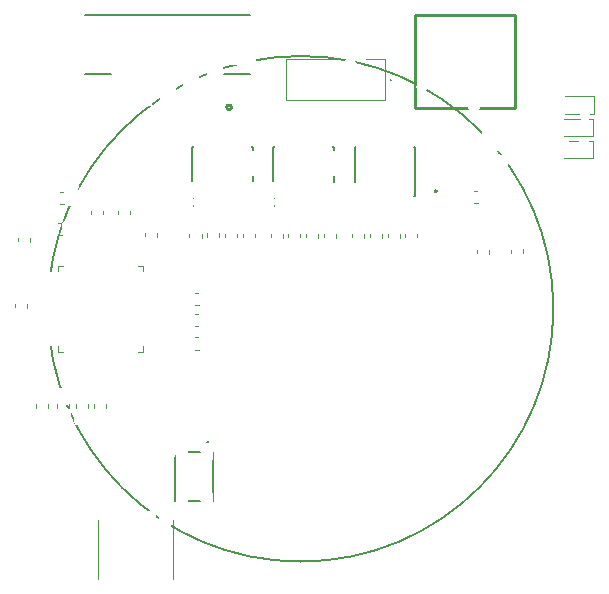
<source format=gbr>
G04 #@! TF.GenerationSoftware,KiCad,Pcbnew,5.0.0-fee4fd1~65~ubuntu16.04.1*
G04 #@! TF.CreationDate,2018-10-30T20:03:04+09:00*
G04 #@! TF.ProjectId,SSL_BLDC,53534C5F424C44432E6B696361645F70,rev?*
G04 #@! TF.SameCoordinates,Original*
G04 #@! TF.FileFunction,Legend,Top*
G04 #@! TF.FilePolarity,Positive*
%FSLAX46Y46*%
G04 Gerber Fmt 4.6, Leading zero omitted, Abs format (unit mm)*
G04 Created by KiCad (PCBNEW 5.0.0-fee4fd1~65~ubuntu16.04.1) date Tue Oct 30 20:03:04 2018*
%MOMM*%
%LPD*%
G01*
G04 APERTURE LIST*
%ADD10C,0.200000*%
%ADD11C,0.254000*%
%ADD12C,0.250000*%
%ADD13C,0.150000*%
%ADD14C,0.120000*%
%ADD15C,0.100000*%
%ADD16R,1.400000X5.900000*%
%ADD17R,2.100000X3.500000*%
%ADD18C,2.300000*%
%ADD19C,2.950000*%
%ADD20R,1.000000X1.950000*%
%ADD21C,1.350000*%
%ADD22C,3.600000*%
%ADD23C,2.275000*%
%ADD24C,1.075000*%
%ADD25C,4.000000*%
%ADD26C,0.700000*%
%ADD27R,1.050000X1.450000*%
%ADD28R,1.140000X2.800000*%
%ADD29C,1.000000*%
G04 APERTURE END LIST*
D10*
X98900000Y-47500000D02*
G75*
G03X98900000Y-47500000I-21400000J0D01*
G01*
G04 #@! TO.C,J1*
X59250000Y-22650000D02*
X73250000Y-22650000D01*
X59250000Y-27650000D02*
X61435000Y-27650000D01*
X73250000Y-27650000D02*
X71032000Y-27650000D01*
D11*
X71650640Y-30442000D02*
G75*
G03X71650640Y-30442000I-205640J0D01*
G01*
D12*
G04 #@! TO.C,J2*
X95660000Y-30520000D02*
X95660000Y-22640000D01*
X95660000Y-22640000D02*
X87220000Y-22640000D01*
X87220000Y-22640000D02*
X87220000Y-30520000D01*
X87220000Y-30520000D02*
X95660000Y-30520000D01*
D11*
X89022420Y-37530000D02*
G75*
G03X89022420Y-37530000I-72420J0D01*
G01*
D13*
G04 #@! TO.C,Q9*
X68320000Y-37925000D02*
X68370000Y-37925000D01*
X68320000Y-33775000D02*
X68465000Y-33775000D01*
X73470000Y-33775000D02*
X73325000Y-33775000D01*
X73470000Y-37925000D02*
X73325000Y-37925000D01*
X68320000Y-37925000D02*
X68320000Y-33775000D01*
X73470000Y-37925000D02*
X73470000Y-33775000D01*
X68370000Y-37925000D02*
X68370000Y-39325000D01*
D14*
G04 #@! TO.C,C6*
X57119733Y-38610000D02*
X57462267Y-38610000D01*
X57119733Y-37590000D02*
X57462267Y-37590000D01*
G04 #@! TO.C,C7*
X57914000Y-55603733D02*
X57914000Y-55946267D01*
X56894000Y-55603733D02*
X56894000Y-55946267D01*
G04 #@! TO.C,C8*
X60785000Y-39546267D02*
X60785000Y-39203733D01*
X59765000Y-39546267D02*
X59765000Y-39203733D01*
G04 #@! TO.C,C9*
X63085000Y-39203733D02*
X63085000Y-39546267D01*
X62065000Y-39203733D02*
X62065000Y-39546267D01*
G04 #@! TO.C,C10*
X68563733Y-47160000D02*
X68906267Y-47160000D01*
X68563733Y-46140000D02*
X68906267Y-46140000D01*
G04 #@! TO.C,C11*
X68553733Y-47970000D02*
X68896267Y-47970000D01*
X68553733Y-48990000D02*
X68896267Y-48990000D01*
G04 #@! TO.C,C12*
X68528733Y-49930000D02*
X68871267Y-49930000D01*
X68528733Y-50950000D02*
X68871267Y-50950000D01*
G04 #@! TO.C,C13*
X64315000Y-41103733D02*
X64315000Y-41446267D01*
X65335000Y-41103733D02*
X65335000Y-41446267D01*
G04 #@! TO.C,C14*
X92440000Y-42528733D02*
X92440000Y-42871267D01*
X93460000Y-42528733D02*
X93460000Y-42871267D01*
G04 #@! TO.C,D1*
X99875000Y-30985000D02*
X102335000Y-30985000D01*
X102335000Y-30985000D02*
X102335000Y-29515000D01*
X102335000Y-29515000D02*
X99875000Y-29515000D01*
G04 #@! TO.C,D2*
X99825000Y-32885000D02*
X102285000Y-32885000D01*
X102285000Y-32885000D02*
X102285000Y-31415000D01*
X102285000Y-31415000D02*
X99825000Y-31415000D01*
G04 #@! TO.C,R9*
X58490000Y-55603733D02*
X58490000Y-55946267D01*
X59510000Y-55603733D02*
X59510000Y-55946267D01*
G04 #@! TO.C,R10*
X61060000Y-55603733D02*
X61060000Y-55946267D01*
X60040000Y-55603733D02*
X60040000Y-55946267D01*
G04 #@! TO.C,R12*
X55116000Y-55603733D02*
X55116000Y-55946267D01*
X56136000Y-55603733D02*
X56136000Y-55946267D01*
G04 #@! TO.C,R15*
X54610000Y-41498733D02*
X54610000Y-41841267D01*
X53590000Y-41498733D02*
X53590000Y-41841267D01*
G04 #@! TO.C,R34*
X57336267Y-41250000D02*
X56993733Y-41250000D01*
X57336267Y-40230000D02*
X56993733Y-40230000D01*
G04 #@! TO.C,R35*
X87390000Y-41168733D02*
X87390000Y-41511267D01*
X86370000Y-41168733D02*
X86370000Y-41511267D01*
G04 #@! TO.C,R37*
X84380000Y-41178733D02*
X84380000Y-41521267D01*
X83360000Y-41178733D02*
X83360000Y-41521267D01*
G04 #@! TO.C,R38*
X80460000Y-41153733D02*
X80460000Y-41496267D01*
X79440000Y-41153733D02*
X79440000Y-41496267D01*
G04 #@! TO.C,R39*
X76465000Y-41153733D02*
X76465000Y-41496267D01*
X77485000Y-41153733D02*
X77485000Y-41496267D01*
G04 #@! TO.C,R40*
X73620000Y-41128733D02*
X73620000Y-41471267D01*
X72600000Y-41128733D02*
X72600000Y-41471267D01*
G04 #@! TO.C,R41*
X69590000Y-41123733D02*
X69590000Y-41466267D01*
X70610000Y-41123733D02*
X70610000Y-41466267D01*
G04 #@! TO.C,R42*
X85880000Y-41516267D02*
X85880000Y-41173733D01*
X84860000Y-41516267D02*
X84860000Y-41173733D01*
G04 #@! TO.C,R43*
X82880000Y-41511267D02*
X82880000Y-41168733D01*
X81860000Y-41511267D02*
X81860000Y-41168733D01*
G04 #@! TO.C,R45*
X75985000Y-41496267D02*
X75985000Y-41153733D01*
X74965000Y-41496267D02*
X74965000Y-41153733D01*
G04 #@! TO.C,R46*
X71090000Y-41471267D02*
X71090000Y-41128733D01*
X72110000Y-41471267D02*
X72110000Y-41128733D01*
G04 #@! TO.C,R47*
X68090000Y-41471267D02*
X68090000Y-41128733D01*
X69110000Y-41471267D02*
X69110000Y-41128733D01*
D15*
G04 #@! TO.C,J5*
X85050000Y-28125000D02*
X85050000Y-28125000D01*
X85150000Y-28125000D02*
X85150000Y-28125000D01*
X83050000Y-26385000D02*
X84670000Y-26375000D01*
X84670000Y-26375000D02*
X84670000Y-29865000D01*
X84670000Y-29865000D02*
X76230000Y-29865000D01*
X76230000Y-29865000D02*
X76230000Y-26375000D01*
X76230000Y-26375000D02*
X80450000Y-26385000D01*
X85150000Y-28125000D02*
G75*
G03X85050000Y-28125000I-50000J0D01*
G01*
X85050000Y-28125000D02*
G75*
G03X85150000Y-28125000I50000J0D01*
G01*
D14*
G04 #@! TO.C,R44*
X77940000Y-41496267D02*
X77940000Y-41153733D01*
X78960000Y-41496267D02*
X78960000Y-41153733D01*
G04 #@! TO.C,U2*
X57390000Y-43915000D02*
X56940000Y-43915000D01*
X56940000Y-43915000D02*
X56940000Y-44365000D01*
X63710000Y-43915000D02*
X64160000Y-43915000D01*
X64160000Y-43915000D02*
X64160000Y-44365000D01*
X57390000Y-51135000D02*
X56940000Y-51135000D01*
X56940000Y-51135000D02*
X56940000Y-50685000D01*
X63710000Y-51135000D02*
X64160000Y-51135000D01*
X64160000Y-51135000D02*
X64160000Y-50685000D01*
X56940000Y-44365000D02*
X55650000Y-44365000D01*
G04 #@! TO.C,R13*
X53338000Y-47441267D02*
X53338000Y-47098733D01*
X54358000Y-47441267D02*
X54358000Y-47098733D01*
G04 #@! TO.C,R49*
X96310000Y-42478733D02*
X96310000Y-42821267D01*
X95290000Y-42478733D02*
X95290000Y-42821267D01*
D13*
G04 #@! TO.C,Q1*
X82065000Y-37975000D02*
X82115000Y-37975000D01*
X82065000Y-33825000D02*
X82210000Y-33825000D01*
X87215000Y-33825000D02*
X87070000Y-33825000D01*
X87215000Y-37975000D02*
X87070000Y-37975000D01*
X82065000Y-37975000D02*
X82065000Y-33825000D01*
X87215000Y-37975000D02*
X87215000Y-33825000D01*
X82115000Y-37975000D02*
X82115000Y-39375000D01*
G04 #@! TO.C,Q8*
X75215000Y-37915000D02*
X75215000Y-39315000D01*
X80315000Y-37915000D02*
X80315000Y-33765000D01*
X75165000Y-37915000D02*
X75165000Y-33765000D01*
X80315000Y-37915000D02*
X80170000Y-37915000D01*
X80315000Y-33765000D02*
X80170000Y-33765000D01*
X75165000Y-33765000D02*
X75310000Y-33765000D01*
X75165000Y-37915000D02*
X75215000Y-37915000D01*
D14*
G04 #@! TO.C,D3*
X99825000Y-34735000D02*
X102285000Y-34735000D01*
X102285000Y-34735000D02*
X102285000Y-33265000D01*
X102285000Y-33265000D02*
X99825000Y-33265000D01*
G04 #@! TO.C,R16*
X92546267Y-38510000D02*
X92203733Y-38510000D01*
X92546267Y-37490000D02*
X92203733Y-37490000D01*
D10*
G04 #@! TO.C,SW1*
X70100000Y-59600001D02*
X70100000Y-63800001D01*
X66900000Y-63800001D02*
X66900000Y-59600001D01*
X69000000Y-59600001D02*
X68000000Y-59600001D01*
X69000000Y-63800001D02*
X68000000Y-63800001D01*
D11*
X69642370Y-58794001D02*
G75*
G03X69642370Y-58794001I-53370J0D01*
G01*
D15*
G04 #@! TO.C,SWD*
X60325000Y-65400000D02*
X60325000Y-70400000D01*
X66675000Y-65400000D02*
X66675000Y-70400000D01*
G04 #@! TD*
%LPC*%
D16*
G04 #@! TO.C,J1*
X70250000Y-27375000D03*
X68250000Y-27375000D03*
X66250000Y-27375000D03*
X64250000Y-27375000D03*
X62250000Y-27375000D03*
D17*
X59800000Y-25175000D03*
X72700000Y-25175000D03*
G04 #@! TD*
D18*
G04 #@! TO.C,J2*
X88940000Y-35520000D03*
X91440000Y-35520000D03*
X93940000Y-35520000D03*
X88940000Y-33020000D03*
X91440000Y-33020000D03*
X93940000Y-33020000D03*
D19*
X93940000Y-25840000D03*
X88940000Y-25840000D03*
G04 #@! TD*
D20*
G04 #@! TO.C,Q9*
X68990000Y-38550000D03*
X70260000Y-38550000D03*
X71530000Y-38550000D03*
X72800000Y-38550000D03*
X72800000Y-33150000D03*
X71530000Y-33150000D03*
X70260000Y-33150000D03*
X68990000Y-33150000D03*
G04 #@! TD*
D15*
G04 #@! TO.C,C6*
G36*
X58586581Y-37426625D02*
X58619343Y-37431485D01*
X58651471Y-37439533D01*
X58682656Y-37450691D01*
X58712596Y-37464852D01*
X58741005Y-37481879D01*
X58767608Y-37501609D01*
X58792149Y-37523851D01*
X58814391Y-37548392D01*
X58834121Y-37574995D01*
X58851148Y-37603404D01*
X58865309Y-37633344D01*
X58876467Y-37664529D01*
X58884515Y-37696657D01*
X58889375Y-37729419D01*
X58891000Y-37762500D01*
X58891000Y-38437500D01*
X58889375Y-38470581D01*
X58884515Y-38503343D01*
X58876467Y-38535471D01*
X58865309Y-38566656D01*
X58851148Y-38596596D01*
X58834121Y-38625005D01*
X58814391Y-38651608D01*
X58792149Y-38676149D01*
X58767608Y-38698391D01*
X58741005Y-38718121D01*
X58712596Y-38735148D01*
X58682656Y-38749309D01*
X58651471Y-38760467D01*
X58619343Y-38768515D01*
X58586581Y-38773375D01*
X58553500Y-38775000D01*
X57778500Y-38775000D01*
X57745419Y-38773375D01*
X57712657Y-38768515D01*
X57680529Y-38760467D01*
X57649344Y-38749309D01*
X57619404Y-38735148D01*
X57590995Y-38718121D01*
X57564392Y-38698391D01*
X57539851Y-38676149D01*
X57517609Y-38651608D01*
X57497879Y-38625005D01*
X57480852Y-38596596D01*
X57466691Y-38566656D01*
X57455533Y-38535471D01*
X57447485Y-38503343D01*
X57442625Y-38470581D01*
X57441000Y-38437500D01*
X57441000Y-37762500D01*
X57442625Y-37729419D01*
X57447485Y-37696657D01*
X57455533Y-37664529D01*
X57466691Y-37633344D01*
X57480852Y-37603404D01*
X57497879Y-37574995D01*
X57517609Y-37548392D01*
X57539851Y-37523851D01*
X57564392Y-37501609D01*
X57590995Y-37481879D01*
X57619404Y-37464852D01*
X57649344Y-37450691D01*
X57680529Y-37439533D01*
X57712657Y-37431485D01*
X57745419Y-37426625D01*
X57778500Y-37425000D01*
X58553500Y-37425000D01*
X58586581Y-37426625D01*
X58586581Y-37426625D01*
G37*
D21*
X58166000Y-38100000D03*
D15*
G36*
X56836581Y-37426625D02*
X56869343Y-37431485D01*
X56901471Y-37439533D01*
X56932656Y-37450691D01*
X56962596Y-37464852D01*
X56991005Y-37481879D01*
X57017608Y-37501609D01*
X57042149Y-37523851D01*
X57064391Y-37548392D01*
X57084121Y-37574995D01*
X57101148Y-37603404D01*
X57115309Y-37633344D01*
X57126467Y-37664529D01*
X57134515Y-37696657D01*
X57139375Y-37729419D01*
X57141000Y-37762500D01*
X57141000Y-38437500D01*
X57139375Y-38470581D01*
X57134515Y-38503343D01*
X57126467Y-38535471D01*
X57115309Y-38566656D01*
X57101148Y-38596596D01*
X57084121Y-38625005D01*
X57064391Y-38651608D01*
X57042149Y-38676149D01*
X57017608Y-38698391D01*
X56991005Y-38718121D01*
X56962596Y-38735148D01*
X56932656Y-38749309D01*
X56901471Y-38760467D01*
X56869343Y-38768515D01*
X56836581Y-38773375D01*
X56803500Y-38775000D01*
X56028500Y-38775000D01*
X55995419Y-38773375D01*
X55962657Y-38768515D01*
X55930529Y-38760467D01*
X55899344Y-38749309D01*
X55869404Y-38735148D01*
X55840995Y-38718121D01*
X55814392Y-38698391D01*
X55789851Y-38676149D01*
X55767609Y-38651608D01*
X55747879Y-38625005D01*
X55730852Y-38596596D01*
X55716691Y-38566656D01*
X55705533Y-38535471D01*
X55697485Y-38503343D01*
X55692625Y-38470581D01*
X55691000Y-38437500D01*
X55691000Y-37762500D01*
X55692625Y-37729419D01*
X55697485Y-37696657D01*
X55705533Y-37664529D01*
X55716691Y-37633344D01*
X55730852Y-37603404D01*
X55747879Y-37574995D01*
X55767609Y-37548392D01*
X55789851Y-37523851D01*
X55814392Y-37501609D01*
X55840995Y-37481879D01*
X55869404Y-37464852D01*
X55899344Y-37450691D01*
X55930529Y-37439533D01*
X55962657Y-37431485D01*
X55995419Y-37426625D01*
X56028500Y-37425000D01*
X56803500Y-37425000D01*
X56836581Y-37426625D01*
X56836581Y-37426625D01*
G37*
D21*
X56416000Y-38100000D03*
G04 #@! TD*
D15*
G04 #@! TO.C,C7*
G36*
X57774581Y-54176625D02*
X57807343Y-54181485D01*
X57839471Y-54189533D01*
X57870656Y-54200691D01*
X57900596Y-54214852D01*
X57929005Y-54231879D01*
X57955608Y-54251609D01*
X57980149Y-54273851D01*
X58002391Y-54298392D01*
X58022121Y-54324995D01*
X58039148Y-54353404D01*
X58053309Y-54383344D01*
X58064467Y-54414529D01*
X58072515Y-54446657D01*
X58077375Y-54479419D01*
X58079000Y-54512500D01*
X58079000Y-55287500D01*
X58077375Y-55320581D01*
X58072515Y-55353343D01*
X58064467Y-55385471D01*
X58053309Y-55416656D01*
X58039148Y-55446596D01*
X58022121Y-55475005D01*
X58002391Y-55501608D01*
X57980149Y-55526149D01*
X57955608Y-55548391D01*
X57929005Y-55568121D01*
X57900596Y-55585148D01*
X57870656Y-55599309D01*
X57839471Y-55610467D01*
X57807343Y-55618515D01*
X57774581Y-55623375D01*
X57741500Y-55625000D01*
X57066500Y-55625000D01*
X57033419Y-55623375D01*
X57000657Y-55618515D01*
X56968529Y-55610467D01*
X56937344Y-55599309D01*
X56907404Y-55585148D01*
X56878995Y-55568121D01*
X56852392Y-55548391D01*
X56827851Y-55526149D01*
X56805609Y-55501608D01*
X56785879Y-55475005D01*
X56768852Y-55446596D01*
X56754691Y-55416656D01*
X56743533Y-55385471D01*
X56735485Y-55353343D01*
X56730625Y-55320581D01*
X56729000Y-55287500D01*
X56729000Y-54512500D01*
X56730625Y-54479419D01*
X56735485Y-54446657D01*
X56743533Y-54414529D01*
X56754691Y-54383344D01*
X56768852Y-54353404D01*
X56785879Y-54324995D01*
X56805609Y-54298392D01*
X56827851Y-54273851D01*
X56852392Y-54251609D01*
X56878995Y-54231879D01*
X56907404Y-54214852D01*
X56937344Y-54200691D01*
X56968529Y-54189533D01*
X57000657Y-54181485D01*
X57033419Y-54176625D01*
X57066500Y-54175000D01*
X57741500Y-54175000D01*
X57774581Y-54176625D01*
X57774581Y-54176625D01*
G37*
D21*
X57404000Y-54900000D03*
D15*
G36*
X57774581Y-55926625D02*
X57807343Y-55931485D01*
X57839471Y-55939533D01*
X57870656Y-55950691D01*
X57900596Y-55964852D01*
X57929005Y-55981879D01*
X57955608Y-56001609D01*
X57980149Y-56023851D01*
X58002391Y-56048392D01*
X58022121Y-56074995D01*
X58039148Y-56103404D01*
X58053309Y-56133344D01*
X58064467Y-56164529D01*
X58072515Y-56196657D01*
X58077375Y-56229419D01*
X58079000Y-56262500D01*
X58079000Y-57037500D01*
X58077375Y-57070581D01*
X58072515Y-57103343D01*
X58064467Y-57135471D01*
X58053309Y-57166656D01*
X58039148Y-57196596D01*
X58022121Y-57225005D01*
X58002391Y-57251608D01*
X57980149Y-57276149D01*
X57955608Y-57298391D01*
X57929005Y-57318121D01*
X57900596Y-57335148D01*
X57870656Y-57349309D01*
X57839471Y-57360467D01*
X57807343Y-57368515D01*
X57774581Y-57373375D01*
X57741500Y-57375000D01*
X57066500Y-57375000D01*
X57033419Y-57373375D01*
X57000657Y-57368515D01*
X56968529Y-57360467D01*
X56937344Y-57349309D01*
X56907404Y-57335148D01*
X56878995Y-57318121D01*
X56852392Y-57298391D01*
X56827851Y-57276149D01*
X56805609Y-57251608D01*
X56785879Y-57225005D01*
X56768852Y-57196596D01*
X56754691Y-57166656D01*
X56743533Y-57135471D01*
X56735485Y-57103343D01*
X56730625Y-57070581D01*
X56729000Y-57037500D01*
X56729000Y-56262500D01*
X56730625Y-56229419D01*
X56735485Y-56196657D01*
X56743533Y-56164529D01*
X56754691Y-56133344D01*
X56768852Y-56103404D01*
X56785879Y-56074995D01*
X56805609Y-56048392D01*
X56827851Y-56023851D01*
X56852392Y-56001609D01*
X56878995Y-55981879D01*
X56907404Y-55964852D01*
X56937344Y-55950691D01*
X56968529Y-55939533D01*
X57000657Y-55931485D01*
X57033419Y-55926625D01*
X57066500Y-55925000D01*
X57741500Y-55925000D01*
X57774581Y-55926625D01*
X57774581Y-55926625D01*
G37*
D21*
X57404000Y-56650000D03*
G04 #@! TD*
D15*
G04 #@! TO.C,C8*
G36*
X60645581Y-37776625D02*
X60678343Y-37781485D01*
X60710471Y-37789533D01*
X60741656Y-37800691D01*
X60771596Y-37814852D01*
X60800005Y-37831879D01*
X60826608Y-37851609D01*
X60851149Y-37873851D01*
X60873391Y-37898392D01*
X60893121Y-37924995D01*
X60910148Y-37953404D01*
X60924309Y-37983344D01*
X60935467Y-38014529D01*
X60943515Y-38046657D01*
X60948375Y-38079419D01*
X60950000Y-38112500D01*
X60950000Y-38887500D01*
X60948375Y-38920581D01*
X60943515Y-38953343D01*
X60935467Y-38985471D01*
X60924309Y-39016656D01*
X60910148Y-39046596D01*
X60893121Y-39075005D01*
X60873391Y-39101608D01*
X60851149Y-39126149D01*
X60826608Y-39148391D01*
X60800005Y-39168121D01*
X60771596Y-39185148D01*
X60741656Y-39199309D01*
X60710471Y-39210467D01*
X60678343Y-39218515D01*
X60645581Y-39223375D01*
X60612500Y-39225000D01*
X59937500Y-39225000D01*
X59904419Y-39223375D01*
X59871657Y-39218515D01*
X59839529Y-39210467D01*
X59808344Y-39199309D01*
X59778404Y-39185148D01*
X59749995Y-39168121D01*
X59723392Y-39148391D01*
X59698851Y-39126149D01*
X59676609Y-39101608D01*
X59656879Y-39075005D01*
X59639852Y-39046596D01*
X59625691Y-39016656D01*
X59614533Y-38985471D01*
X59606485Y-38953343D01*
X59601625Y-38920581D01*
X59600000Y-38887500D01*
X59600000Y-38112500D01*
X59601625Y-38079419D01*
X59606485Y-38046657D01*
X59614533Y-38014529D01*
X59625691Y-37983344D01*
X59639852Y-37953404D01*
X59656879Y-37924995D01*
X59676609Y-37898392D01*
X59698851Y-37873851D01*
X59723392Y-37851609D01*
X59749995Y-37831879D01*
X59778404Y-37814852D01*
X59808344Y-37800691D01*
X59839529Y-37789533D01*
X59871657Y-37781485D01*
X59904419Y-37776625D01*
X59937500Y-37775000D01*
X60612500Y-37775000D01*
X60645581Y-37776625D01*
X60645581Y-37776625D01*
G37*
D21*
X60275000Y-38500000D03*
D15*
G36*
X60645581Y-39526625D02*
X60678343Y-39531485D01*
X60710471Y-39539533D01*
X60741656Y-39550691D01*
X60771596Y-39564852D01*
X60800005Y-39581879D01*
X60826608Y-39601609D01*
X60851149Y-39623851D01*
X60873391Y-39648392D01*
X60893121Y-39674995D01*
X60910148Y-39703404D01*
X60924309Y-39733344D01*
X60935467Y-39764529D01*
X60943515Y-39796657D01*
X60948375Y-39829419D01*
X60950000Y-39862500D01*
X60950000Y-40637500D01*
X60948375Y-40670581D01*
X60943515Y-40703343D01*
X60935467Y-40735471D01*
X60924309Y-40766656D01*
X60910148Y-40796596D01*
X60893121Y-40825005D01*
X60873391Y-40851608D01*
X60851149Y-40876149D01*
X60826608Y-40898391D01*
X60800005Y-40918121D01*
X60771596Y-40935148D01*
X60741656Y-40949309D01*
X60710471Y-40960467D01*
X60678343Y-40968515D01*
X60645581Y-40973375D01*
X60612500Y-40975000D01*
X59937500Y-40975000D01*
X59904419Y-40973375D01*
X59871657Y-40968515D01*
X59839529Y-40960467D01*
X59808344Y-40949309D01*
X59778404Y-40935148D01*
X59749995Y-40918121D01*
X59723392Y-40898391D01*
X59698851Y-40876149D01*
X59676609Y-40851608D01*
X59656879Y-40825005D01*
X59639852Y-40796596D01*
X59625691Y-40766656D01*
X59614533Y-40735471D01*
X59606485Y-40703343D01*
X59601625Y-40670581D01*
X59600000Y-40637500D01*
X59600000Y-39862500D01*
X59601625Y-39829419D01*
X59606485Y-39796657D01*
X59614533Y-39764529D01*
X59625691Y-39733344D01*
X59639852Y-39703404D01*
X59656879Y-39674995D01*
X59676609Y-39648392D01*
X59698851Y-39623851D01*
X59723392Y-39601609D01*
X59749995Y-39581879D01*
X59778404Y-39564852D01*
X59808344Y-39550691D01*
X59839529Y-39539533D01*
X59871657Y-39531485D01*
X59904419Y-39526625D01*
X59937500Y-39525000D01*
X60612500Y-39525000D01*
X60645581Y-39526625D01*
X60645581Y-39526625D01*
G37*
D21*
X60275000Y-40250000D03*
G04 #@! TD*
D15*
G04 #@! TO.C,C9*
G36*
X62945581Y-37776625D02*
X62978343Y-37781485D01*
X63010471Y-37789533D01*
X63041656Y-37800691D01*
X63071596Y-37814852D01*
X63100005Y-37831879D01*
X63126608Y-37851609D01*
X63151149Y-37873851D01*
X63173391Y-37898392D01*
X63193121Y-37924995D01*
X63210148Y-37953404D01*
X63224309Y-37983344D01*
X63235467Y-38014529D01*
X63243515Y-38046657D01*
X63248375Y-38079419D01*
X63250000Y-38112500D01*
X63250000Y-38887500D01*
X63248375Y-38920581D01*
X63243515Y-38953343D01*
X63235467Y-38985471D01*
X63224309Y-39016656D01*
X63210148Y-39046596D01*
X63193121Y-39075005D01*
X63173391Y-39101608D01*
X63151149Y-39126149D01*
X63126608Y-39148391D01*
X63100005Y-39168121D01*
X63071596Y-39185148D01*
X63041656Y-39199309D01*
X63010471Y-39210467D01*
X62978343Y-39218515D01*
X62945581Y-39223375D01*
X62912500Y-39225000D01*
X62237500Y-39225000D01*
X62204419Y-39223375D01*
X62171657Y-39218515D01*
X62139529Y-39210467D01*
X62108344Y-39199309D01*
X62078404Y-39185148D01*
X62049995Y-39168121D01*
X62023392Y-39148391D01*
X61998851Y-39126149D01*
X61976609Y-39101608D01*
X61956879Y-39075005D01*
X61939852Y-39046596D01*
X61925691Y-39016656D01*
X61914533Y-38985471D01*
X61906485Y-38953343D01*
X61901625Y-38920581D01*
X61900000Y-38887500D01*
X61900000Y-38112500D01*
X61901625Y-38079419D01*
X61906485Y-38046657D01*
X61914533Y-38014529D01*
X61925691Y-37983344D01*
X61939852Y-37953404D01*
X61956879Y-37924995D01*
X61976609Y-37898392D01*
X61998851Y-37873851D01*
X62023392Y-37851609D01*
X62049995Y-37831879D01*
X62078404Y-37814852D01*
X62108344Y-37800691D01*
X62139529Y-37789533D01*
X62171657Y-37781485D01*
X62204419Y-37776625D01*
X62237500Y-37775000D01*
X62912500Y-37775000D01*
X62945581Y-37776625D01*
X62945581Y-37776625D01*
G37*
D21*
X62575000Y-38500000D03*
D15*
G36*
X62945581Y-39526625D02*
X62978343Y-39531485D01*
X63010471Y-39539533D01*
X63041656Y-39550691D01*
X63071596Y-39564852D01*
X63100005Y-39581879D01*
X63126608Y-39601609D01*
X63151149Y-39623851D01*
X63173391Y-39648392D01*
X63193121Y-39674995D01*
X63210148Y-39703404D01*
X63224309Y-39733344D01*
X63235467Y-39764529D01*
X63243515Y-39796657D01*
X63248375Y-39829419D01*
X63250000Y-39862500D01*
X63250000Y-40637500D01*
X63248375Y-40670581D01*
X63243515Y-40703343D01*
X63235467Y-40735471D01*
X63224309Y-40766656D01*
X63210148Y-40796596D01*
X63193121Y-40825005D01*
X63173391Y-40851608D01*
X63151149Y-40876149D01*
X63126608Y-40898391D01*
X63100005Y-40918121D01*
X63071596Y-40935148D01*
X63041656Y-40949309D01*
X63010471Y-40960467D01*
X62978343Y-40968515D01*
X62945581Y-40973375D01*
X62912500Y-40975000D01*
X62237500Y-40975000D01*
X62204419Y-40973375D01*
X62171657Y-40968515D01*
X62139529Y-40960467D01*
X62108344Y-40949309D01*
X62078404Y-40935148D01*
X62049995Y-40918121D01*
X62023392Y-40898391D01*
X61998851Y-40876149D01*
X61976609Y-40851608D01*
X61956879Y-40825005D01*
X61939852Y-40796596D01*
X61925691Y-40766656D01*
X61914533Y-40735471D01*
X61906485Y-40703343D01*
X61901625Y-40670581D01*
X61900000Y-40637500D01*
X61900000Y-39862500D01*
X61901625Y-39829419D01*
X61906485Y-39796657D01*
X61914533Y-39764529D01*
X61925691Y-39733344D01*
X61939852Y-39703404D01*
X61956879Y-39674995D01*
X61976609Y-39648392D01*
X61998851Y-39623851D01*
X62023392Y-39601609D01*
X62049995Y-39581879D01*
X62078404Y-39564852D01*
X62108344Y-39550691D01*
X62139529Y-39539533D01*
X62171657Y-39531485D01*
X62204419Y-39526625D01*
X62237500Y-39525000D01*
X62912500Y-39525000D01*
X62945581Y-39526625D01*
X62945581Y-39526625D01*
G37*
D21*
X62575000Y-40250000D03*
G04 #@! TD*
D15*
G04 #@! TO.C,C10*
G36*
X70030581Y-45976625D02*
X70063343Y-45981485D01*
X70095471Y-45989533D01*
X70126656Y-46000691D01*
X70156596Y-46014852D01*
X70185005Y-46031879D01*
X70211608Y-46051609D01*
X70236149Y-46073851D01*
X70258391Y-46098392D01*
X70278121Y-46124995D01*
X70295148Y-46153404D01*
X70309309Y-46183344D01*
X70320467Y-46214529D01*
X70328515Y-46246657D01*
X70333375Y-46279419D01*
X70335000Y-46312500D01*
X70335000Y-46987500D01*
X70333375Y-47020581D01*
X70328515Y-47053343D01*
X70320467Y-47085471D01*
X70309309Y-47116656D01*
X70295148Y-47146596D01*
X70278121Y-47175005D01*
X70258391Y-47201608D01*
X70236149Y-47226149D01*
X70211608Y-47248391D01*
X70185005Y-47268121D01*
X70156596Y-47285148D01*
X70126656Y-47299309D01*
X70095471Y-47310467D01*
X70063343Y-47318515D01*
X70030581Y-47323375D01*
X69997500Y-47325000D01*
X69222500Y-47325000D01*
X69189419Y-47323375D01*
X69156657Y-47318515D01*
X69124529Y-47310467D01*
X69093344Y-47299309D01*
X69063404Y-47285148D01*
X69034995Y-47268121D01*
X69008392Y-47248391D01*
X68983851Y-47226149D01*
X68961609Y-47201608D01*
X68941879Y-47175005D01*
X68924852Y-47146596D01*
X68910691Y-47116656D01*
X68899533Y-47085471D01*
X68891485Y-47053343D01*
X68886625Y-47020581D01*
X68885000Y-46987500D01*
X68885000Y-46312500D01*
X68886625Y-46279419D01*
X68891485Y-46246657D01*
X68899533Y-46214529D01*
X68910691Y-46183344D01*
X68924852Y-46153404D01*
X68941879Y-46124995D01*
X68961609Y-46098392D01*
X68983851Y-46073851D01*
X69008392Y-46051609D01*
X69034995Y-46031879D01*
X69063404Y-46014852D01*
X69093344Y-46000691D01*
X69124529Y-45989533D01*
X69156657Y-45981485D01*
X69189419Y-45976625D01*
X69222500Y-45975000D01*
X69997500Y-45975000D01*
X70030581Y-45976625D01*
X70030581Y-45976625D01*
G37*
D21*
X69610000Y-46650000D03*
D15*
G36*
X68280581Y-45976625D02*
X68313343Y-45981485D01*
X68345471Y-45989533D01*
X68376656Y-46000691D01*
X68406596Y-46014852D01*
X68435005Y-46031879D01*
X68461608Y-46051609D01*
X68486149Y-46073851D01*
X68508391Y-46098392D01*
X68528121Y-46124995D01*
X68545148Y-46153404D01*
X68559309Y-46183344D01*
X68570467Y-46214529D01*
X68578515Y-46246657D01*
X68583375Y-46279419D01*
X68585000Y-46312500D01*
X68585000Y-46987500D01*
X68583375Y-47020581D01*
X68578515Y-47053343D01*
X68570467Y-47085471D01*
X68559309Y-47116656D01*
X68545148Y-47146596D01*
X68528121Y-47175005D01*
X68508391Y-47201608D01*
X68486149Y-47226149D01*
X68461608Y-47248391D01*
X68435005Y-47268121D01*
X68406596Y-47285148D01*
X68376656Y-47299309D01*
X68345471Y-47310467D01*
X68313343Y-47318515D01*
X68280581Y-47323375D01*
X68247500Y-47325000D01*
X67472500Y-47325000D01*
X67439419Y-47323375D01*
X67406657Y-47318515D01*
X67374529Y-47310467D01*
X67343344Y-47299309D01*
X67313404Y-47285148D01*
X67284995Y-47268121D01*
X67258392Y-47248391D01*
X67233851Y-47226149D01*
X67211609Y-47201608D01*
X67191879Y-47175005D01*
X67174852Y-47146596D01*
X67160691Y-47116656D01*
X67149533Y-47085471D01*
X67141485Y-47053343D01*
X67136625Y-47020581D01*
X67135000Y-46987500D01*
X67135000Y-46312500D01*
X67136625Y-46279419D01*
X67141485Y-46246657D01*
X67149533Y-46214529D01*
X67160691Y-46183344D01*
X67174852Y-46153404D01*
X67191879Y-46124995D01*
X67211609Y-46098392D01*
X67233851Y-46073851D01*
X67258392Y-46051609D01*
X67284995Y-46031879D01*
X67313404Y-46014852D01*
X67343344Y-46000691D01*
X67374529Y-45989533D01*
X67406657Y-45981485D01*
X67439419Y-45976625D01*
X67472500Y-45975000D01*
X68247500Y-45975000D01*
X68280581Y-45976625D01*
X68280581Y-45976625D01*
G37*
D21*
X67860000Y-46650000D03*
G04 #@! TD*
D15*
G04 #@! TO.C,C11*
G36*
X68270581Y-47806625D02*
X68303343Y-47811485D01*
X68335471Y-47819533D01*
X68366656Y-47830691D01*
X68396596Y-47844852D01*
X68425005Y-47861879D01*
X68451608Y-47881609D01*
X68476149Y-47903851D01*
X68498391Y-47928392D01*
X68518121Y-47954995D01*
X68535148Y-47983404D01*
X68549309Y-48013344D01*
X68560467Y-48044529D01*
X68568515Y-48076657D01*
X68573375Y-48109419D01*
X68575000Y-48142500D01*
X68575000Y-48817500D01*
X68573375Y-48850581D01*
X68568515Y-48883343D01*
X68560467Y-48915471D01*
X68549309Y-48946656D01*
X68535148Y-48976596D01*
X68518121Y-49005005D01*
X68498391Y-49031608D01*
X68476149Y-49056149D01*
X68451608Y-49078391D01*
X68425005Y-49098121D01*
X68396596Y-49115148D01*
X68366656Y-49129309D01*
X68335471Y-49140467D01*
X68303343Y-49148515D01*
X68270581Y-49153375D01*
X68237500Y-49155000D01*
X67462500Y-49155000D01*
X67429419Y-49153375D01*
X67396657Y-49148515D01*
X67364529Y-49140467D01*
X67333344Y-49129309D01*
X67303404Y-49115148D01*
X67274995Y-49098121D01*
X67248392Y-49078391D01*
X67223851Y-49056149D01*
X67201609Y-49031608D01*
X67181879Y-49005005D01*
X67164852Y-48976596D01*
X67150691Y-48946656D01*
X67139533Y-48915471D01*
X67131485Y-48883343D01*
X67126625Y-48850581D01*
X67125000Y-48817500D01*
X67125000Y-48142500D01*
X67126625Y-48109419D01*
X67131485Y-48076657D01*
X67139533Y-48044529D01*
X67150691Y-48013344D01*
X67164852Y-47983404D01*
X67181879Y-47954995D01*
X67201609Y-47928392D01*
X67223851Y-47903851D01*
X67248392Y-47881609D01*
X67274995Y-47861879D01*
X67303404Y-47844852D01*
X67333344Y-47830691D01*
X67364529Y-47819533D01*
X67396657Y-47811485D01*
X67429419Y-47806625D01*
X67462500Y-47805000D01*
X68237500Y-47805000D01*
X68270581Y-47806625D01*
X68270581Y-47806625D01*
G37*
D21*
X67850000Y-48480000D03*
D15*
G36*
X70020581Y-47806625D02*
X70053343Y-47811485D01*
X70085471Y-47819533D01*
X70116656Y-47830691D01*
X70146596Y-47844852D01*
X70175005Y-47861879D01*
X70201608Y-47881609D01*
X70226149Y-47903851D01*
X70248391Y-47928392D01*
X70268121Y-47954995D01*
X70285148Y-47983404D01*
X70299309Y-48013344D01*
X70310467Y-48044529D01*
X70318515Y-48076657D01*
X70323375Y-48109419D01*
X70325000Y-48142500D01*
X70325000Y-48817500D01*
X70323375Y-48850581D01*
X70318515Y-48883343D01*
X70310467Y-48915471D01*
X70299309Y-48946656D01*
X70285148Y-48976596D01*
X70268121Y-49005005D01*
X70248391Y-49031608D01*
X70226149Y-49056149D01*
X70201608Y-49078391D01*
X70175005Y-49098121D01*
X70146596Y-49115148D01*
X70116656Y-49129309D01*
X70085471Y-49140467D01*
X70053343Y-49148515D01*
X70020581Y-49153375D01*
X69987500Y-49155000D01*
X69212500Y-49155000D01*
X69179419Y-49153375D01*
X69146657Y-49148515D01*
X69114529Y-49140467D01*
X69083344Y-49129309D01*
X69053404Y-49115148D01*
X69024995Y-49098121D01*
X68998392Y-49078391D01*
X68973851Y-49056149D01*
X68951609Y-49031608D01*
X68931879Y-49005005D01*
X68914852Y-48976596D01*
X68900691Y-48946656D01*
X68889533Y-48915471D01*
X68881485Y-48883343D01*
X68876625Y-48850581D01*
X68875000Y-48817500D01*
X68875000Y-48142500D01*
X68876625Y-48109419D01*
X68881485Y-48076657D01*
X68889533Y-48044529D01*
X68900691Y-48013344D01*
X68914852Y-47983404D01*
X68931879Y-47954995D01*
X68951609Y-47928392D01*
X68973851Y-47903851D01*
X68998392Y-47881609D01*
X69024995Y-47861879D01*
X69053404Y-47844852D01*
X69083344Y-47830691D01*
X69114529Y-47819533D01*
X69146657Y-47811485D01*
X69179419Y-47806625D01*
X69212500Y-47805000D01*
X69987500Y-47805000D01*
X70020581Y-47806625D01*
X70020581Y-47806625D01*
G37*
D21*
X69600000Y-48480000D03*
G04 #@! TD*
D15*
G04 #@! TO.C,C12*
G36*
X68245581Y-49766625D02*
X68278343Y-49771485D01*
X68310471Y-49779533D01*
X68341656Y-49790691D01*
X68371596Y-49804852D01*
X68400005Y-49821879D01*
X68426608Y-49841609D01*
X68451149Y-49863851D01*
X68473391Y-49888392D01*
X68493121Y-49914995D01*
X68510148Y-49943404D01*
X68524309Y-49973344D01*
X68535467Y-50004529D01*
X68543515Y-50036657D01*
X68548375Y-50069419D01*
X68550000Y-50102500D01*
X68550000Y-50777500D01*
X68548375Y-50810581D01*
X68543515Y-50843343D01*
X68535467Y-50875471D01*
X68524309Y-50906656D01*
X68510148Y-50936596D01*
X68493121Y-50965005D01*
X68473391Y-50991608D01*
X68451149Y-51016149D01*
X68426608Y-51038391D01*
X68400005Y-51058121D01*
X68371596Y-51075148D01*
X68341656Y-51089309D01*
X68310471Y-51100467D01*
X68278343Y-51108515D01*
X68245581Y-51113375D01*
X68212500Y-51115000D01*
X67437500Y-51115000D01*
X67404419Y-51113375D01*
X67371657Y-51108515D01*
X67339529Y-51100467D01*
X67308344Y-51089309D01*
X67278404Y-51075148D01*
X67249995Y-51058121D01*
X67223392Y-51038391D01*
X67198851Y-51016149D01*
X67176609Y-50991608D01*
X67156879Y-50965005D01*
X67139852Y-50936596D01*
X67125691Y-50906656D01*
X67114533Y-50875471D01*
X67106485Y-50843343D01*
X67101625Y-50810581D01*
X67100000Y-50777500D01*
X67100000Y-50102500D01*
X67101625Y-50069419D01*
X67106485Y-50036657D01*
X67114533Y-50004529D01*
X67125691Y-49973344D01*
X67139852Y-49943404D01*
X67156879Y-49914995D01*
X67176609Y-49888392D01*
X67198851Y-49863851D01*
X67223392Y-49841609D01*
X67249995Y-49821879D01*
X67278404Y-49804852D01*
X67308344Y-49790691D01*
X67339529Y-49779533D01*
X67371657Y-49771485D01*
X67404419Y-49766625D01*
X67437500Y-49765000D01*
X68212500Y-49765000D01*
X68245581Y-49766625D01*
X68245581Y-49766625D01*
G37*
D21*
X67825000Y-50440000D03*
D15*
G36*
X69995581Y-49766625D02*
X70028343Y-49771485D01*
X70060471Y-49779533D01*
X70091656Y-49790691D01*
X70121596Y-49804852D01*
X70150005Y-49821879D01*
X70176608Y-49841609D01*
X70201149Y-49863851D01*
X70223391Y-49888392D01*
X70243121Y-49914995D01*
X70260148Y-49943404D01*
X70274309Y-49973344D01*
X70285467Y-50004529D01*
X70293515Y-50036657D01*
X70298375Y-50069419D01*
X70300000Y-50102500D01*
X70300000Y-50777500D01*
X70298375Y-50810581D01*
X70293515Y-50843343D01*
X70285467Y-50875471D01*
X70274309Y-50906656D01*
X70260148Y-50936596D01*
X70243121Y-50965005D01*
X70223391Y-50991608D01*
X70201149Y-51016149D01*
X70176608Y-51038391D01*
X70150005Y-51058121D01*
X70121596Y-51075148D01*
X70091656Y-51089309D01*
X70060471Y-51100467D01*
X70028343Y-51108515D01*
X69995581Y-51113375D01*
X69962500Y-51115000D01*
X69187500Y-51115000D01*
X69154419Y-51113375D01*
X69121657Y-51108515D01*
X69089529Y-51100467D01*
X69058344Y-51089309D01*
X69028404Y-51075148D01*
X68999995Y-51058121D01*
X68973392Y-51038391D01*
X68948851Y-51016149D01*
X68926609Y-50991608D01*
X68906879Y-50965005D01*
X68889852Y-50936596D01*
X68875691Y-50906656D01*
X68864533Y-50875471D01*
X68856485Y-50843343D01*
X68851625Y-50810581D01*
X68850000Y-50777500D01*
X68850000Y-50102500D01*
X68851625Y-50069419D01*
X68856485Y-50036657D01*
X68864533Y-50004529D01*
X68875691Y-49973344D01*
X68889852Y-49943404D01*
X68906879Y-49914995D01*
X68926609Y-49888392D01*
X68948851Y-49863851D01*
X68973392Y-49841609D01*
X68999995Y-49821879D01*
X69028404Y-49804852D01*
X69058344Y-49790691D01*
X69089529Y-49779533D01*
X69121657Y-49771485D01*
X69154419Y-49766625D01*
X69187500Y-49765000D01*
X69962500Y-49765000D01*
X69995581Y-49766625D01*
X69995581Y-49766625D01*
G37*
D21*
X69575000Y-50440000D03*
G04 #@! TD*
D15*
G04 #@! TO.C,C13*
G36*
X65195581Y-41426625D02*
X65228343Y-41431485D01*
X65260471Y-41439533D01*
X65291656Y-41450691D01*
X65321596Y-41464852D01*
X65350005Y-41481879D01*
X65376608Y-41501609D01*
X65401149Y-41523851D01*
X65423391Y-41548392D01*
X65443121Y-41574995D01*
X65460148Y-41603404D01*
X65474309Y-41633344D01*
X65485467Y-41664529D01*
X65493515Y-41696657D01*
X65498375Y-41729419D01*
X65500000Y-41762500D01*
X65500000Y-42537500D01*
X65498375Y-42570581D01*
X65493515Y-42603343D01*
X65485467Y-42635471D01*
X65474309Y-42666656D01*
X65460148Y-42696596D01*
X65443121Y-42725005D01*
X65423391Y-42751608D01*
X65401149Y-42776149D01*
X65376608Y-42798391D01*
X65350005Y-42818121D01*
X65321596Y-42835148D01*
X65291656Y-42849309D01*
X65260471Y-42860467D01*
X65228343Y-42868515D01*
X65195581Y-42873375D01*
X65162500Y-42875000D01*
X64487500Y-42875000D01*
X64454419Y-42873375D01*
X64421657Y-42868515D01*
X64389529Y-42860467D01*
X64358344Y-42849309D01*
X64328404Y-42835148D01*
X64299995Y-42818121D01*
X64273392Y-42798391D01*
X64248851Y-42776149D01*
X64226609Y-42751608D01*
X64206879Y-42725005D01*
X64189852Y-42696596D01*
X64175691Y-42666656D01*
X64164533Y-42635471D01*
X64156485Y-42603343D01*
X64151625Y-42570581D01*
X64150000Y-42537500D01*
X64150000Y-41762500D01*
X64151625Y-41729419D01*
X64156485Y-41696657D01*
X64164533Y-41664529D01*
X64175691Y-41633344D01*
X64189852Y-41603404D01*
X64206879Y-41574995D01*
X64226609Y-41548392D01*
X64248851Y-41523851D01*
X64273392Y-41501609D01*
X64299995Y-41481879D01*
X64328404Y-41464852D01*
X64358344Y-41450691D01*
X64389529Y-41439533D01*
X64421657Y-41431485D01*
X64454419Y-41426625D01*
X64487500Y-41425000D01*
X65162500Y-41425000D01*
X65195581Y-41426625D01*
X65195581Y-41426625D01*
G37*
D21*
X64825000Y-42150000D03*
D15*
G36*
X65195581Y-39676625D02*
X65228343Y-39681485D01*
X65260471Y-39689533D01*
X65291656Y-39700691D01*
X65321596Y-39714852D01*
X65350005Y-39731879D01*
X65376608Y-39751609D01*
X65401149Y-39773851D01*
X65423391Y-39798392D01*
X65443121Y-39824995D01*
X65460148Y-39853404D01*
X65474309Y-39883344D01*
X65485467Y-39914529D01*
X65493515Y-39946657D01*
X65498375Y-39979419D01*
X65500000Y-40012500D01*
X65500000Y-40787500D01*
X65498375Y-40820581D01*
X65493515Y-40853343D01*
X65485467Y-40885471D01*
X65474309Y-40916656D01*
X65460148Y-40946596D01*
X65443121Y-40975005D01*
X65423391Y-41001608D01*
X65401149Y-41026149D01*
X65376608Y-41048391D01*
X65350005Y-41068121D01*
X65321596Y-41085148D01*
X65291656Y-41099309D01*
X65260471Y-41110467D01*
X65228343Y-41118515D01*
X65195581Y-41123375D01*
X65162500Y-41125000D01*
X64487500Y-41125000D01*
X64454419Y-41123375D01*
X64421657Y-41118515D01*
X64389529Y-41110467D01*
X64358344Y-41099309D01*
X64328404Y-41085148D01*
X64299995Y-41068121D01*
X64273392Y-41048391D01*
X64248851Y-41026149D01*
X64226609Y-41001608D01*
X64206879Y-40975005D01*
X64189852Y-40946596D01*
X64175691Y-40916656D01*
X64164533Y-40885471D01*
X64156485Y-40853343D01*
X64151625Y-40820581D01*
X64150000Y-40787500D01*
X64150000Y-40012500D01*
X64151625Y-39979419D01*
X64156485Y-39946657D01*
X64164533Y-39914529D01*
X64175691Y-39883344D01*
X64189852Y-39853404D01*
X64206879Y-39824995D01*
X64226609Y-39798392D01*
X64248851Y-39773851D01*
X64273392Y-39751609D01*
X64299995Y-39731879D01*
X64328404Y-39714852D01*
X64358344Y-39700691D01*
X64389529Y-39689533D01*
X64421657Y-39681485D01*
X64454419Y-39676625D01*
X64487500Y-39675000D01*
X65162500Y-39675000D01*
X65195581Y-39676625D01*
X65195581Y-39676625D01*
G37*
D21*
X64825000Y-40400000D03*
G04 #@! TD*
D15*
G04 #@! TO.C,C14*
G36*
X93320581Y-42851625D02*
X93353343Y-42856485D01*
X93385471Y-42864533D01*
X93416656Y-42875691D01*
X93446596Y-42889852D01*
X93475005Y-42906879D01*
X93501608Y-42926609D01*
X93526149Y-42948851D01*
X93548391Y-42973392D01*
X93568121Y-42999995D01*
X93585148Y-43028404D01*
X93599309Y-43058344D01*
X93610467Y-43089529D01*
X93618515Y-43121657D01*
X93623375Y-43154419D01*
X93625000Y-43187500D01*
X93625000Y-43962500D01*
X93623375Y-43995581D01*
X93618515Y-44028343D01*
X93610467Y-44060471D01*
X93599309Y-44091656D01*
X93585148Y-44121596D01*
X93568121Y-44150005D01*
X93548391Y-44176608D01*
X93526149Y-44201149D01*
X93501608Y-44223391D01*
X93475005Y-44243121D01*
X93446596Y-44260148D01*
X93416656Y-44274309D01*
X93385471Y-44285467D01*
X93353343Y-44293515D01*
X93320581Y-44298375D01*
X93287500Y-44300000D01*
X92612500Y-44300000D01*
X92579419Y-44298375D01*
X92546657Y-44293515D01*
X92514529Y-44285467D01*
X92483344Y-44274309D01*
X92453404Y-44260148D01*
X92424995Y-44243121D01*
X92398392Y-44223391D01*
X92373851Y-44201149D01*
X92351609Y-44176608D01*
X92331879Y-44150005D01*
X92314852Y-44121596D01*
X92300691Y-44091656D01*
X92289533Y-44060471D01*
X92281485Y-44028343D01*
X92276625Y-43995581D01*
X92275000Y-43962500D01*
X92275000Y-43187500D01*
X92276625Y-43154419D01*
X92281485Y-43121657D01*
X92289533Y-43089529D01*
X92300691Y-43058344D01*
X92314852Y-43028404D01*
X92331879Y-42999995D01*
X92351609Y-42973392D01*
X92373851Y-42948851D01*
X92398392Y-42926609D01*
X92424995Y-42906879D01*
X92453404Y-42889852D01*
X92483344Y-42875691D01*
X92514529Y-42864533D01*
X92546657Y-42856485D01*
X92579419Y-42851625D01*
X92612500Y-42850000D01*
X93287500Y-42850000D01*
X93320581Y-42851625D01*
X93320581Y-42851625D01*
G37*
D21*
X92950000Y-43575000D03*
D15*
G36*
X93320581Y-41101625D02*
X93353343Y-41106485D01*
X93385471Y-41114533D01*
X93416656Y-41125691D01*
X93446596Y-41139852D01*
X93475005Y-41156879D01*
X93501608Y-41176609D01*
X93526149Y-41198851D01*
X93548391Y-41223392D01*
X93568121Y-41249995D01*
X93585148Y-41278404D01*
X93599309Y-41308344D01*
X93610467Y-41339529D01*
X93618515Y-41371657D01*
X93623375Y-41404419D01*
X93625000Y-41437500D01*
X93625000Y-42212500D01*
X93623375Y-42245581D01*
X93618515Y-42278343D01*
X93610467Y-42310471D01*
X93599309Y-42341656D01*
X93585148Y-42371596D01*
X93568121Y-42400005D01*
X93548391Y-42426608D01*
X93526149Y-42451149D01*
X93501608Y-42473391D01*
X93475005Y-42493121D01*
X93446596Y-42510148D01*
X93416656Y-42524309D01*
X93385471Y-42535467D01*
X93353343Y-42543515D01*
X93320581Y-42548375D01*
X93287500Y-42550000D01*
X92612500Y-42550000D01*
X92579419Y-42548375D01*
X92546657Y-42543515D01*
X92514529Y-42535467D01*
X92483344Y-42524309D01*
X92453404Y-42510148D01*
X92424995Y-42493121D01*
X92398392Y-42473391D01*
X92373851Y-42451149D01*
X92351609Y-42426608D01*
X92331879Y-42400005D01*
X92314852Y-42371596D01*
X92300691Y-42341656D01*
X92289533Y-42310471D01*
X92281485Y-42278343D01*
X92276625Y-42245581D01*
X92275000Y-42212500D01*
X92275000Y-41437500D01*
X92276625Y-41404419D01*
X92281485Y-41371657D01*
X92289533Y-41339529D01*
X92300691Y-41308344D01*
X92314852Y-41278404D01*
X92331879Y-41249995D01*
X92351609Y-41223392D01*
X92373851Y-41198851D01*
X92398392Y-41176609D01*
X92424995Y-41156879D01*
X92453404Y-41139852D01*
X92483344Y-41125691D01*
X92514529Y-41114533D01*
X92546657Y-41106485D01*
X92579419Y-41101625D01*
X92612500Y-41100000D01*
X93287500Y-41100000D01*
X93320581Y-41101625D01*
X93320581Y-41101625D01*
G37*
D21*
X92950000Y-41825000D03*
G04 #@! TD*
D15*
G04 #@! TO.C,D1*
G36*
X101970581Y-29576625D02*
X102003343Y-29581485D01*
X102035471Y-29589533D01*
X102066656Y-29600691D01*
X102096596Y-29614852D01*
X102125005Y-29631879D01*
X102151608Y-29651609D01*
X102176149Y-29673851D01*
X102198391Y-29698392D01*
X102218121Y-29724995D01*
X102235148Y-29753404D01*
X102249309Y-29783344D01*
X102260467Y-29814529D01*
X102268515Y-29846657D01*
X102273375Y-29879419D01*
X102275000Y-29912500D01*
X102275000Y-30587500D01*
X102273375Y-30620581D01*
X102268515Y-30653343D01*
X102260467Y-30685471D01*
X102249309Y-30716656D01*
X102235148Y-30746596D01*
X102218121Y-30775005D01*
X102198391Y-30801608D01*
X102176149Y-30826149D01*
X102151608Y-30848391D01*
X102125005Y-30868121D01*
X102096596Y-30885148D01*
X102066656Y-30899309D01*
X102035471Y-30910467D01*
X102003343Y-30918515D01*
X101970581Y-30923375D01*
X101937500Y-30925000D01*
X101162500Y-30925000D01*
X101129419Y-30923375D01*
X101096657Y-30918515D01*
X101064529Y-30910467D01*
X101033344Y-30899309D01*
X101003404Y-30885148D01*
X100974995Y-30868121D01*
X100948392Y-30848391D01*
X100923851Y-30826149D01*
X100901609Y-30801608D01*
X100881879Y-30775005D01*
X100864852Y-30746596D01*
X100850691Y-30716656D01*
X100839533Y-30685471D01*
X100831485Y-30653343D01*
X100826625Y-30620581D01*
X100825000Y-30587500D01*
X100825000Y-29912500D01*
X100826625Y-29879419D01*
X100831485Y-29846657D01*
X100839533Y-29814529D01*
X100850691Y-29783344D01*
X100864852Y-29753404D01*
X100881879Y-29724995D01*
X100901609Y-29698392D01*
X100923851Y-29673851D01*
X100948392Y-29651609D01*
X100974995Y-29631879D01*
X101003404Y-29614852D01*
X101033344Y-29600691D01*
X101064529Y-29589533D01*
X101096657Y-29581485D01*
X101129419Y-29576625D01*
X101162500Y-29575000D01*
X101937500Y-29575000D01*
X101970581Y-29576625D01*
X101970581Y-29576625D01*
G37*
D21*
X101550000Y-30250000D03*
D15*
G36*
X100220581Y-29576625D02*
X100253343Y-29581485D01*
X100285471Y-29589533D01*
X100316656Y-29600691D01*
X100346596Y-29614852D01*
X100375005Y-29631879D01*
X100401608Y-29651609D01*
X100426149Y-29673851D01*
X100448391Y-29698392D01*
X100468121Y-29724995D01*
X100485148Y-29753404D01*
X100499309Y-29783344D01*
X100510467Y-29814529D01*
X100518515Y-29846657D01*
X100523375Y-29879419D01*
X100525000Y-29912500D01*
X100525000Y-30587500D01*
X100523375Y-30620581D01*
X100518515Y-30653343D01*
X100510467Y-30685471D01*
X100499309Y-30716656D01*
X100485148Y-30746596D01*
X100468121Y-30775005D01*
X100448391Y-30801608D01*
X100426149Y-30826149D01*
X100401608Y-30848391D01*
X100375005Y-30868121D01*
X100346596Y-30885148D01*
X100316656Y-30899309D01*
X100285471Y-30910467D01*
X100253343Y-30918515D01*
X100220581Y-30923375D01*
X100187500Y-30925000D01*
X99412500Y-30925000D01*
X99379419Y-30923375D01*
X99346657Y-30918515D01*
X99314529Y-30910467D01*
X99283344Y-30899309D01*
X99253404Y-30885148D01*
X99224995Y-30868121D01*
X99198392Y-30848391D01*
X99173851Y-30826149D01*
X99151609Y-30801608D01*
X99131879Y-30775005D01*
X99114852Y-30746596D01*
X99100691Y-30716656D01*
X99089533Y-30685471D01*
X99081485Y-30653343D01*
X99076625Y-30620581D01*
X99075000Y-30587500D01*
X99075000Y-29912500D01*
X99076625Y-29879419D01*
X99081485Y-29846657D01*
X99089533Y-29814529D01*
X99100691Y-29783344D01*
X99114852Y-29753404D01*
X99131879Y-29724995D01*
X99151609Y-29698392D01*
X99173851Y-29673851D01*
X99198392Y-29651609D01*
X99224995Y-29631879D01*
X99253404Y-29614852D01*
X99283344Y-29600691D01*
X99314529Y-29589533D01*
X99346657Y-29581485D01*
X99379419Y-29576625D01*
X99412500Y-29575000D01*
X100187500Y-29575000D01*
X100220581Y-29576625D01*
X100220581Y-29576625D01*
G37*
D21*
X99800000Y-30250000D03*
G04 #@! TD*
D15*
G04 #@! TO.C,D2*
G36*
X101920581Y-31476625D02*
X101953343Y-31481485D01*
X101985471Y-31489533D01*
X102016656Y-31500691D01*
X102046596Y-31514852D01*
X102075005Y-31531879D01*
X102101608Y-31551609D01*
X102126149Y-31573851D01*
X102148391Y-31598392D01*
X102168121Y-31624995D01*
X102185148Y-31653404D01*
X102199309Y-31683344D01*
X102210467Y-31714529D01*
X102218515Y-31746657D01*
X102223375Y-31779419D01*
X102225000Y-31812500D01*
X102225000Y-32487500D01*
X102223375Y-32520581D01*
X102218515Y-32553343D01*
X102210467Y-32585471D01*
X102199309Y-32616656D01*
X102185148Y-32646596D01*
X102168121Y-32675005D01*
X102148391Y-32701608D01*
X102126149Y-32726149D01*
X102101608Y-32748391D01*
X102075005Y-32768121D01*
X102046596Y-32785148D01*
X102016656Y-32799309D01*
X101985471Y-32810467D01*
X101953343Y-32818515D01*
X101920581Y-32823375D01*
X101887500Y-32825000D01*
X101112500Y-32825000D01*
X101079419Y-32823375D01*
X101046657Y-32818515D01*
X101014529Y-32810467D01*
X100983344Y-32799309D01*
X100953404Y-32785148D01*
X100924995Y-32768121D01*
X100898392Y-32748391D01*
X100873851Y-32726149D01*
X100851609Y-32701608D01*
X100831879Y-32675005D01*
X100814852Y-32646596D01*
X100800691Y-32616656D01*
X100789533Y-32585471D01*
X100781485Y-32553343D01*
X100776625Y-32520581D01*
X100775000Y-32487500D01*
X100775000Y-31812500D01*
X100776625Y-31779419D01*
X100781485Y-31746657D01*
X100789533Y-31714529D01*
X100800691Y-31683344D01*
X100814852Y-31653404D01*
X100831879Y-31624995D01*
X100851609Y-31598392D01*
X100873851Y-31573851D01*
X100898392Y-31551609D01*
X100924995Y-31531879D01*
X100953404Y-31514852D01*
X100983344Y-31500691D01*
X101014529Y-31489533D01*
X101046657Y-31481485D01*
X101079419Y-31476625D01*
X101112500Y-31475000D01*
X101887500Y-31475000D01*
X101920581Y-31476625D01*
X101920581Y-31476625D01*
G37*
D21*
X101500000Y-32150000D03*
D15*
G36*
X100170581Y-31476625D02*
X100203343Y-31481485D01*
X100235471Y-31489533D01*
X100266656Y-31500691D01*
X100296596Y-31514852D01*
X100325005Y-31531879D01*
X100351608Y-31551609D01*
X100376149Y-31573851D01*
X100398391Y-31598392D01*
X100418121Y-31624995D01*
X100435148Y-31653404D01*
X100449309Y-31683344D01*
X100460467Y-31714529D01*
X100468515Y-31746657D01*
X100473375Y-31779419D01*
X100475000Y-31812500D01*
X100475000Y-32487500D01*
X100473375Y-32520581D01*
X100468515Y-32553343D01*
X100460467Y-32585471D01*
X100449309Y-32616656D01*
X100435148Y-32646596D01*
X100418121Y-32675005D01*
X100398391Y-32701608D01*
X100376149Y-32726149D01*
X100351608Y-32748391D01*
X100325005Y-32768121D01*
X100296596Y-32785148D01*
X100266656Y-32799309D01*
X100235471Y-32810467D01*
X100203343Y-32818515D01*
X100170581Y-32823375D01*
X100137500Y-32825000D01*
X99362500Y-32825000D01*
X99329419Y-32823375D01*
X99296657Y-32818515D01*
X99264529Y-32810467D01*
X99233344Y-32799309D01*
X99203404Y-32785148D01*
X99174995Y-32768121D01*
X99148392Y-32748391D01*
X99123851Y-32726149D01*
X99101609Y-32701608D01*
X99081879Y-32675005D01*
X99064852Y-32646596D01*
X99050691Y-32616656D01*
X99039533Y-32585471D01*
X99031485Y-32553343D01*
X99026625Y-32520581D01*
X99025000Y-32487500D01*
X99025000Y-31812500D01*
X99026625Y-31779419D01*
X99031485Y-31746657D01*
X99039533Y-31714529D01*
X99050691Y-31683344D01*
X99064852Y-31653404D01*
X99081879Y-31624995D01*
X99101609Y-31598392D01*
X99123851Y-31573851D01*
X99148392Y-31551609D01*
X99174995Y-31531879D01*
X99203404Y-31514852D01*
X99233344Y-31500691D01*
X99264529Y-31489533D01*
X99296657Y-31481485D01*
X99329419Y-31476625D01*
X99362500Y-31475000D01*
X100137500Y-31475000D01*
X100170581Y-31476625D01*
X100170581Y-31476625D01*
G37*
D21*
X99750000Y-32150000D03*
G04 #@! TD*
D22*
G04 #@! TO.C,MH1*
X55000000Y-25000000D03*
G04 #@! TD*
G04 #@! TO.C,MH2*
X100000000Y-25000000D03*
G04 #@! TD*
G04 #@! TO.C,MH3*
X99500000Y-70000000D03*
G04 #@! TD*
G04 #@! TO.C,MH4*
X55000000Y-70000000D03*
G04 #@! TD*
D15*
G04 #@! TO.C,R9*
G36*
X59370581Y-55926625D02*
X59403343Y-55931485D01*
X59435471Y-55939533D01*
X59466656Y-55950691D01*
X59496596Y-55964852D01*
X59525005Y-55981879D01*
X59551608Y-56001609D01*
X59576149Y-56023851D01*
X59598391Y-56048392D01*
X59618121Y-56074995D01*
X59635148Y-56103404D01*
X59649309Y-56133344D01*
X59660467Y-56164529D01*
X59668515Y-56196657D01*
X59673375Y-56229419D01*
X59675000Y-56262500D01*
X59675000Y-57037500D01*
X59673375Y-57070581D01*
X59668515Y-57103343D01*
X59660467Y-57135471D01*
X59649309Y-57166656D01*
X59635148Y-57196596D01*
X59618121Y-57225005D01*
X59598391Y-57251608D01*
X59576149Y-57276149D01*
X59551608Y-57298391D01*
X59525005Y-57318121D01*
X59496596Y-57335148D01*
X59466656Y-57349309D01*
X59435471Y-57360467D01*
X59403343Y-57368515D01*
X59370581Y-57373375D01*
X59337500Y-57375000D01*
X58662500Y-57375000D01*
X58629419Y-57373375D01*
X58596657Y-57368515D01*
X58564529Y-57360467D01*
X58533344Y-57349309D01*
X58503404Y-57335148D01*
X58474995Y-57318121D01*
X58448392Y-57298391D01*
X58423851Y-57276149D01*
X58401609Y-57251608D01*
X58381879Y-57225005D01*
X58364852Y-57196596D01*
X58350691Y-57166656D01*
X58339533Y-57135471D01*
X58331485Y-57103343D01*
X58326625Y-57070581D01*
X58325000Y-57037500D01*
X58325000Y-56262500D01*
X58326625Y-56229419D01*
X58331485Y-56196657D01*
X58339533Y-56164529D01*
X58350691Y-56133344D01*
X58364852Y-56103404D01*
X58381879Y-56074995D01*
X58401609Y-56048392D01*
X58423851Y-56023851D01*
X58448392Y-56001609D01*
X58474995Y-55981879D01*
X58503404Y-55964852D01*
X58533344Y-55950691D01*
X58564529Y-55939533D01*
X58596657Y-55931485D01*
X58629419Y-55926625D01*
X58662500Y-55925000D01*
X59337500Y-55925000D01*
X59370581Y-55926625D01*
X59370581Y-55926625D01*
G37*
D21*
X59000000Y-56650000D03*
D15*
G36*
X59370581Y-54176625D02*
X59403343Y-54181485D01*
X59435471Y-54189533D01*
X59466656Y-54200691D01*
X59496596Y-54214852D01*
X59525005Y-54231879D01*
X59551608Y-54251609D01*
X59576149Y-54273851D01*
X59598391Y-54298392D01*
X59618121Y-54324995D01*
X59635148Y-54353404D01*
X59649309Y-54383344D01*
X59660467Y-54414529D01*
X59668515Y-54446657D01*
X59673375Y-54479419D01*
X59675000Y-54512500D01*
X59675000Y-55287500D01*
X59673375Y-55320581D01*
X59668515Y-55353343D01*
X59660467Y-55385471D01*
X59649309Y-55416656D01*
X59635148Y-55446596D01*
X59618121Y-55475005D01*
X59598391Y-55501608D01*
X59576149Y-55526149D01*
X59551608Y-55548391D01*
X59525005Y-55568121D01*
X59496596Y-55585148D01*
X59466656Y-55599309D01*
X59435471Y-55610467D01*
X59403343Y-55618515D01*
X59370581Y-55623375D01*
X59337500Y-55625000D01*
X58662500Y-55625000D01*
X58629419Y-55623375D01*
X58596657Y-55618515D01*
X58564529Y-55610467D01*
X58533344Y-55599309D01*
X58503404Y-55585148D01*
X58474995Y-55568121D01*
X58448392Y-55548391D01*
X58423851Y-55526149D01*
X58401609Y-55501608D01*
X58381879Y-55475005D01*
X58364852Y-55446596D01*
X58350691Y-55416656D01*
X58339533Y-55385471D01*
X58331485Y-55353343D01*
X58326625Y-55320581D01*
X58325000Y-55287500D01*
X58325000Y-54512500D01*
X58326625Y-54479419D01*
X58331485Y-54446657D01*
X58339533Y-54414529D01*
X58350691Y-54383344D01*
X58364852Y-54353404D01*
X58381879Y-54324995D01*
X58401609Y-54298392D01*
X58423851Y-54273851D01*
X58448392Y-54251609D01*
X58474995Y-54231879D01*
X58503404Y-54214852D01*
X58533344Y-54200691D01*
X58564529Y-54189533D01*
X58596657Y-54181485D01*
X58629419Y-54176625D01*
X58662500Y-54175000D01*
X59337500Y-54175000D01*
X59370581Y-54176625D01*
X59370581Y-54176625D01*
G37*
D21*
X59000000Y-54900000D03*
G04 #@! TD*
D15*
G04 #@! TO.C,R10*
G36*
X60920581Y-54176625D02*
X60953343Y-54181485D01*
X60985471Y-54189533D01*
X61016656Y-54200691D01*
X61046596Y-54214852D01*
X61075005Y-54231879D01*
X61101608Y-54251609D01*
X61126149Y-54273851D01*
X61148391Y-54298392D01*
X61168121Y-54324995D01*
X61185148Y-54353404D01*
X61199309Y-54383344D01*
X61210467Y-54414529D01*
X61218515Y-54446657D01*
X61223375Y-54479419D01*
X61225000Y-54512500D01*
X61225000Y-55287500D01*
X61223375Y-55320581D01*
X61218515Y-55353343D01*
X61210467Y-55385471D01*
X61199309Y-55416656D01*
X61185148Y-55446596D01*
X61168121Y-55475005D01*
X61148391Y-55501608D01*
X61126149Y-55526149D01*
X61101608Y-55548391D01*
X61075005Y-55568121D01*
X61046596Y-55585148D01*
X61016656Y-55599309D01*
X60985471Y-55610467D01*
X60953343Y-55618515D01*
X60920581Y-55623375D01*
X60887500Y-55625000D01*
X60212500Y-55625000D01*
X60179419Y-55623375D01*
X60146657Y-55618515D01*
X60114529Y-55610467D01*
X60083344Y-55599309D01*
X60053404Y-55585148D01*
X60024995Y-55568121D01*
X59998392Y-55548391D01*
X59973851Y-55526149D01*
X59951609Y-55501608D01*
X59931879Y-55475005D01*
X59914852Y-55446596D01*
X59900691Y-55416656D01*
X59889533Y-55385471D01*
X59881485Y-55353343D01*
X59876625Y-55320581D01*
X59875000Y-55287500D01*
X59875000Y-54512500D01*
X59876625Y-54479419D01*
X59881485Y-54446657D01*
X59889533Y-54414529D01*
X59900691Y-54383344D01*
X59914852Y-54353404D01*
X59931879Y-54324995D01*
X59951609Y-54298392D01*
X59973851Y-54273851D01*
X59998392Y-54251609D01*
X60024995Y-54231879D01*
X60053404Y-54214852D01*
X60083344Y-54200691D01*
X60114529Y-54189533D01*
X60146657Y-54181485D01*
X60179419Y-54176625D01*
X60212500Y-54175000D01*
X60887500Y-54175000D01*
X60920581Y-54176625D01*
X60920581Y-54176625D01*
G37*
D21*
X60550000Y-54900000D03*
D15*
G36*
X60920581Y-55926625D02*
X60953343Y-55931485D01*
X60985471Y-55939533D01*
X61016656Y-55950691D01*
X61046596Y-55964852D01*
X61075005Y-55981879D01*
X61101608Y-56001609D01*
X61126149Y-56023851D01*
X61148391Y-56048392D01*
X61168121Y-56074995D01*
X61185148Y-56103404D01*
X61199309Y-56133344D01*
X61210467Y-56164529D01*
X61218515Y-56196657D01*
X61223375Y-56229419D01*
X61225000Y-56262500D01*
X61225000Y-57037500D01*
X61223375Y-57070581D01*
X61218515Y-57103343D01*
X61210467Y-57135471D01*
X61199309Y-57166656D01*
X61185148Y-57196596D01*
X61168121Y-57225005D01*
X61148391Y-57251608D01*
X61126149Y-57276149D01*
X61101608Y-57298391D01*
X61075005Y-57318121D01*
X61046596Y-57335148D01*
X61016656Y-57349309D01*
X60985471Y-57360467D01*
X60953343Y-57368515D01*
X60920581Y-57373375D01*
X60887500Y-57375000D01*
X60212500Y-57375000D01*
X60179419Y-57373375D01*
X60146657Y-57368515D01*
X60114529Y-57360467D01*
X60083344Y-57349309D01*
X60053404Y-57335148D01*
X60024995Y-57318121D01*
X59998392Y-57298391D01*
X59973851Y-57276149D01*
X59951609Y-57251608D01*
X59931879Y-57225005D01*
X59914852Y-57196596D01*
X59900691Y-57166656D01*
X59889533Y-57135471D01*
X59881485Y-57103343D01*
X59876625Y-57070581D01*
X59875000Y-57037500D01*
X59875000Y-56262500D01*
X59876625Y-56229419D01*
X59881485Y-56196657D01*
X59889533Y-56164529D01*
X59900691Y-56133344D01*
X59914852Y-56103404D01*
X59931879Y-56074995D01*
X59951609Y-56048392D01*
X59973851Y-56023851D01*
X59998392Y-56001609D01*
X60024995Y-55981879D01*
X60053404Y-55964852D01*
X60083344Y-55950691D01*
X60114529Y-55939533D01*
X60146657Y-55931485D01*
X60179419Y-55926625D01*
X60212500Y-55925000D01*
X60887500Y-55925000D01*
X60920581Y-55926625D01*
X60920581Y-55926625D01*
G37*
D21*
X60550000Y-56650000D03*
G04 #@! TD*
D15*
G04 #@! TO.C,R12*
G36*
X55996581Y-55926625D02*
X56029343Y-55931485D01*
X56061471Y-55939533D01*
X56092656Y-55950691D01*
X56122596Y-55964852D01*
X56151005Y-55981879D01*
X56177608Y-56001609D01*
X56202149Y-56023851D01*
X56224391Y-56048392D01*
X56244121Y-56074995D01*
X56261148Y-56103404D01*
X56275309Y-56133344D01*
X56286467Y-56164529D01*
X56294515Y-56196657D01*
X56299375Y-56229419D01*
X56301000Y-56262500D01*
X56301000Y-57037500D01*
X56299375Y-57070581D01*
X56294515Y-57103343D01*
X56286467Y-57135471D01*
X56275309Y-57166656D01*
X56261148Y-57196596D01*
X56244121Y-57225005D01*
X56224391Y-57251608D01*
X56202149Y-57276149D01*
X56177608Y-57298391D01*
X56151005Y-57318121D01*
X56122596Y-57335148D01*
X56092656Y-57349309D01*
X56061471Y-57360467D01*
X56029343Y-57368515D01*
X55996581Y-57373375D01*
X55963500Y-57375000D01*
X55288500Y-57375000D01*
X55255419Y-57373375D01*
X55222657Y-57368515D01*
X55190529Y-57360467D01*
X55159344Y-57349309D01*
X55129404Y-57335148D01*
X55100995Y-57318121D01*
X55074392Y-57298391D01*
X55049851Y-57276149D01*
X55027609Y-57251608D01*
X55007879Y-57225005D01*
X54990852Y-57196596D01*
X54976691Y-57166656D01*
X54965533Y-57135471D01*
X54957485Y-57103343D01*
X54952625Y-57070581D01*
X54951000Y-57037500D01*
X54951000Y-56262500D01*
X54952625Y-56229419D01*
X54957485Y-56196657D01*
X54965533Y-56164529D01*
X54976691Y-56133344D01*
X54990852Y-56103404D01*
X55007879Y-56074995D01*
X55027609Y-56048392D01*
X55049851Y-56023851D01*
X55074392Y-56001609D01*
X55100995Y-55981879D01*
X55129404Y-55964852D01*
X55159344Y-55950691D01*
X55190529Y-55939533D01*
X55222657Y-55931485D01*
X55255419Y-55926625D01*
X55288500Y-55925000D01*
X55963500Y-55925000D01*
X55996581Y-55926625D01*
X55996581Y-55926625D01*
G37*
D21*
X55626000Y-56650000D03*
D15*
G36*
X55996581Y-54176625D02*
X56029343Y-54181485D01*
X56061471Y-54189533D01*
X56092656Y-54200691D01*
X56122596Y-54214852D01*
X56151005Y-54231879D01*
X56177608Y-54251609D01*
X56202149Y-54273851D01*
X56224391Y-54298392D01*
X56244121Y-54324995D01*
X56261148Y-54353404D01*
X56275309Y-54383344D01*
X56286467Y-54414529D01*
X56294515Y-54446657D01*
X56299375Y-54479419D01*
X56301000Y-54512500D01*
X56301000Y-55287500D01*
X56299375Y-55320581D01*
X56294515Y-55353343D01*
X56286467Y-55385471D01*
X56275309Y-55416656D01*
X56261148Y-55446596D01*
X56244121Y-55475005D01*
X56224391Y-55501608D01*
X56202149Y-55526149D01*
X56177608Y-55548391D01*
X56151005Y-55568121D01*
X56122596Y-55585148D01*
X56092656Y-55599309D01*
X56061471Y-55610467D01*
X56029343Y-55618515D01*
X55996581Y-55623375D01*
X55963500Y-55625000D01*
X55288500Y-55625000D01*
X55255419Y-55623375D01*
X55222657Y-55618515D01*
X55190529Y-55610467D01*
X55159344Y-55599309D01*
X55129404Y-55585148D01*
X55100995Y-55568121D01*
X55074392Y-55548391D01*
X55049851Y-55526149D01*
X55027609Y-55501608D01*
X55007879Y-55475005D01*
X54990852Y-55446596D01*
X54976691Y-55416656D01*
X54965533Y-55385471D01*
X54957485Y-55353343D01*
X54952625Y-55320581D01*
X54951000Y-55287500D01*
X54951000Y-54512500D01*
X54952625Y-54479419D01*
X54957485Y-54446657D01*
X54965533Y-54414529D01*
X54976691Y-54383344D01*
X54990852Y-54353404D01*
X55007879Y-54324995D01*
X55027609Y-54298392D01*
X55049851Y-54273851D01*
X55074392Y-54251609D01*
X55100995Y-54231879D01*
X55129404Y-54214852D01*
X55159344Y-54200691D01*
X55190529Y-54189533D01*
X55222657Y-54181485D01*
X55255419Y-54176625D01*
X55288500Y-54175000D01*
X55963500Y-54175000D01*
X55996581Y-54176625D01*
X55996581Y-54176625D01*
G37*
D21*
X55626000Y-54900000D03*
G04 #@! TD*
D15*
G04 #@! TO.C,R15*
G36*
X54470581Y-40071625D02*
X54503343Y-40076485D01*
X54535471Y-40084533D01*
X54566656Y-40095691D01*
X54596596Y-40109852D01*
X54625005Y-40126879D01*
X54651608Y-40146609D01*
X54676149Y-40168851D01*
X54698391Y-40193392D01*
X54718121Y-40219995D01*
X54735148Y-40248404D01*
X54749309Y-40278344D01*
X54760467Y-40309529D01*
X54768515Y-40341657D01*
X54773375Y-40374419D01*
X54775000Y-40407500D01*
X54775000Y-41182500D01*
X54773375Y-41215581D01*
X54768515Y-41248343D01*
X54760467Y-41280471D01*
X54749309Y-41311656D01*
X54735148Y-41341596D01*
X54718121Y-41370005D01*
X54698391Y-41396608D01*
X54676149Y-41421149D01*
X54651608Y-41443391D01*
X54625005Y-41463121D01*
X54596596Y-41480148D01*
X54566656Y-41494309D01*
X54535471Y-41505467D01*
X54503343Y-41513515D01*
X54470581Y-41518375D01*
X54437500Y-41520000D01*
X53762500Y-41520000D01*
X53729419Y-41518375D01*
X53696657Y-41513515D01*
X53664529Y-41505467D01*
X53633344Y-41494309D01*
X53603404Y-41480148D01*
X53574995Y-41463121D01*
X53548392Y-41443391D01*
X53523851Y-41421149D01*
X53501609Y-41396608D01*
X53481879Y-41370005D01*
X53464852Y-41341596D01*
X53450691Y-41311656D01*
X53439533Y-41280471D01*
X53431485Y-41248343D01*
X53426625Y-41215581D01*
X53425000Y-41182500D01*
X53425000Y-40407500D01*
X53426625Y-40374419D01*
X53431485Y-40341657D01*
X53439533Y-40309529D01*
X53450691Y-40278344D01*
X53464852Y-40248404D01*
X53481879Y-40219995D01*
X53501609Y-40193392D01*
X53523851Y-40168851D01*
X53548392Y-40146609D01*
X53574995Y-40126879D01*
X53603404Y-40109852D01*
X53633344Y-40095691D01*
X53664529Y-40084533D01*
X53696657Y-40076485D01*
X53729419Y-40071625D01*
X53762500Y-40070000D01*
X54437500Y-40070000D01*
X54470581Y-40071625D01*
X54470581Y-40071625D01*
G37*
D21*
X54100000Y-40795000D03*
D15*
G36*
X54470581Y-41821625D02*
X54503343Y-41826485D01*
X54535471Y-41834533D01*
X54566656Y-41845691D01*
X54596596Y-41859852D01*
X54625005Y-41876879D01*
X54651608Y-41896609D01*
X54676149Y-41918851D01*
X54698391Y-41943392D01*
X54718121Y-41969995D01*
X54735148Y-41998404D01*
X54749309Y-42028344D01*
X54760467Y-42059529D01*
X54768515Y-42091657D01*
X54773375Y-42124419D01*
X54775000Y-42157500D01*
X54775000Y-42932500D01*
X54773375Y-42965581D01*
X54768515Y-42998343D01*
X54760467Y-43030471D01*
X54749309Y-43061656D01*
X54735148Y-43091596D01*
X54718121Y-43120005D01*
X54698391Y-43146608D01*
X54676149Y-43171149D01*
X54651608Y-43193391D01*
X54625005Y-43213121D01*
X54596596Y-43230148D01*
X54566656Y-43244309D01*
X54535471Y-43255467D01*
X54503343Y-43263515D01*
X54470581Y-43268375D01*
X54437500Y-43270000D01*
X53762500Y-43270000D01*
X53729419Y-43268375D01*
X53696657Y-43263515D01*
X53664529Y-43255467D01*
X53633344Y-43244309D01*
X53603404Y-43230148D01*
X53574995Y-43213121D01*
X53548392Y-43193391D01*
X53523851Y-43171149D01*
X53501609Y-43146608D01*
X53481879Y-43120005D01*
X53464852Y-43091596D01*
X53450691Y-43061656D01*
X53439533Y-43030471D01*
X53431485Y-42998343D01*
X53426625Y-42965581D01*
X53425000Y-42932500D01*
X53425000Y-42157500D01*
X53426625Y-42124419D01*
X53431485Y-42091657D01*
X53439533Y-42059529D01*
X53450691Y-42028344D01*
X53464852Y-41998404D01*
X53481879Y-41969995D01*
X53501609Y-41943392D01*
X53523851Y-41918851D01*
X53548392Y-41896609D01*
X53574995Y-41876879D01*
X53603404Y-41859852D01*
X53633344Y-41845691D01*
X53664529Y-41834533D01*
X53696657Y-41826485D01*
X53729419Y-41821625D01*
X53762500Y-41820000D01*
X54437500Y-41820000D01*
X54470581Y-41821625D01*
X54470581Y-41821625D01*
G37*
D21*
X54100000Y-42545000D03*
G04 #@! TD*
D15*
G04 #@! TO.C,R34*
G36*
X58460581Y-40066625D02*
X58493343Y-40071485D01*
X58525471Y-40079533D01*
X58556656Y-40090691D01*
X58586596Y-40104852D01*
X58615005Y-40121879D01*
X58641608Y-40141609D01*
X58666149Y-40163851D01*
X58688391Y-40188392D01*
X58708121Y-40214995D01*
X58725148Y-40243404D01*
X58739309Y-40273344D01*
X58750467Y-40304529D01*
X58758515Y-40336657D01*
X58763375Y-40369419D01*
X58765000Y-40402500D01*
X58765000Y-41077500D01*
X58763375Y-41110581D01*
X58758515Y-41143343D01*
X58750467Y-41175471D01*
X58739309Y-41206656D01*
X58725148Y-41236596D01*
X58708121Y-41265005D01*
X58688391Y-41291608D01*
X58666149Y-41316149D01*
X58641608Y-41338391D01*
X58615005Y-41358121D01*
X58586596Y-41375148D01*
X58556656Y-41389309D01*
X58525471Y-41400467D01*
X58493343Y-41408515D01*
X58460581Y-41413375D01*
X58427500Y-41415000D01*
X57652500Y-41415000D01*
X57619419Y-41413375D01*
X57586657Y-41408515D01*
X57554529Y-41400467D01*
X57523344Y-41389309D01*
X57493404Y-41375148D01*
X57464995Y-41358121D01*
X57438392Y-41338391D01*
X57413851Y-41316149D01*
X57391609Y-41291608D01*
X57371879Y-41265005D01*
X57354852Y-41236596D01*
X57340691Y-41206656D01*
X57329533Y-41175471D01*
X57321485Y-41143343D01*
X57316625Y-41110581D01*
X57315000Y-41077500D01*
X57315000Y-40402500D01*
X57316625Y-40369419D01*
X57321485Y-40336657D01*
X57329533Y-40304529D01*
X57340691Y-40273344D01*
X57354852Y-40243404D01*
X57371879Y-40214995D01*
X57391609Y-40188392D01*
X57413851Y-40163851D01*
X57438392Y-40141609D01*
X57464995Y-40121879D01*
X57493404Y-40104852D01*
X57523344Y-40090691D01*
X57554529Y-40079533D01*
X57586657Y-40071485D01*
X57619419Y-40066625D01*
X57652500Y-40065000D01*
X58427500Y-40065000D01*
X58460581Y-40066625D01*
X58460581Y-40066625D01*
G37*
D21*
X58040000Y-40740000D03*
D15*
G36*
X56710581Y-40066625D02*
X56743343Y-40071485D01*
X56775471Y-40079533D01*
X56806656Y-40090691D01*
X56836596Y-40104852D01*
X56865005Y-40121879D01*
X56891608Y-40141609D01*
X56916149Y-40163851D01*
X56938391Y-40188392D01*
X56958121Y-40214995D01*
X56975148Y-40243404D01*
X56989309Y-40273344D01*
X57000467Y-40304529D01*
X57008515Y-40336657D01*
X57013375Y-40369419D01*
X57015000Y-40402500D01*
X57015000Y-41077500D01*
X57013375Y-41110581D01*
X57008515Y-41143343D01*
X57000467Y-41175471D01*
X56989309Y-41206656D01*
X56975148Y-41236596D01*
X56958121Y-41265005D01*
X56938391Y-41291608D01*
X56916149Y-41316149D01*
X56891608Y-41338391D01*
X56865005Y-41358121D01*
X56836596Y-41375148D01*
X56806656Y-41389309D01*
X56775471Y-41400467D01*
X56743343Y-41408515D01*
X56710581Y-41413375D01*
X56677500Y-41415000D01*
X55902500Y-41415000D01*
X55869419Y-41413375D01*
X55836657Y-41408515D01*
X55804529Y-41400467D01*
X55773344Y-41389309D01*
X55743404Y-41375148D01*
X55714995Y-41358121D01*
X55688392Y-41338391D01*
X55663851Y-41316149D01*
X55641609Y-41291608D01*
X55621879Y-41265005D01*
X55604852Y-41236596D01*
X55590691Y-41206656D01*
X55579533Y-41175471D01*
X55571485Y-41143343D01*
X55566625Y-41110581D01*
X55565000Y-41077500D01*
X55565000Y-40402500D01*
X55566625Y-40369419D01*
X55571485Y-40336657D01*
X55579533Y-40304529D01*
X55590691Y-40273344D01*
X55604852Y-40243404D01*
X55621879Y-40214995D01*
X55641609Y-40188392D01*
X55663851Y-40163851D01*
X55688392Y-40141609D01*
X55714995Y-40121879D01*
X55743404Y-40104852D01*
X55773344Y-40090691D01*
X55804529Y-40079533D01*
X55836657Y-40071485D01*
X55869419Y-40066625D01*
X55902500Y-40065000D01*
X56677500Y-40065000D01*
X56710581Y-40066625D01*
X56710581Y-40066625D01*
G37*
D21*
X56290000Y-40740000D03*
G04 #@! TD*
D15*
G04 #@! TO.C,R35*
G36*
X87250581Y-39741625D02*
X87283343Y-39746485D01*
X87315471Y-39754533D01*
X87346656Y-39765691D01*
X87376596Y-39779852D01*
X87405005Y-39796879D01*
X87431608Y-39816609D01*
X87456149Y-39838851D01*
X87478391Y-39863392D01*
X87498121Y-39889995D01*
X87515148Y-39918404D01*
X87529309Y-39948344D01*
X87540467Y-39979529D01*
X87548515Y-40011657D01*
X87553375Y-40044419D01*
X87555000Y-40077500D01*
X87555000Y-40852500D01*
X87553375Y-40885581D01*
X87548515Y-40918343D01*
X87540467Y-40950471D01*
X87529309Y-40981656D01*
X87515148Y-41011596D01*
X87498121Y-41040005D01*
X87478391Y-41066608D01*
X87456149Y-41091149D01*
X87431608Y-41113391D01*
X87405005Y-41133121D01*
X87376596Y-41150148D01*
X87346656Y-41164309D01*
X87315471Y-41175467D01*
X87283343Y-41183515D01*
X87250581Y-41188375D01*
X87217500Y-41190000D01*
X86542500Y-41190000D01*
X86509419Y-41188375D01*
X86476657Y-41183515D01*
X86444529Y-41175467D01*
X86413344Y-41164309D01*
X86383404Y-41150148D01*
X86354995Y-41133121D01*
X86328392Y-41113391D01*
X86303851Y-41091149D01*
X86281609Y-41066608D01*
X86261879Y-41040005D01*
X86244852Y-41011596D01*
X86230691Y-40981656D01*
X86219533Y-40950471D01*
X86211485Y-40918343D01*
X86206625Y-40885581D01*
X86205000Y-40852500D01*
X86205000Y-40077500D01*
X86206625Y-40044419D01*
X86211485Y-40011657D01*
X86219533Y-39979529D01*
X86230691Y-39948344D01*
X86244852Y-39918404D01*
X86261879Y-39889995D01*
X86281609Y-39863392D01*
X86303851Y-39838851D01*
X86328392Y-39816609D01*
X86354995Y-39796879D01*
X86383404Y-39779852D01*
X86413344Y-39765691D01*
X86444529Y-39754533D01*
X86476657Y-39746485D01*
X86509419Y-39741625D01*
X86542500Y-39740000D01*
X87217500Y-39740000D01*
X87250581Y-39741625D01*
X87250581Y-39741625D01*
G37*
D21*
X86880000Y-40465000D03*
D15*
G36*
X87250581Y-41491625D02*
X87283343Y-41496485D01*
X87315471Y-41504533D01*
X87346656Y-41515691D01*
X87376596Y-41529852D01*
X87405005Y-41546879D01*
X87431608Y-41566609D01*
X87456149Y-41588851D01*
X87478391Y-41613392D01*
X87498121Y-41639995D01*
X87515148Y-41668404D01*
X87529309Y-41698344D01*
X87540467Y-41729529D01*
X87548515Y-41761657D01*
X87553375Y-41794419D01*
X87555000Y-41827500D01*
X87555000Y-42602500D01*
X87553375Y-42635581D01*
X87548515Y-42668343D01*
X87540467Y-42700471D01*
X87529309Y-42731656D01*
X87515148Y-42761596D01*
X87498121Y-42790005D01*
X87478391Y-42816608D01*
X87456149Y-42841149D01*
X87431608Y-42863391D01*
X87405005Y-42883121D01*
X87376596Y-42900148D01*
X87346656Y-42914309D01*
X87315471Y-42925467D01*
X87283343Y-42933515D01*
X87250581Y-42938375D01*
X87217500Y-42940000D01*
X86542500Y-42940000D01*
X86509419Y-42938375D01*
X86476657Y-42933515D01*
X86444529Y-42925467D01*
X86413344Y-42914309D01*
X86383404Y-42900148D01*
X86354995Y-42883121D01*
X86328392Y-42863391D01*
X86303851Y-42841149D01*
X86281609Y-42816608D01*
X86261879Y-42790005D01*
X86244852Y-42761596D01*
X86230691Y-42731656D01*
X86219533Y-42700471D01*
X86211485Y-42668343D01*
X86206625Y-42635581D01*
X86205000Y-42602500D01*
X86205000Y-41827500D01*
X86206625Y-41794419D01*
X86211485Y-41761657D01*
X86219533Y-41729529D01*
X86230691Y-41698344D01*
X86244852Y-41668404D01*
X86261879Y-41639995D01*
X86281609Y-41613392D01*
X86303851Y-41588851D01*
X86328392Y-41566609D01*
X86354995Y-41546879D01*
X86383404Y-41529852D01*
X86413344Y-41515691D01*
X86444529Y-41504533D01*
X86476657Y-41496485D01*
X86509419Y-41491625D01*
X86542500Y-41490000D01*
X87217500Y-41490000D01*
X87250581Y-41491625D01*
X87250581Y-41491625D01*
G37*
D21*
X86880000Y-42215000D03*
G04 #@! TD*
D15*
G04 #@! TO.C,R37*
G36*
X84240581Y-39751625D02*
X84273343Y-39756485D01*
X84305471Y-39764533D01*
X84336656Y-39775691D01*
X84366596Y-39789852D01*
X84395005Y-39806879D01*
X84421608Y-39826609D01*
X84446149Y-39848851D01*
X84468391Y-39873392D01*
X84488121Y-39899995D01*
X84505148Y-39928404D01*
X84519309Y-39958344D01*
X84530467Y-39989529D01*
X84538515Y-40021657D01*
X84543375Y-40054419D01*
X84545000Y-40087500D01*
X84545000Y-40862500D01*
X84543375Y-40895581D01*
X84538515Y-40928343D01*
X84530467Y-40960471D01*
X84519309Y-40991656D01*
X84505148Y-41021596D01*
X84488121Y-41050005D01*
X84468391Y-41076608D01*
X84446149Y-41101149D01*
X84421608Y-41123391D01*
X84395005Y-41143121D01*
X84366596Y-41160148D01*
X84336656Y-41174309D01*
X84305471Y-41185467D01*
X84273343Y-41193515D01*
X84240581Y-41198375D01*
X84207500Y-41200000D01*
X83532500Y-41200000D01*
X83499419Y-41198375D01*
X83466657Y-41193515D01*
X83434529Y-41185467D01*
X83403344Y-41174309D01*
X83373404Y-41160148D01*
X83344995Y-41143121D01*
X83318392Y-41123391D01*
X83293851Y-41101149D01*
X83271609Y-41076608D01*
X83251879Y-41050005D01*
X83234852Y-41021596D01*
X83220691Y-40991656D01*
X83209533Y-40960471D01*
X83201485Y-40928343D01*
X83196625Y-40895581D01*
X83195000Y-40862500D01*
X83195000Y-40087500D01*
X83196625Y-40054419D01*
X83201485Y-40021657D01*
X83209533Y-39989529D01*
X83220691Y-39958344D01*
X83234852Y-39928404D01*
X83251879Y-39899995D01*
X83271609Y-39873392D01*
X83293851Y-39848851D01*
X83318392Y-39826609D01*
X83344995Y-39806879D01*
X83373404Y-39789852D01*
X83403344Y-39775691D01*
X83434529Y-39764533D01*
X83466657Y-39756485D01*
X83499419Y-39751625D01*
X83532500Y-39750000D01*
X84207500Y-39750000D01*
X84240581Y-39751625D01*
X84240581Y-39751625D01*
G37*
D21*
X83870000Y-40475000D03*
D15*
G36*
X84240581Y-41501625D02*
X84273343Y-41506485D01*
X84305471Y-41514533D01*
X84336656Y-41525691D01*
X84366596Y-41539852D01*
X84395005Y-41556879D01*
X84421608Y-41576609D01*
X84446149Y-41598851D01*
X84468391Y-41623392D01*
X84488121Y-41649995D01*
X84505148Y-41678404D01*
X84519309Y-41708344D01*
X84530467Y-41739529D01*
X84538515Y-41771657D01*
X84543375Y-41804419D01*
X84545000Y-41837500D01*
X84545000Y-42612500D01*
X84543375Y-42645581D01*
X84538515Y-42678343D01*
X84530467Y-42710471D01*
X84519309Y-42741656D01*
X84505148Y-42771596D01*
X84488121Y-42800005D01*
X84468391Y-42826608D01*
X84446149Y-42851149D01*
X84421608Y-42873391D01*
X84395005Y-42893121D01*
X84366596Y-42910148D01*
X84336656Y-42924309D01*
X84305471Y-42935467D01*
X84273343Y-42943515D01*
X84240581Y-42948375D01*
X84207500Y-42950000D01*
X83532500Y-42950000D01*
X83499419Y-42948375D01*
X83466657Y-42943515D01*
X83434529Y-42935467D01*
X83403344Y-42924309D01*
X83373404Y-42910148D01*
X83344995Y-42893121D01*
X83318392Y-42873391D01*
X83293851Y-42851149D01*
X83271609Y-42826608D01*
X83251879Y-42800005D01*
X83234852Y-42771596D01*
X83220691Y-42741656D01*
X83209533Y-42710471D01*
X83201485Y-42678343D01*
X83196625Y-42645581D01*
X83195000Y-42612500D01*
X83195000Y-41837500D01*
X83196625Y-41804419D01*
X83201485Y-41771657D01*
X83209533Y-41739529D01*
X83220691Y-41708344D01*
X83234852Y-41678404D01*
X83251879Y-41649995D01*
X83271609Y-41623392D01*
X83293851Y-41598851D01*
X83318392Y-41576609D01*
X83344995Y-41556879D01*
X83373404Y-41539852D01*
X83403344Y-41525691D01*
X83434529Y-41514533D01*
X83466657Y-41506485D01*
X83499419Y-41501625D01*
X83532500Y-41500000D01*
X84207500Y-41500000D01*
X84240581Y-41501625D01*
X84240581Y-41501625D01*
G37*
D21*
X83870000Y-42225000D03*
G04 #@! TD*
D15*
G04 #@! TO.C,R38*
G36*
X80320581Y-39726625D02*
X80353343Y-39731485D01*
X80385471Y-39739533D01*
X80416656Y-39750691D01*
X80446596Y-39764852D01*
X80475005Y-39781879D01*
X80501608Y-39801609D01*
X80526149Y-39823851D01*
X80548391Y-39848392D01*
X80568121Y-39874995D01*
X80585148Y-39903404D01*
X80599309Y-39933344D01*
X80610467Y-39964529D01*
X80618515Y-39996657D01*
X80623375Y-40029419D01*
X80625000Y-40062500D01*
X80625000Y-40837500D01*
X80623375Y-40870581D01*
X80618515Y-40903343D01*
X80610467Y-40935471D01*
X80599309Y-40966656D01*
X80585148Y-40996596D01*
X80568121Y-41025005D01*
X80548391Y-41051608D01*
X80526149Y-41076149D01*
X80501608Y-41098391D01*
X80475005Y-41118121D01*
X80446596Y-41135148D01*
X80416656Y-41149309D01*
X80385471Y-41160467D01*
X80353343Y-41168515D01*
X80320581Y-41173375D01*
X80287500Y-41175000D01*
X79612500Y-41175000D01*
X79579419Y-41173375D01*
X79546657Y-41168515D01*
X79514529Y-41160467D01*
X79483344Y-41149309D01*
X79453404Y-41135148D01*
X79424995Y-41118121D01*
X79398392Y-41098391D01*
X79373851Y-41076149D01*
X79351609Y-41051608D01*
X79331879Y-41025005D01*
X79314852Y-40996596D01*
X79300691Y-40966656D01*
X79289533Y-40935471D01*
X79281485Y-40903343D01*
X79276625Y-40870581D01*
X79275000Y-40837500D01*
X79275000Y-40062500D01*
X79276625Y-40029419D01*
X79281485Y-39996657D01*
X79289533Y-39964529D01*
X79300691Y-39933344D01*
X79314852Y-39903404D01*
X79331879Y-39874995D01*
X79351609Y-39848392D01*
X79373851Y-39823851D01*
X79398392Y-39801609D01*
X79424995Y-39781879D01*
X79453404Y-39764852D01*
X79483344Y-39750691D01*
X79514529Y-39739533D01*
X79546657Y-39731485D01*
X79579419Y-39726625D01*
X79612500Y-39725000D01*
X80287500Y-39725000D01*
X80320581Y-39726625D01*
X80320581Y-39726625D01*
G37*
D21*
X79950000Y-40450000D03*
D15*
G36*
X80320581Y-41476625D02*
X80353343Y-41481485D01*
X80385471Y-41489533D01*
X80416656Y-41500691D01*
X80446596Y-41514852D01*
X80475005Y-41531879D01*
X80501608Y-41551609D01*
X80526149Y-41573851D01*
X80548391Y-41598392D01*
X80568121Y-41624995D01*
X80585148Y-41653404D01*
X80599309Y-41683344D01*
X80610467Y-41714529D01*
X80618515Y-41746657D01*
X80623375Y-41779419D01*
X80625000Y-41812500D01*
X80625000Y-42587500D01*
X80623375Y-42620581D01*
X80618515Y-42653343D01*
X80610467Y-42685471D01*
X80599309Y-42716656D01*
X80585148Y-42746596D01*
X80568121Y-42775005D01*
X80548391Y-42801608D01*
X80526149Y-42826149D01*
X80501608Y-42848391D01*
X80475005Y-42868121D01*
X80446596Y-42885148D01*
X80416656Y-42899309D01*
X80385471Y-42910467D01*
X80353343Y-42918515D01*
X80320581Y-42923375D01*
X80287500Y-42925000D01*
X79612500Y-42925000D01*
X79579419Y-42923375D01*
X79546657Y-42918515D01*
X79514529Y-42910467D01*
X79483344Y-42899309D01*
X79453404Y-42885148D01*
X79424995Y-42868121D01*
X79398392Y-42848391D01*
X79373851Y-42826149D01*
X79351609Y-42801608D01*
X79331879Y-42775005D01*
X79314852Y-42746596D01*
X79300691Y-42716656D01*
X79289533Y-42685471D01*
X79281485Y-42653343D01*
X79276625Y-42620581D01*
X79275000Y-42587500D01*
X79275000Y-41812500D01*
X79276625Y-41779419D01*
X79281485Y-41746657D01*
X79289533Y-41714529D01*
X79300691Y-41683344D01*
X79314852Y-41653404D01*
X79331879Y-41624995D01*
X79351609Y-41598392D01*
X79373851Y-41573851D01*
X79398392Y-41551609D01*
X79424995Y-41531879D01*
X79453404Y-41514852D01*
X79483344Y-41500691D01*
X79514529Y-41489533D01*
X79546657Y-41481485D01*
X79579419Y-41476625D01*
X79612500Y-41475000D01*
X80287500Y-41475000D01*
X80320581Y-41476625D01*
X80320581Y-41476625D01*
G37*
D21*
X79950000Y-42200000D03*
G04 #@! TD*
D15*
G04 #@! TO.C,R39*
G36*
X77345581Y-41476625D02*
X77378343Y-41481485D01*
X77410471Y-41489533D01*
X77441656Y-41500691D01*
X77471596Y-41514852D01*
X77500005Y-41531879D01*
X77526608Y-41551609D01*
X77551149Y-41573851D01*
X77573391Y-41598392D01*
X77593121Y-41624995D01*
X77610148Y-41653404D01*
X77624309Y-41683344D01*
X77635467Y-41714529D01*
X77643515Y-41746657D01*
X77648375Y-41779419D01*
X77650000Y-41812500D01*
X77650000Y-42587500D01*
X77648375Y-42620581D01*
X77643515Y-42653343D01*
X77635467Y-42685471D01*
X77624309Y-42716656D01*
X77610148Y-42746596D01*
X77593121Y-42775005D01*
X77573391Y-42801608D01*
X77551149Y-42826149D01*
X77526608Y-42848391D01*
X77500005Y-42868121D01*
X77471596Y-42885148D01*
X77441656Y-42899309D01*
X77410471Y-42910467D01*
X77378343Y-42918515D01*
X77345581Y-42923375D01*
X77312500Y-42925000D01*
X76637500Y-42925000D01*
X76604419Y-42923375D01*
X76571657Y-42918515D01*
X76539529Y-42910467D01*
X76508344Y-42899309D01*
X76478404Y-42885148D01*
X76449995Y-42868121D01*
X76423392Y-42848391D01*
X76398851Y-42826149D01*
X76376609Y-42801608D01*
X76356879Y-42775005D01*
X76339852Y-42746596D01*
X76325691Y-42716656D01*
X76314533Y-42685471D01*
X76306485Y-42653343D01*
X76301625Y-42620581D01*
X76300000Y-42587500D01*
X76300000Y-41812500D01*
X76301625Y-41779419D01*
X76306485Y-41746657D01*
X76314533Y-41714529D01*
X76325691Y-41683344D01*
X76339852Y-41653404D01*
X76356879Y-41624995D01*
X76376609Y-41598392D01*
X76398851Y-41573851D01*
X76423392Y-41551609D01*
X76449995Y-41531879D01*
X76478404Y-41514852D01*
X76508344Y-41500691D01*
X76539529Y-41489533D01*
X76571657Y-41481485D01*
X76604419Y-41476625D01*
X76637500Y-41475000D01*
X77312500Y-41475000D01*
X77345581Y-41476625D01*
X77345581Y-41476625D01*
G37*
D21*
X76975000Y-42200000D03*
D15*
G36*
X77345581Y-39726625D02*
X77378343Y-39731485D01*
X77410471Y-39739533D01*
X77441656Y-39750691D01*
X77471596Y-39764852D01*
X77500005Y-39781879D01*
X77526608Y-39801609D01*
X77551149Y-39823851D01*
X77573391Y-39848392D01*
X77593121Y-39874995D01*
X77610148Y-39903404D01*
X77624309Y-39933344D01*
X77635467Y-39964529D01*
X77643515Y-39996657D01*
X77648375Y-40029419D01*
X77650000Y-40062500D01*
X77650000Y-40837500D01*
X77648375Y-40870581D01*
X77643515Y-40903343D01*
X77635467Y-40935471D01*
X77624309Y-40966656D01*
X77610148Y-40996596D01*
X77593121Y-41025005D01*
X77573391Y-41051608D01*
X77551149Y-41076149D01*
X77526608Y-41098391D01*
X77500005Y-41118121D01*
X77471596Y-41135148D01*
X77441656Y-41149309D01*
X77410471Y-41160467D01*
X77378343Y-41168515D01*
X77345581Y-41173375D01*
X77312500Y-41175000D01*
X76637500Y-41175000D01*
X76604419Y-41173375D01*
X76571657Y-41168515D01*
X76539529Y-41160467D01*
X76508344Y-41149309D01*
X76478404Y-41135148D01*
X76449995Y-41118121D01*
X76423392Y-41098391D01*
X76398851Y-41076149D01*
X76376609Y-41051608D01*
X76356879Y-41025005D01*
X76339852Y-40996596D01*
X76325691Y-40966656D01*
X76314533Y-40935471D01*
X76306485Y-40903343D01*
X76301625Y-40870581D01*
X76300000Y-40837500D01*
X76300000Y-40062500D01*
X76301625Y-40029419D01*
X76306485Y-39996657D01*
X76314533Y-39964529D01*
X76325691Y-39933344D01*
X76339852Y-39903404D01*
X76356879Y-39874995D01*
X76376609Y-39848392D01*
X76398851Y-39823851D01*
X76423392Y-39801609D01*
X76449995Y-39781879D01*
X76478404Y-39764852D01*
X76508344Y-39750691D01*
X76539529Y-39739533D01*
X76571657Y-39731485D01*
X76604419Y-39726625D01*
X76637500Y-39725000D01*
X77312500Y-39725000D01*
X77345581Y-39726625D01*
X77345581Y-39726625D01*
G37*
D21*
X76975000Y-40450000D03*
G04 #@! TD*
D15*
G04 #@! TO.C,R40*
G36*
X73480581Y-39701625D02*
X73513343Y-39706485D01*
X73545471Y-39714533D01*
X73576656Y-39725691D01*
X73606596Y-39739852D01*
X73635005Y-39756879D01*
X73661608Y-39776609D01*
X73686149Y-39798851D01*
X73708391Y-39823392D01*
X73728121Y-39849995D01*
X73745148Y-39878404D01*
X73759309Y-39908344D01*
X73770467Y-39939529D01*
X73778515Y-39971657D01*
X73783375Y-40004419D01*
X73785000Y-40037500D01*
X73785000Y-40812500D01*
X73783375Y-40845581D01*
X73778515Y-40878343D01*
X73770467Y-40910471D01*
X73759309Y-40941656D01*
X73745148Y-40971596D01*
X73728121Y-41000005D01*
X73708391Y-41026608D01*
X73686149Y-41051149D01*
X73661608Y-41073391D01*
X73635005Y-41093121D01*
X73606596Y-41110148D01*
X73576656Y-41124309D01*
X73545471Y-41135467D01*
X73513343Y-41143515D01*
X73480581Y-41148375D01*
X73447500Y-41150000D01*
X72772500Y-41150000D01*
X72739419Y-41148375D01*
X72706657Y-41143515D01*
X72674529Y-41135467D01*
X72643344Y-41124309D01*
X72613404Y-41110148D01*
X72584995Y-41093121D01*
X72558392Y-41073391D01*
X72533851Y-41051149D01*
X72511609Y-41026608D01*
X72491879Y-41000005D01*
X72474852Y-40971596D01*
X72460691Y-40941656D01*
X72449533Y-40910471D01*
X72441485Y-40878343D01*
X72436625Y-40845581D01*
X72435000Y-40812500D01*
X72435000Y-40037500D01*
X72436625Y-40004419D01*
X72441485Y-39971657D01*
X72449533Y-39939529D01*
X72460691Y-39908344D01*
X72474852Y-39878404D01*
X72491879Y-39849995D01*
X72511609Y-39823392D01*
X72533851Y-39798851D01*
X72558392Y-39776609D01*
X72584995Y-39756879D01*
X72613404Y-39739852D01*
X72643344Y-39725691D01*
X72674529Y-39714533D01*
X72706657Y-39706485D01*
X72739419Y-39701625D01*
X72772500Y-39700000D01*
X73447500Y-39700000D01*
X73480581Y-39701625D01*
X73480581Y-39701625D01*
G37*
D21*
X73110000Y-40425000D03*
D15*
G36*
X73480581Y-41451625D02*
X73513343Y-41456485D01*
X73545471Y-41464533D01*
X73576656Y-41475691D01*
X73606596Y-41489852D01*
X73635005Y-41506879D01*
X73661608Y-41526609D01*
X73686149Y-41548851D01*
X73708391Y-41573392D01*
X73728121Y-41599995D01*
X73745148Y-41628404D01*
X73759309Y-41658344D01*
X73770467Y-41689529D01*
X73778515Y-41721657D01*
X73783375Y-41754419D01*
X73785000Y-41787500D01*
X73785000Y-42562500D01*
X73783375Y-42595581D01*
X73778515Y-42628343D01*
X73770467Y-42660471D01*
X73759309Y-42691656D01*
X73745148Y-42721596D01*
X73728121Y-42750005D01*
X73708391Y-42776608D01*
X73686149Y-42801149D01*
X73661608Y-42823391D01*
X73635005Y-42843121D01*
X73606596Y-42860148D01*
X73576656Y-42874309D01*
X73545471Y-42885467D01*
X73513343Y-42893515D01*
X73480581Y-42898375D01*
X73447500Y-42900000D01*
X72772500Y-42900000D01*
X72739419Y-42898375D01*
X72706657Y-42893515D01*
X72674529Y-42885467D01*
X72643344Y-42874309D01*
X72613404Y-42860148D01*
X72584995Y-42843121D01*
X72558392Y-42823391D01*
X72533851Y-42801149D01*
X72511609Y-42776608D01*
X72491879Y-42750005D01*
X72474852Y-42721596D01*
X72460691Y-42691656D01*
X72449533Y-42660471D01*
X72441485Y-42628343D01*
X72436625Y-42595581D01*
X72435000Y-42562500D01*
X72435000Y-41787500D01*
X72436625Y-41754419D01*
X72441485Y-41721657D01*
X72449533Y-41689529D01*
X72460691Y-41658344D01*
X72474852Y-41628404D01*
X72491879Y-41599995D01*
X72511609Y-41573392D01*
X72533851Y-41548851D01*
X72558392Y-41526609D01*
X72584995Y-41506879D01*
X72613404Y-41489852D01*
X72643344Y-41475691D01*
X72674529Y-41464533D01*
X72706657Y-41456485D01*
X72739419Y-41451625D01*
X72772500Y-41450000D01*
X73447500Y-41450000D01*
X73480581Y-41451625D01*
X73480581Y-41451625D01*
G37*
D21*
X73110000Y-42175000D03*
G04 #@! TD*
D15*
G04 #@! TO.C,R41*
G36*
X70470581Y-41446625D02*
X70503343Y-41451485D01*
X70535471Y-41459533D01*
X70566656Y-41470691D01*
X70596596Y-41484852D01*
X70625005Y-41501879D01*
X70651608Y-41521609D01*
X70676149Y-41543851D01*
X70698391Y-41568392D01*
X70718121Y-41594995D01*
X70735148Y-41623404D01*
X70749309Y-41653344D01*
X70760467Y-41684529D01*
X70768515Y-41716657D01*
X70773375Y-41749419D01*
X70775000Y-41782500D01*
X70775000Y-42557500D01*
X70773375Y-42590581D01*
X70768515Y-42623343D01*
X70760467Y-42655471D01*
X70749309Y-42686656D01*
X70735148Y-42716596D01*
X70718121Y-42745005D01*
X70698391Y-42771608D01*
X70676149Y-42796149D01*
X70651608Y-42818391D01*
X70625005Y-42838121D01*
X70596596Y-42855148D01*
X70566656Y-42869309D01*
X70535471Y-42880467D01*
X70503343Y-42888515D01*
X70470581Y-42893375D01*
X70437500Y-42895000D01*
X69762500Y-42895000D01*
X69729419Y-42893375D01*
X69696657Y-42888515D01*
X69664529Y-42880467D01*
X69633344Y-42869309D01*
X69603404Y-42855148D01*
X69574995Y-42838121D01*
X69548392Y-42818391D01*
X69523851Y-42796149D01*
X69501609Y-42771608D01*
X69481879Y-42745005D01*
X69464852Y-42716596D01*
X69450691Y-42686656D01*
X69439533Y-42655471D01*
X69431485Y-42623343D01*
X69426625Y-42590581D01*
X69425000Y-42557500D01*
X69425000Y-41782500D01*
X69426625Y-41749419D01*
X69431485Y-41716657D01*
X69439533Y-41684529D01*
X69450691Y-41653344D01*
X69464852Y-41623404D01*
X69481879Y-41594995D01*
X69501609Y-41568392D01*
X69523851Y-41543851D01*
X69548392Y-41521609D01*
X69574995Y-41501879D01*
X69603404Y-41484852D01*
X69633344Y-41470691D01*
X69664529Y-41459533D01*
X69696657Y-41451485D01*
X69729419Y-41446625D01*
X69762500Y-41445000D01*
X70437500Y-41445000D01*
X70470581Y-41446625D01*
X70470581Y-41446625D01*
G37*
D21*
X70100000Y-42170000D03*
D15*
G36*
X70470581Y-39696625D02*
X70503343Y-39701485D01*
X70535471Y-39709533D01*
X70566656Y-39720691D01*
X70596596Y-39734852D01*
X70625005Y-39751879D01*
X70651608Y-39771609D01*
X70676149Y-39793851D01*
X70698391Y-39818392D01*
X70718121Y-39844995D01*
X70735148Y-39873404D01*
X70749309Y-39903344D01*
X70760467Y-39934529D01*
X70768515Y-39966657D01*
X70773375Y-39999419D01*
X70775000Y-40032500D01*
X70775000Y-40807500D01*
X70773375Y-40840581D01*
X70768515Y-40873343D01*
X70760467Y-40905471D01*
X70749309Y-40936656D01*
X70735148Y-40966596D01*
X70718121Y-40995005D01*
X70698391Y-41021608D01*
X70676149Y-41046149D01*
X70651608Y-41068391D01*
X70625005Y-41088121D01*
X70596596Y-41105148D01*
X70566656Y-41119309D01*
X70535471Y-41130467D01*
X70503343Y-41138515D01*
X70470581Y-41143375D01*
X70437500Y-41145000D01*
X69762500Y-41145000D01*
X69729419Y-41143375D01*
X69696657Y-41138515D01*
X69664529Y-41130467D01*
X69633344Y-41119309D01*
X69603404Y-41105148D01*
X69574995Y-41088121D01*
X69548392Y-41068391D01*
X69523851Y-41046149D01*
X69501609Y-41021608D01*
X69481879Y-40995005D01*
X69464852Y-40966596D01*
X69450691Y-40936656D01*
X69439533Y-40905471D01*
X69431485Y-40873343D01*
X69426625Y-40840581D01*
X69425000Y-40807500D01*
X69425000Y-40032500D01*
X69426625Y-39999419D01*
X69431485Y-39966657D01*
X69439533Y-39934529D01*
X69450691Y-39903344D01*
X69464852Y-39873404D01*
X69481879Y-39844995D01*
X69501609Y-39818392D01*
X69523851Y-39793851D01*
X69548392Y-39771609D01*
X69574995Y-39751879D01*
X69603404Y-39734852D01*
X69633344Y-39720691D01*
X69664529Y-39709533D01*
X69696657Y-39701485D01*
X69729419Y-39696625D01*
X69762500Y-39695000D01*
X70437500Y-39695000D01*
X70470581Y-39696625D01*
X70470581Y-39696625D01*
G37*
D21*
X70100000Y-40420000D03*
G04 #@! TD*
D15*
G04 #@! TO.C,R42*
G36*
X85740581Y-39746625D02*
X85773343Y-39751485D01*
X85805471Y-39759533D01*
X85836656Y-39770691D01*
X85866596Y-39784852D01*
X85895005Y-39801879D01*
X85921608Y-39821609D01*
X85946149Y-39843851D01*
X85968391Y-39868392D01*
X85988121Y-39894995D01*
X86005148Y-39923404D01*
X86019309Y-39953344D01*
X86030467Y-39984529D01*
X86038515Y-40016657D01*
X86043375Y-40049419D01*
X86045000Y-40082500D01*
X86045000Y-40857500D01*
X86043375Y-40890581D01*
X86038515Y-40923343D01*
X86030467Y-40955471D01*
X86019309Y-40986656D01*
X86005148Y-41016596D01*
X85988121Y-41045005D01*
X85968391Y-41071608D01*
X85946149Y-41096149D01*
X85921608Y-41118391D01*
X85895005Y-41138121D01*
X85866596Y-41155148D01*
X85836656Y-41169309D01*
X85805471Y-41180467D01*
X85773343Y-41188515D01*
X85740581Y-41193375D01*
X85707500Y-41195000D01*
X85032500Y-41195000D01*
X84999419Y-41193375D01*
X84966657Y-41188515D01*
X84934529Y-41180467D01*
X84903344Y-41169309D01*
X84873404Y-41155148D01*
X84844995Y-41138121D01*
X84818392Y-41118391D01*
X84793851Y-41096149D01*
X84771609Y-41071608D01*
X84751879Y-41045005D01*
X84734852Y-41016596D01*
X84720691Y-40986656D01*
X84709533Y-40955471D01*
X84701485Y-40923343D01*
X84696625Y-40890581D01*
X84695000Y-40857500D01*
X84695000Y-40082500D01*
X84696625Y-40049419D01*
X84701485Y-40016657D01*
X84709533Y-39984529D01*
X84720691Y-39953344D01*
X84734852Y-39923404D01*
X84751879Y-39894995D01*
X84771609Y-39868392D01*
X84793851Y-39843851D01*
X84818392Y-39821609D01*
X84844995Y-39801879D01*
X84873404Y-39784852D01*
X84903344Y-39770691D01*
X84934529Y-39759533D01*
X84966657Y-39751485D01*
X84999419Y-39746625D01*
X85032500Y-39745000D01*
X85707500Y-39745000D01*
X85740581Y-39746625D01*
X85740581Y-39746625D01*
G37*
D21*
X85370000Y-40470000D03*
D15*
G36*
X85740581Y-41496625D02*
X85773343Y-41501485D01*
X85805471Y-41509533D01*
X85836656Y-41520691D01*
X85866596Y-41534852D01*
X85895005Y-41551879D01*
X85921608Y-41571609D01*
X85946149Y-41593851D01*
X85968391Y-41618392D01*
X85988121Y-41644995D01*
X86005148Y-41673404D01*
X86019309Y-41703344D01*
X86030467Y-41734529D01*
X86038515Y-41766657D01*
X86043375Y-41799419D01*
X86045000Y-41832500D01*
X86045000Y-42607500D01*
X86043375Y-42640581D01*
X86038515Y-42673343D01*
X86030467Y-42705471D01*
X86019309Y-42736656D01*
X86005148Y-42766596D01*
X85988121Y-42795005D01*
X85968391Y-42821608D01*
X85946149Y-42846149D01*
X85921608Y-42868391D01*
X85895005Y-42888121D01*
X85866596Y-42905148D01*
X85836656Y-42919309D01*
X85805471Y-42930467D01*
X85773343Y-42938515D01*
X85740581Y-42943375D01*
X85707500Y-42945000D01*
X85032500Y-42945000D01*
X84999419Y-42943375D01*
X84966657Y-42938515D01*
X84934529Y-42930467D01*
X84903344Y-42919309D01*
X84873404Y-42905148D01*
X84844995Y-42888121D01*
X84818392Y-42868391D01*
X84793851Y-42846149D01*
X84771609Y-42821608D01*
X84751879Y-42795005D01*
X84734852Y-42766596D01*
X84720691Y-42736656D01*
X84709533Y-42705471D01*
X84701485Y-42673343D01*
X84696625Y-42640581D01*
X84695000Y-42607500D01*
X84695000Y-41832500D01*
X84696625Y-41799419D01*
X84701485Y-41766657D01*
X84709533Y-41734529D01*
X84720691Y-41703344D01*
X84734852Y-41673404D01*
X84751879Y-41644995D01*
X84771609Y-41618392D01*
X84793851Y-41593851D01*
X84818392Y-41571609D01*
X84844995Y-41551879D01*
X84873404Y-41534852D01*
X84903344Y-41520691D01*
X84934529Y-41509533D01*
X84966657Y-41501485D01*
X84999419Y-41496625D01*
X85032500Y-41495000D01*
X85707500Y-41495000D01*
X85740581Y-41496625D01*
X85740581Y-41496625D01*
G37*
D21*
X85370000Y-42220000D03*
G04 #@! TD*
D15*
G04 #@! TO.C,R43*
G36*
X82740581Y-39741625D02*
X82773343Y-39746485D01*
X82805471Y-39754533D01*
X82836656Y-39765691D01*
X82866596Y-39779852D01*
X82895005Y-39796879D01*
X82921608Y-39816609D01*
X82946149Y-39838851D01*
X82968391Y-39863392D01*
X82988121Y-39889995D01*
X83005148Y-39918404D01*
X83019309Y-39948344D01*
X83030467Y-39979529D01*
X83038515Y-40011657D01*
X83043375Y-40044419D01*
X83045000Y-40077500D01*
X83045000Y-40852500D01*
X83043375Y-40885581D01*
X83038515Y-40918343D01*
X83030467Y-40950471D01*
X83019309Y-40981656D01*
X83005148Y-41011596D01*
X82988121Y-41040005D01*
X82968391Y-41066608D01*
X82946149Y-41091149D01*
X82921608Y-41113391D01*
X82895005Y-41133121D01*
X82866596Y-41150148D01*
X82836656Y-41164309D01*
X82805471Y-41175467D01*
X82773343Y-41183515D01*
X82740581Y-41188375D01*
X82707500Y-41190000D01*
X82032500Y-41190000D01*
X81999419Y-41188375D01*
X81966657Y-41183515D01*
X81934529Y-41175467D01*
X81903344Y-41164309D01*
X81873404Y-41150148D01*
X81844995Y-41133121D01*
X81818392Y-41113391D01*
X81793851Y-41091149D01*
X81771609Y-41066608D01*
X81751879Y-41040005D01*
X81734852Y-41011596D01*
X81720691Y-40981656D01*
X81709533Y-40950471D01*
X81701485Y-40918343D01*
X81696625Y-40885581D01*
X81695000Y-40852500D01*
X81695000Y-40077500D01*
X81696625Y-40044419D01*
X81701485Y-40011657D01*
X81709533Y-39979529D01*
X81720691Y-39948344D01*
X81734852Y-39918404D01*
X81751879Y-39889995D01*
X81771609Y-39863392D01*
X81793851Y-39838851D01*
X81818392Y-39816609D01*
X81844995Y-39796879D01*
X81873404Y-39779852D01*
X81903344Y-39765691D01*
X81934529Y-39754533D01*
X81966657Y-39746485D01*
X81999419Y-39741625D01*
X82032500Y-39740000D01*
X82707500Y-39740000D01*
X82740581Y-39741625D01*
X82740581Y-39741625D01*
G37*
D21*
X82370000Y-40465000D03*
D15*
G36*
X82740581Y-41491625D02*
X82773343Y-41496485D01*
X82805471Y-41504533D01*
X82836656Y-41515691D01*
X82866596Y-41529852D01*
X82895005Y-41546879D01*
X82921608Y-41566609D01*
X82946149Y-41588851D01*
X82968391Y-41613392D01*
X82988121Y-41639995D01*
X83005148Y-41668404D01*
X83019309Y-41698344D01*
X83030467Y-41729529D01*
X83038515Y-41761657D01*
X83043375Y-41794419D01*
X83045000Y-41827500D01*
X83045000Y-42602500D01*
X83043375Y-42635581D01*
X83038515Y-42668343D01*
X83030467Y-42700471D01*
X83019309Y-42731656D01*
X83005148Y-42761596D01*
X82988121Y-42790005D01*
X82968391Y-42816608D01*
X82946149Y-42841149D01*
X82921608Y-42863391D01*
X82895005Y-42883121D01*
X82866596Y-42900148D01*
X82836656Y-42914309D01*
X82805471Y-42925467D01*
X82773343Y-42933515D01*
X82740581Y-42938375D01*
X82707500Y-42940000D01*
X82032500Y-42940000D01*
X81999419Y-42938375D01*
X81966657Y-42933515D01*
X81934529Y-42925467D01*
X81903344Y-42914309D01*
X81873404Y-42900148D01*
X81844995Y-42883121D01*
X81818392Y-42863391D01*
X81793851Y-42841149D01*
X81771609Y-42816608D01*
X81751879Y-42790005D01*
X81734852Y-42761596D01*
X81720691Y-42731656D01*
X81709533Y-42700471D01*
X81701485Y-42668343D01*
X81696625Y-42635581D01*
X81695000Y-42602500D01*
X81695000Y-41827500D01*
X81696625Y-41794419D01*
X81701485Y-41761657D01*
X81709533Y-41729529D01*
X81720691Y-41698344D01*
X81734852Y-41668404D01*
X81751879Y-41639995D01*
X81771609Y-41613392D01*
X81793851Y-41588851D01*
X81818392Y-41566609D01*
X81844995Y-41546879D01*
X81873404Y-41529852D01*
X81903344Y-41515691D01*
X81934529Y-41504533D01*
X81966657Y-41496485D01*
X81999419Y-41491625D01*
X82032500Y-41490000D01*
X82707500Y-41490000D01*
X82740581Y-41491625D01*
X82740581Y-41491625D01*
G37*
D21*
X82370000Y-42215000D03*
G04 #@! TD*
D15*
G04 #@! TO.C,R45*
G36*
X75845581Y-39726625D02*
X75878343Y-39731485D01*
X75910471Y-39739533D01*
X75941656Y-39750691D01*
X75971596Y-39764852D01*
X76000005Y-39781879D01*
X76026608Y-39801609D01*
X76051149Y-39823851D01*
X76073391Y-39848392D01*
X76093121Y-39874995D01*
X76110148Y-39903404D01*
X76124309Y-39933344D01*
X76135467Y-39964529D01*
X76143515Y-39996657D01*
X76148375Y-40029419D01*
X76150000Y-40062500D01*
X76150000Y-40837500D01*
X76148375Y-40870581D01*
X76143515Y-40903343D01*
X76135467Y-40935471D01*
X76124309Y-40966656D01*
X76110148Y-40996596D01*
X76093121Y-41025005D01*
X76073391Y-41051608D01*
X76051149Y-41076149D01*
X76026608Y-41098391D01*
X76000005Y-41118121D01*
X75971596Y-41135148D01*
X75941656Y-41149309D01*
X75910471Y-41160467D01*
X75878343Y-41168515D01*
X75845581Y-41173375D01*
X75812500Y-41175000D01*
X75137500Y-41175000D01*
X75104419Y-41173375D01*
X75071657Y-41168515D01*
X75039529Y-41160467D01*
X75008344Y-41149309D01*
X74978404Y-41135148D01*
X74949995Y-41118121D01*
X74923392Y-41098391D01*
X74898851Y-41076149D01*
X74876609Y-41051608D01*
X74856879Y-41025005D01*
X74839852Y-40996596D01*
X74825691Y-40966656D01*
X74814533Y-40935471D01*
X74806485Y-40903343D01*
X74801625Y-40870581D01*
X74800000Y-40837500D01*
X74800000Y-40062500D01*
X74801625Y-40029419D01*
X74806485Y-39996657D01*
X74814533Y-39964529D01*
X74825691Y-39933344D01*
X74839852Y-39903404D01*
X74856879Y-39874995D01*
X74876609Y-39848392D01*
X74898851Y-39823851D01*
X74923392Y-39801609D01*
X74949995Y-39781879D01*
X74978404Y-39764852D01*
X75008344Y-39750691D01*
X75039529Y-39739533D01*
X75071657Y-39731485D01*
X75104419Y-39726625D01*
X75137500Y-39725000D01*
X75812500Y-39725000D01*
X75845581Y-39726625D01*
X75845581Y-39726625D01*
G37*
D21*
X75475000Y-40450000D03*
D15*
G36*
X75845581Y-41476625D02*
X75878343Y-41481485D01*
X75910471Y-41489533D01*
X75941656Y-41500691D01*
X75971596Y-41514852D01*
X76000005Y-41531879D01*
X76026608Y-41551609D01*
X76051149Y-41573851D01*
X76073391Y-41598392D01*
X76093121Y-41624995D01*
X76110148Y-41653404D01*
X76124309Y-41683344D01*
X76135467Y-41714529D01*
X76143515Y-41746657D01*
X76148375Y-41779419D01*
X76150000Y-41812500D01*
X76150000Y-42587500D01*
X76148375Y-42620581D01*
X76143515Y-42653343D01*
X76135467Y-42685471D01*
X76124309Y-42716656D01*
X76110148Y-42746596D01*
X76093121Y-42775005D01*
X76073391Y-42801608D01*
X76051149Y-42826149D01*
X76026608Y-42848391D01*
X76000005Y-42868121D01*
X75971596Y-42885148D01*
X75941656Y-42899309D01*
X75910471Y-42910467D01*
X75878343Y-42918515D01*
X75845581Y-42923375D01*
X75812500Y-42925000D01*
X75137500Y-42925000D01*
X75104419Y-42923375D01*
X75071657Y-42918515D01*
X75039529Y-42910467D01*
X75008344Y-42899309D01*
X74978404Y-42885148D01*
X74949995Y-42868121D01*
X74923392Y-42848391D01*
X74898851Y-42826149D01*
X74876609Y-42801608D01*
X74856879Y-42775005D01*
X74839852Y-42746596D01*
X74825691Y-42716656D01*
X74814533Y-42685471D01*
X74806485Y-42653343D01*
X74801625Y-42620581D01*
X74800000Y-42587500D01*
X74800000Y-41812500D01*
X74801625Y-41779419D01*
X74806485Y-41746657D01*
X74814533Y-41714529D01*
X74825691Y-41683344D01*
X74839852Y-41653404D01*
X74856879Y-41624995D01*
X74876609Y-41598392D01*
X74898851Y-41573851D01*
X74923392Y-41551609D01*
X74949995Y-41531879D01*
X74978404Y-41514852D01*
X75008344Y-41500691D01*
X75039529Y-41489533D01*
X75071657Y-41481485D01*
X75104419Y-41476625D01*
X75137500Y-41475000D01*
X75812500Y-41475000D01*
X75845581Y-41476625D01*
X75845581Y-41476625D01*
G37*
D21*
X75475000Y-42200000D03*
G04 #@! TD*
D15*
G04 #@! TO.C,R46*
G36*
X71970581Y-41451625D02*
X72003343Y-41456485D01*
X72035471Y-41464533D01*
X72066656Y-41475691D01*
X72096596Y-41489852D01*
X72125005Y-41506879D01*
X72151608Y-41526609D01*
X72176149Y-41548851D01*
X72198391Y-41573392D01*
X72218121Y-41599995D01*
X72235148Y-41628404D01*
X72249309Y-41658344D01*
X72260467Y-41689529D01*
X72268515Y-41721657D01*
X72273375Y-41754419D01*
X72275000Y-41787500D01*
X72275000Y-42562500D01*
X72273375Y-42595581D01*
X72268515Y-42628343D01*
X72260467Y-42660471D01*
X72249309Y-42691656D01*
X72235148Y-42721596D01*
X72218121Y-42750005D01*
X72198391Y-42776608D01*
X72176149Y-42801149D01*
X72151608Y-42823391D01*
X72125005Y-42843121D01*
X72096596Y-42860148D01*
X72066656Y-42874309D01*
X72035471Y-42885467D01*
X72003343Y-42893515D01*
X71970581Y-42898375D01*
X71937500Y-42900000D01*
X71262500Y-42900000D01*
X71229419Y-42898375D01*
X71196657Y-42893515D01*
X71164529Y-42885467D01*
X71133344Y-42874309D01*
X71103404Y-42860148D01*
X71074995Y-42843121D01*
X71048392Y-42823391D01*
X71023851Y-42801149D01*
X71001609Y-42776608D01*
X70981879Y-42750005D01*
X70964852Y-42721596D01*
X70950691Y-42691656D01*
X70939533Y-42660471D01*
X70931485Y-42628343D01*
X70926625Y-42595581D01*
X70925000Y-42562500D01*
X70925000Y-41787500D01*
X70926625Y-41754419D01*
X70931485Y-41721657D01*
X70939533Y-41689529D01*
X70950691Y-41658344D01*
X70964852Y-41628404D01*
X70981879Y-41599995D01*
X71001609Y-41573392D01*
X71023851Y-41548851D01*
X71048392Y-41526609D01*
X71074995Y-41506879D01*
X71103404Y-41489852D01*
X71133344Y-41475691D01*
X71164529Y-41464533D01*
X71196657Y-41456485D01*
X71229419Y-41451625D01*
X71262500Y-41450000D01*
X71937500Y-41450000D01*
X71970581Y-41451625D01*
X71970581Y-41451625D01*
G37*
D21*
X71600000Y-42175000D03*
D15*
G36*
X71970581Y-39701625D02*
X72003343Y-39706485D01*
X72035471Y-39714533D01*
X72066656Y-39725691D01*
X72096596Y-39739852D01*
X72125005Y-39756879D01*
X72151608Y-39776609D01*
X72176149Y-39798851D01*
X72198391Y-39823392D01*
X72218121Y-39849995D01*
X72235148Y-39878404D01*
X72249309Y-39908344D01*
X72260467Y-39939529D01*
X72268515Y-39971657D01*
X72273375Y-40004419D01*
X72275000Y-40037500D01*
X72275000Y-40812500D01*
X72273375Y-40845581D01*
X72268515Y-40878343D01*
X72260467Y-40910471D01*
X72249309Y-40941656D01*
X72235148Y-40971596D01*
X72218121Y-41000005D01*
X72198391Y-41026608D01*
X72176149Y-41051149D01*
X72151608Y-41073391D01*
X72125005Y-41093121D01*
X72096596Y-41110148D01*
X72066656Y-41124309D01*
X72035471Y-41135467D01*
X72003343Y-41143515D01*
X71970581Y-41148375D01*
X71937500Y-41150000D01*
X71262500Y-41150000D01*
X71229419Y-41148375D01*
X71196657Y-41143515D01*
X71164529Y-41135467D01*
X71133344Y-41124309D01*
X71103404Y-41110148D01*
X71074995Y-41093121D01*
X71048392Y-41073391D01*
X71023851Y-41051149D01*
X71001609Y-41026608D01*
X70981879Y-41000005D01*
X70964852Y-40971596D01*
X70950691Y-40941656D01*
X70939533Y-40910471D01*
X70931485Y-40878343D01*
X70926625Y-40845581D01*
X70925000Y-40812500D01*
X70925000Y-40037500D01*
X70926625Y-40004419D01*
X70931485Y-39971657D01*
X70939533Y-39939529D01*
X70950691Y-39908344D01*
X70964852Y-39878404D01*
X70981879Y-39849995D01*
X71001609Y-39823392D01*
X71023851Y-39798851D01*
X71048392Y-39776609D01*
X71074995Y-39756879D01*
X71103404Y-39739852D01*
X71133344Y-39725691D01*
X71164529Y-39714533D01*
X71196657Y-39706485D01*
X71229419Y-39701625D01*
X71262500Y-39700000D01*
X71937500Y-39700000D01*
X71970581Y-39701625D01*
X71970581Y-39701625D01*
G37*
D21*
X71600000Y-40425000D03*
G04 #@! TD*
D15*
G04 #@! TO.C,R47*
G36*
X68970581Y-41451625D02*
X69003343Y-41456485D01*
X69035471Y-41464533D01*
X69066656Y-41475691D01*
X69096596Y-41489852D01*
X69125005Y-41506879D01*
X69151608Y-41526609D01*
X69176149Y-41548851D01*
X69198391Y-41573392D01*
X69218121Y-41599995D01*
X69235148Y-41628404D01*
X69249309Y-41658344D01*
X69260467Y-41689529D01*
X69268515Y-41721657D01*
X69273375Y-41754419D01*
X69275000Y-41787500D01*
X69275000Y-42562500D01*
X69273375Y-42595581D01*
X69268515Y-42628343D01*
X69260467Y-42660471D01*
X69249309Y-42691656D01*
X69235148Y-42721596D01*
X69218121Y-42750005D01*
X69198391Y-42776608D01*
X69176149Y-42801149D01*
X69151608Y-42823391D01*
X69125005Y-42843121D01*
X69096596Y-42860148D01*
X69066656Y-42874309D01*
X69035471Y-42885467D01*
X69003343Y-42893515D01*
X68970581Y-42898375D01*
X68937500Y-42900000D01*
X68262500Y-42900000D01*
X68229419Y-42898375D01*
X68196657Y-42893515D01*
X68164529Y-42885467D01*
X68133344Y-42874309D01*
X68103404Y-42860148D01*
X68074995Y-42843121D01*
X68048392Y-42823391D01*
X68023851Y-42801149D01*
X68001609Y-42776608D01*
X67981879Y-42750005D01*
X67964852Y-42721596D01*
X67950691Y-42691656D01*
X67939533Y-42660471D01*
X67931485Y-42628343D01*
X67926625Y-42595581D01*
X67925000Y-42562500D01*
X67925000Y-41787500D01*
X67926625Y-41754419D01*
X67931485Y-41721657D01*
X67939533Y-41689529D01*
X67950691Y-41658344D01*
X67964852Y-41628404D01*
X67981879Y-41599995D01*
X68001609Y-41573392D01*
X68023851Y-41548851D01*
X68048392Y-41526609D01*
X68074995Y-41506879D01*
X68103404Y-41489852D01*
X68133344Y-41475691D01*
X68164529Y-41464533D01*
X68196657Y-41456485D01*
X68229419Y-41451625D01*
X68262500Y-41450000D01*
X68937500Y-41450000D01*
X68970581Y-41451625D01*
X68970581Y-41451625D01*
G37*
D21*
X68600000Y-42175000D03*
D15*
G36*
X68970581Y-39701625D02*
X69003343Y-39706485D01*
X69035471Y-39714533D01*
X69066656Y-39725691D01*
X69096596Y-39739852D01*
X69125005Y-39756879D01*
X69151608Y-39776609D01*
X69176149Y-39798851D01*
X69198391Y-39823392D01*
X69218121Y-39849995D01*
X69235148Y-39878404D01*
X69249309Y-39908344D01*
X69260467Y-39939529D01*
X69268515Y-39971657D01*
X69273375Y-40004419D01*
X69275000Y-40037500D01*
X69275000Y-40812500D01*
X69273375Y-40845581D01*
X69268515Y-40878343D01*
X69260467Y-40910471D01*
X69249309Y-40941656D01*
X69235148Y-40971596D01*
X69218121Y-41000005D01*
X69198391Y-41026608D01*
X69176149Y-41051149D01*
X69151608Y-41073391D01*
X69125005Y-41093121D01*
X69096596Y-41110148D01*
X69066656Y-41124309D01*
X69035471Y-41135467D01*
X69003343Y-41143515D01*
X68970581Y-41148375D01*
X68937500Y-41150000D01*
X68262500Y-41150000D01*
X68229419Y-41148375D01*
X68196657Y-41143515D01*
X68164529Y-41135467D01*
X68133344Y-41124309D01*
X68103404Y-41110148D01*
X68074995Y-41093121D01*
X68048392Y-41073391D01*
X68023851Y-41051149D01*
X68001609Y-41026608D01*
X67981879Y-41000005D01*
X67964852Y-40971596D01*
X67950691Y-40941656D01*
X67939533Y-40910471D01*
X67931485Y-40878343D01*
X67926625Y-40845581D01*
X67925000Y-40812500D01*
X67925000Y-40037500D01*
X67926625Y-40004419D01*
X67931485Y-39971657D01*
X67939533Y-39939529D01*
X67950691Y-39908344D01*
X67964852Y-39878404D01*
X67981879Y-39849995D01*
X68001609Y-39823392D01*
X68023851Y-39798851D01*
X68048392Y-39776609D01*
X68074995Y-39756879D01*
X68103404Y-39739852D01*
X68133344Y-39725691D01*
X68164529Y-39714533D01*
X68196657Y-39706485D01*
X68229419Y-39701625D01*
X68262500Y-39700000D01*
X68937500Y-39700000D01*
X68970581Y-39701625D01*
X68970581Y-39701625D01*
G37*
D21*
X68600000Y-40425000D03*
G04 #@! TD*
D23*
G04 #@! TO.C,J5*
X82950000Y-28125000D03*
X80450000Y-28125000D03*
X77950000Y-28125000D03*
D24*
X81700000Y-26785000D03*
G04 #@! TD*
D15*
G04 #@! TO.C,R44*
G36*
X78820581Y-41476625D02*
X78853343Y-41481485D01*
X78885471Y-41489533D01*
X78916656Y-41500691D01*
X78946596Y-41514852D01*
X78975005Y-41531879D01*
X79001608Y-41551609D01*
X79026149Y-41573851D01*
X79048391Y-41598392D01*
X79068121Y-41624995D01*
X79085148Y-41653404D01*
X79099309Y-41683344D01*
X79110467Y-41714529D01*
X79118515Y-41746657D01*
X79123375Y-41779419D01*
X79125000Y-41812500D01*
X79125000Y-42587500D01*
X79123375Y-42620581D01*
X79118515Y-42653343D01*
X79110467Y-42685471D01*
X79099309Y-42716656D01*
X79085148Y-42746596D01*
X79068121Y-42775005D01*
X79048391Y-42801608D01*
X79026149Y-42826149D01*
X79001608Y-42848391D01*
X78975005Y-42868121D01*
X78946596Y-42885148D01*
X78916656Y-42899309D01*
X78885471Y-42910467D01*
X78853343Y-42918515D01*
X78820581Y-42923375D01*
X78787500Y-42925000D01*
X78112500Y-42925000D01*
X78079419Y-42923375D01*
X78046657Y-42918515D01*
X78014529Y-42910467D01*
X77983344Y-42899309D01*
X77953404Y-42885148D01*
X77924995Y-42868121D01*
X77898392Y-42848391D01*
X77873851Y-42826149D01*
X77851609Y-42801608D01*
X77831879Y-42775005D01*
X77814852Y-42746596D01*
X77800691Y-42716656D01*
X77789533Y-42685471D01*
X77781485Y-42653343D01*
X77776625Y-42620581D01*
X77775000Y-42587500D01*
X77775000Y-41812500D01*
X77776625Y-41779419D01*
X77781485Y-41746657D01*
X77789533Y-41714529D01*
X77800691Y-41683344D01*
X77814852Y-41653404D01*
X77831879Y-41624995D01*
X77851609Y-41598392D01*
X77873851Y-41573851D01*
X77898392Y-41551609D01*
X77924995Y-41531879D01*
X77953404Y-41514852D01*
X77983344Y-41500691D01*
X78014529Y-41489533D01*
X78046657Y-41481485D01*
X78079419Y-41476625D01*
X78112500Y-41475000D01*
X78787500Y-41475000D01*
X78820581Y-41476625D01*
X78820581Y-41476625D01*
G37*
D21*
X78450000Y-42200000D03*
D15*
G36*
X78820581Y-39726625D02*
X78853343Y-39731485D01*
X78885471Y-39739533D01*
X78916656Y-39750691D01*
X78946596Y-39764852D01*
X78975005Y-39781879D01*
X79001608Y-39801609D01*
X79026149Y-39823851D01*
X79048391Y-39848392D01*
X79068121Y-39874995D01*
X79085148Y-39903404D01*
X79099309Y-39933344D01*
X79110467Y-39964529D01*
X79118515Y-39996657D01*
X79123375Y-40029419D01*
X79125000Y-40062500D01*
X79125000Y-40837500D01*
X79123375Y-40870581D01*
X79118515Y-40903343D01*
X79110467Y-40935471D01*
X79099309Y-40966656D01*
X79085148Y-40996596D01*
X79068121Y-41025005D01*
X79048391Y-41051608D01*
X79026149Y-41076149D01*
X79001608Y-41098391D01*
X78975005Y-41118121D01*
X78946596Y-41135148D01*
X78916656Y-41149309D01*
X78885471Y-41160467D01*
X78853343Y-41168515D01*
X78820581Y-41173375D01*
X78787500Y-41175000D01*
X78112500Y-41175000D01*
X78079419Y-41173375D01*
X78046657Y-41168515D01*
X78014529Y-41160467D01*
X77983344Y-41149309D01*
X77953404Y-41135148D01*
X77924995Y-41118121D01*
X77898392Y-41098391D01*
X77873851Y-41076149D01*
X77851609Y-41051608D01*
X77831879Y-41025005D01*
X77814852Y-40996596D01*
X77800691Y-40966656D01*
X77789533Y-40935471D01*
X77781485Y-40903343D01*
X77776625Y-40870581D01*
X77775000Y-40837500D01*
X77775000Y-40062500D01*
X77776625Y-40029419D01*
X77781485Y-39996657D01*
X77789533Y-39964529D01*
X77800691Y-39933344D01*
X77814852Y-39903404D01*
X77831879Y-39874995D01*
X77851609Y-39848392D01*
X77873851Y-39823851D01*
X77898392Y-39801609D01*
X77924995Y-39781879D01*
X77953404Y-39764852D01*
X77983344Y-39750691D01*
X78014529Y-39739533D01*
X78046657Y-39731485D01*
X78079419Y-39726625D01*
X78112500Y-39725000D01*
X78787500Y-39725000D01*
X78820581Y-39726625D01*
X78820581Y-39726625D01*
G37*
D21*
X78450000Y-40450000D03*
G04 #@! TD*
D15*
G04 #@! TO.C,U2*
G36*
X62299451Y-45526338D02*
X62326415Y-45530337D01*
X62352858Y-45536961D01*
X62378524Y-45546144D01*
X62403167Y-45557799D01*
X62426548Y-45571814D01*
X62448443Y-45588052D01*
X62468641Y-45606359D01*
X62486948Y-45626557D01*
X62503186Y-45648452D01*
X62517201Y-45671833D01*
X62528856Y-45696476D01*
X62538039Y-45722142D01*
X62544663Y-45748585D01*
X62548662Y-45775549D01*
X62550000Y-45802776D01*
X62550000Y-49247224D01*
X62548662Y-49274451D01*
X62544663Y-49301415D01*
X62538039Y-49327858D01*
X62528856Y-49353524D01*
X62517201Y-49378167D01*
X62503186Y-49401548D01*
X62486948Y-49423443D01*
X62468641Y-49443641D01*
X62448443Y-49461948D01*
X62426548Y-49478186D01*
X62403167Y-49492201D01*
X62378524Y-49503856D01*
X62352858Y-49513039D01*
X62326415Y-49519663D01*
X62299451Y-49523662D01*
X62272224Y-49525000D01*
X58827776Y-49525000D01*
X58800549Y-49523662D01*
X58773585Y-49519663D01*
X58747142Y-49513039D01*
X58721476Y-49503856D01*
X58696833Y-49492201D01*
X58673452Y-49478186D01*
X58651557Y-49461948D01*
X58631359Y-49443641D01*
X58613052Y-49423443D01*
X58596814Y-49401548D01*
X58582799Y-49378167D01*
X58571144Y-49353524D01*
X58561961Y-49327858D01*
X58555337Y-49301415D01*
X58551338Y-49274451D01*
X58550000Y-49247224D01*
X58550000Y-45802776D01*
X58551338Y-45775549D01*
X58555337Y-45748585D01*
X58561961Y-45722142D01*
X58571144Y-45696476D01*
X58582799Y-45671833D01*
X58596814Y-45648452D01*
X58613052Y-45626557D01*
X58631359Y-45606359D01*
X58651557Y-45588052D01*
X58673452Y-45571814D01*
X58696833Y-45557799D01*
X58721476Y-45546144D01*
X58747142Y-45536961D01*
X58773585Y-45530337D01*
X58800549Y-45526338D01*
X58827776Y-45525000D01*
X62272224Y-45525000D01*
X62299451Y-45526338D01*
X62299451Y-45526338D01*
G37*
D25*
X60550000Y-47525000D03*
D15*
G36*
X57167153Y-44425843D02*
X57184141Y-44428363D01*
X57200800Y-44432535D01*
X57216970Y-44438321D01*
X57232494Y-44445664D01*
X57247225Y-44454493D01*
X57261019Y-44464723D01*
X57273744Y-44476256D01*
X57285277Y-44488981D01*
X57295507Y-44502775D01*
X57304336Y-44517506D01*
X57311679Y-44533030D01*
X57317465Y-44549200D01*
X57321637Y-44565859D01*
X57324157Y-44582847D01*
X57325000Y-44600000D01*
X57325000Y-44950000D01*
X57324157Y-44967153D01*
X57321637Y-44984141D01*
X57317465Y-45000800D01*
X57311679Y-45016970D01*
X57304336Y-45032494D01*
X57295507Y-45047225D01*
X57285277Y-45061019D01*
X57273744Y-45073744D01*
X57261019Y-45085277D01*
X57247225Y-45095507D01*
X57232494Y-45104336D01*
X57216970Y-45111679D01*
X57200800Y-45117465D01*
X57184141Y-45121637D01*
X57167153Y-45124157D01*
X57150000Y-45125000D01*
X55625000Y-45125000D01*
X55607847Y-45124157D01*
X55590859Y-45121637D01*
X55574200Y-45117465D01*
X55558030Y-45111679D01*
X55542506Y-45104336D01*
X55527775Y-45095507D01*
X55513981Y-45085277D01*
X55501256Y-45073744D01*
X55489723Y-45061019D01*
X55479493Y-45047225D01*
X55470664Y-45032494D01*
X55463321Y-45016970D01*
X55457535Y-45000800D01*
X55453363Y-44984141D01*
X55450843Y-44967153D01*
X55450000Y-44950000D01*
X55450000Y-44600000D01*
X55450843Y-44582847D01*
X55453363Y-44565859D01*
X55457535Y-44549200D01*
X55463321Y-44533030D01*
X55470664Y-44517506D01*
X55479493Y-44502775D01*
X55489723Y-44488981D01*
X55501256Y-44476256D01*
X55513981Y-44464723D01*
X55527775Y-44454493D01*
X55542506Y-44445664D01*
X55558030Y-44438321D01*
X55574200Y-44432535D01*
X55590859Y-44428363D01*
X55607847Y-44425843D01*
X55625000Y-44425000D01*
X57150000Y-44425000D01*
X57167153Y-44425843D01*
X57167153Y-44425843D01*
G37*
D26*
X56387500Y-44775000D03*
D15*
G36*
X57167153Y-44925843D02*
X57184141Y-44928363D01*
X57200800Y-44932535D01*
X57216970Y-44938321D01*
X57232494Y-44945664D01*
X57247225Y-44954493D01*
X57261019Y-44964723D01*
X57273744Y-44976256D01*
X57285277Y-44988981D01*
X57295507Y-45002775D01*
X57304336Y-45017506D01*
X57311679Y-45033030D01*
X57317465Y-45049200D01*
X57321637Y-45065859D01*
X57324157Y-45082847D01*
X57325000Y-45100000D01*
X57325000Y-45450000D01*
X57324157Y-45467153D01*
X57321637Y-45484141D01*
X57317465Y-45500800D01*
X57311679Y-45516970D01*
X57304336Y-45532494D01*
X57295507Y-45547225D01*
X57285277Y-45561019D01*
X57273744Y-45573744D01*
X57261019Y-45585277D01*
X57247225Y-45595507D01*
X57232494Y-45604336D01*
X57216970Y-45611679D01*
X57200800Y-45617465D01*
X57184141Y-45621637D01*
X57167153Y-45624157D01*
X57150000Y-45625000D01*
X55625000Y-45625000D01*
X55607847Y-45624157D01*
X55590859Y-45621637D01*
X55574200Y-45617465D01*
X55558030Y-45611679D01*
X55542506Y-45604336D01*
X55527775Y-45595507D01*
X55513981Y-45585277D01*
X55501256Y-45573744D01*
X55489723Y-45561019D01*
X55479493Y-45547225D01*
X55470664Y-45532494D01*
X55463321Y-45516970D01*
X55457535Y-45500800D01*
X55453363Y-45484141D01*
X55450843Y-45467153D01*
X55450000Y-45450000D01*
X55450000Y-45100000D01*
X55450843Y-45082847D01*
X55453363Y-45065859D01*
X55457535Y-45049200D01*
X55463321Y-45033030D01*
X55470664Y-45017506D01*
X55479493Y-45002775D01*
X55489723Y-44988981D01*
X55501256Y-44976256D01*
X55513981Y-44964723D01*
X55527775Y-44954493D01*
X55542506Y-44945664D01*
X55558030Y-44938321D01*
X55574200Y-44932535D01*
X55590859Y-44928363D01*
X55607847Y-44925843D01*
X55625000Y-44925000D01*
X57150000Y-44925000D01*
X57167153Y-44925843D01*
X57167153Y-44925843D01*
G37*
D26*
X56387500Y-45275000D03*
D15*
G36*
X57167153Y-45425843D02*
X57184141Y-45428363D01*
X57200800Y-45432535D01*
X57216970Y-45438321D01*
X57232494Y-45445664D01*
X57247225Y-45454493D01*
X57261019Y-45464723D01*
X57273744Y-45476256D01*
X57285277Y-45488981D01*
X57295507Y-45502775D01*
X57304336Y-45517506D01*
X57311679Y-45533030D01*
X57317465Y-45549200D01*
X57321637Y-45565859D01*
X57324157Y-45582847D01*
X57325000Y-45600000D01*
X57325000Y-45950000D01*
X57324157Y-45967153D01*
X57321637Y-45984141D01*
X57317465Y-46000800D01*
X57311679Y-46016970D01*
X57304336Y-46032494D01*
X57295507Y-46047225D01*
X57285277Y-46061019D01*
X57273744Y-46073744D01*
X57261019Y-46085277D01*
X57247225Y-46095507D01*
X57232494Y-46104336D01*
X57216970Y-46111679D01*
X57200800Y-46117465D01*
X57184141Y-46121637D01*
X57167153Y-46124157D01*
X57150000Y-46125000D01*
X55625000Y-46125000D01*
X55607847Y-46124157D01*
X55590859Y-46121637D01*
X55574200Y-46117465D01*
X55558030Y-46111679D01*
X55542506Y-46104336D01*
X55527775Y-46095507D01*
X55513981Y-46085277D01*
X55501256Y-46073744D01*
X55489723Y-46061019D01*
X55479493Y-46047225D01*
X55470664Y-46032494D01*
X55463321Y-46016970D01*
X55457535Y-46000800D01*
X55453363Y-45984141D01*
X55450843Y-45967153D01*
X55450000Y-45950000D01*
X55450000Y-45600000D01*
X55450843Y-45582847D01*
X55453363Y-45565859D01*
X55457535Y-45549200D01*
X55463321Y-45533030D01*
X55470664Y-45517506D01*
X55479493Y-45502775D01*
X55489723Y-45488981D01*
X55501256Y-45476256D01*
X55513981Y-45464723D01*
X55527775Y-45454493D01*
X55542506Y-45445664D01*
X55558030Y-45438321D01*
X55574200Y-45432535D01*
X55590859Y-45428363D01*
X55607847Y-45425843D01*
X55625000Y-45425000D01*
X57150000Y-45425000D01*
X57167153Y-45425843D01*
X57167153Y-45425843D01*
G37*
D26*
X56387500Y-45775000D03*
D15*
G36*
X57167153Y-45925843D02*
X57184141Y-45928363D01*
X57200800Y-45932535D01*
X57216970Y-45938321D01*
X57232494Y-45945664D01*
X57247225Y-45954493D01*
X57261019Y-45964723D01*
X57273744Y-45976256D01*
X57285277Y-45988981D01*
X57295507Y-46002775D01*
X57304336Y-46017506D01*
X57311679Y-46033030D01*
X57317465Y-46049200D01*
X57321637Y-46065859D01*
X57324157Y-46082847D01*
X57325000Y-46100000D01*
X57325000Y-46450000D01*
X57324157Y-46467153D01*
X57321637Y-46484141D01*
X57317465Y-46500800D01*
X57311679Y-46516970D01*
X57304336Y-46532494D01*
X57295507Y-46547225D01*
X57285277Y-46561019D01*
X57273744Y-46573744D01*
X57261019Y-46585277D01*
X57247225Y-46595507D01*
X57232494Y-46604336D01*
X57216970Y-46611679D01*
X57200800Y-46617465D01*
X57184141Y-46621637D01*
X57167153Y-46624157D01*
X57150000Y-46625000D01*
X55625000Y-46625000D01*
X55607847Y-46624157D01*
X55590859Y-46621637D01*
X55574200Y-46617465D01*
X55558030Y-46611679D01*
X55542506Y-46604336D01*
X55527775Y-46595507D01*
X55513981Y-46585277D01*
X55501256Y-46573744D01*
X55489723Y-46561019D01*
X55479493Y-46547225D01*
X55470664Y-46532494D01*
X55463321Y-46516970D01*
X55457535Y-46500800D01*
X55453363Y-46484141D01*
X55450843Y-46467153D01*
X55450000Y-46450000D01*
X55450000Y-46100000D01*
X55450843Y-46082847D01*
X55453363Y-46065859D01*
X55457535Y-46049200D01*
X55463321Y-46033030D01*
X55470664Y-46017506D01*
X55479493Y-46002775D01*
X55489723Y-45988981D01*
X55501256Y-45976256D01*
X55513981Y-45964723D01*
X55527775Y-45954493D01*
X55542506Y-45945664D01*
X55558030Y-45938321D01*
X55574200Y-45932535D01*
X55590859Y-45928363D01*
X55607847Y-45925843D01*
X55625000Y-45925000D01*
X57150000Y-45925000D01*
X57167153Y-45925843D01*
X57167153Y-45925843D01*
G37*
D26*
X56387500Y-46275000D03*
D15*
G36*
X57167153Y-46425843D02*
X57184141Y-46428363D01*
X57200800Y-46432535D01*
X57216970Y-46438321D01*
X57232494Y-46445664D01*
X57247225Y-46454493D01*
X57261019Y-46464723D01*
X57273744Y-46476256D01*
X57285277Y-46488981D01*
X57295507Y-46502775D01*
X57304336Y-46517506D01*
X57311679Y-46533030D01*
X57317465Y-46549200D01*
X57321637Y-46565859D01*
X57324157Y-46582847D01*
X57325000Y-46600000D01*
X57325000Y-46950000D01*
X57324157Y-46967153D01*
X57321637Y-46984141D01*
X57317465Y-47000800D01*
X57311679Y-47016970D01*
X57304336Y-47032494D01*
X57295507Y-47047225D01*
X57285277Y-47061019D01*
X57273744Y-47073744D01*
X57261019Y-47085277D01*
X57247225Y-47095507D01*
X57232494Y-47104336D01*
X57216970Y-47111679D01*
X57200800Y-47117465D01*
X57184141Y-47121637D01*
X57167153Y-47124157D01*
X57150000Y-47125000D01*
X55625000Y-47125000D01*
X55607847Y-47124157D01*
X55590859Y-47121637D01*
X55574200Y-47117465D01*
X55558030Y-47111679D01*
X55542506Y-47104336D01*
X55527775Y-47095507D01*
X55513981Y-47085277D01*
X55501256Y-47073744D01*
X55489723Y-47061019D01*
X55479493Y-47047225D01*
X55470664Y-47032494D01*
X55463321Y-47016970D01*
X55457535Y-47000800D01*
X55453363Y-46984141D01*
X55450843Y-46967153D01*
X55450000Y-46950000D01*
X55450000Y-46600000D01*
X55450843Y-46582847D01*
X55453363Y-46565859D01*
X55457535Y-46549200D01*
X55463321Y-46533030D01*
X55470664Y-46517506D01*
X55479493Y-46502775D01*
X55489723Y-46488981D01*
X55501256Y-46476256D01*
X55513981Y-46464723D01*
X55527775Y-46454493D01*
X55542506Y-46445664D01*
X55558030Y-46438321D01*
X55574200Y-46432535D01*
X55590859Y-46428363D01*
X55607847Y-46425843D01*
X55625000Y-46425000D01*
X57150000Y-46425000D01*
X57167153Y-46425843D01*
X57167153Y-46425843D01*
G37*
D26*
X56387500Y-46775000D03*
D15*
G36*
X57167153Y-46925843D02*
X57184141Y-46928363D01*
X57200800Y-46932535D01*
X57216970Y-46938321D01*
X57232494Y-46945664D01*
X57247225Y-46954493D01*
X57261019Y-46964723D01*
X57273744Y-46976256D01*
X57285277Y-46988981D01*
X57295507Y-47002775D01*
X57304336Y-47017506D01*
X57311679Y-47033030D01*
X57317465Y-47049200D01*
X57321637Y-47065859D01*
X57324157Y-47082847D01*
X57325000Y-47100000D01*
X57325000Y-47450000D01*
X57324157Y-47467153D01*
X57321637Y-47484141D01*
X57317465Y-47500800D01*
X57311679Y-47516970D01*
X57304336Y-47532494D01*
X57295507Y-47547225D01*
X57285277Y-47561019D01*
X57273744Y-47573744D01*
X57261019Y-47585277D01*
X57247225Y-47595507D01*
X57232494Y-47604336D01*
X57216970Y-47611679D01*
X57200800Y-47617465D01*
X57184141Y-47621637D01*
X57167153Y-47624157D01*
X57150000Y-47625000D01*
X55625000Y-47625000D01*
X55607847Y-47624157D01*
X55590859Y-47621637D01*
X55574200Y-47617465D01*
X55558030Y-47611679D01*
X55542506Y-47604336D01*
X55527775Y-47595507D01*
X55513981Y-47585277D01*
X55501256Y-47573744D01*
X55489723Y-47561019D01*
X55479493Y-47547225D01*
X55470664Y-47532494D01*
X55463321Y-47516970D01*
X55457535Y-47500800D01*
X55453363Y-47484141D01*
X55450843Y-47467153D01*
X55450000Y-47450000D01*
X55450000Y-47100000D01*
X55450843Y-47082847D01*
X55453363Y-47065859D01*
X55457535Y-47049200D01*
X55463321Y-47033030D01*
X55470664Y-47017506D01*
X55479493Y-47002775D01*
X55489723Y-46988981D01*
X55501256Y-46976256D01*
X55513981Y-46964723D01*
X55527775Y-46954493D01*
X55542506Y-46945664D01*
X55558030Y-46938321D01*
X55574200Y-46932535D01*
X55590859Y-46928363D01*
X55607847Y-46925843D01*
X55625000Y-46925000D01*
X57150000Y-46925000D01*
X57167153Y-46925843D01*
X57167153Y-46925843D01*
G37*
D26*
X56387500Y-47275000D03*
D15*
G36*
X57167153Y-47425843D02*
X57184141Y-47428363D01*
X57200800Y-47432535D01*
X57216970Y-47438321D01*
X57232494Y-47445664D01*
X57247225Y-47454493D01*
X57261019Y-47464723D01*
X57273744Y-47476256D01*
X57285277Y-47488981D01*
X57295507Y-47502775D01*
X57304336Y-47517506D01*
X57311679Y-47533030D01*
X57317465Y-47549200D01*
X57321637Y-47565859D01*
X57324157Y-47582847D01*
X57325000Y-47600000D01*
X57325000Y-47950000D01*
X57324157Y-47967153D01*
X57321637Y-47984141D01*
X57317465Y-48000800D01*
X57311679Y-48016970D01*
X57304336Y-48032494D01*
X57295507Y-48047225D01*
X57285277Y-48061019D01*
X57273744Y-48073744D01*
X57261019Y-48085277D01*
X57247225Y-48095507D01*
X57232494Y-48104336D01*
X57216970Y-48111679D01*
X57200800Y-48117465D01*
X57184141Y-48121637D01*
X57167153Y-48124157D01*
X57150000Y-48125000D01*
X55625000Y-48125000D01*
X55607847Y-48124157D01*
X55590859Y-48121637D01*
X55574200Y-48117465D01*
X55558030Y-48111679D01*
X55542506Y-48104336D01*
X55527775Y-48095507D01*
X55513981Y-48085277D01*
X55501256Y-48073744D01*
X55489723Y-48061019D01*
X55479493Y-48047225D01*
X55470664Y-48032494D01*
X55463321Y-48016970D01*
X55457535Y-48000800D01*
X55453363Y-47984141D01*
X55450843Y-47967153D01*
X55450000Y-47950000D01*
X55450000Y-47600000D01*
X55450843Y-47582847D01*
X55453363Y-47565859D01*
X55457535Y-47549200D01*
X55463321Y-47533030D01*
X55470664Y-47517506D01*
X55479493Y-47502775D01*
X55489723Y-47488981D01*
X55501256Y-47476256D01*
X55513981Y-47464723D01*
X55527775Y-47454493D01*
X55542506Y-47445664D01*
X55558030Y-47438321D01*
X55574200Y-47432535D01*
X55590859Y-47428363D01*
X55607847Y-47425843D01*
X55625000Y-47425000D01*
X57150000Y-47425000D01*
X57167153Y-47425843D01*
X57167153Y-47425843D01*
G37*
D26*
X56387500Y-47775000D03*
D15*
G36*
X57167153Y-47925843D02*
X57184141Y-47928363D01*
X57200800Y-47932535D01*
X57216970Y-47938321D01*
X57232494Y-47945664D01*
X57247225Y-47954493D01*
X57261019Y-47964723D01*
X57273744Y-47976256D01*
X57285277Y-47988981D01*
X57295507Y-48002775D01*
X57304336Y-48017506D01*
X57311679Y-48033030D01*
X57317465Y-48049200D01*
X57321637Y-48065859D01*
X57324157Y-48082847D01*
X57325000Y-48100000D01*
X57325000Y-48450000D01*
X57324157Y-48467153D01*
X57321637Y-48484141D01*
X57317465Y-48500800D01*
X57311679Y-48516970D01*
X57304336Y-48532494D01*
X57295507Y-48547225D01*
X57285277Y-48561019D01*
X57273744Y-48573744D01*
X57261019Y-48585277D01*
X57247225Y-48595507D01*
X57232494Y-48604336D01*
X57216970Y-48611679D01*
X57200800Y-48617465D01*
X57184141Y-48621637D01*
X57167153Y-48624157D01*
X57150000Y-48625000D01*
X55625000Y-48625000D01*
X55607847Y-48624157D01*
X55590859Y-48621637D01*
X55574200Y-48617465D01*
X55558030Y-48611679D01*
X55542506Y-48604336D01*
X55527775Y-48595507D01*
X55513981Y-48585277D01*
X55501256Y-48573744D01*
X55489723Y-48561019D01*
X55479493Y-48547225D01*
X55470664Y-48532494D01*
X55463321Y-48516970D01*
X55457535Y-48500800D01*
X55453363Y-48484141D01*
X55450843Y-48467153D01*
X55450000Y-48450000D01*
X55450000Y-48100000D01*
X55450843Y-48082847D01*
X55453363Y-48065859D01*
X55457535Y-48049200D01*
X55463321Y-48033030D01*
X55470664Y-48017506D01*
X55479493Y-48002775D01*
X55489723Y-47988981D01*
X55501256Y-47976256D01*
X55513981Y-47964723D01*
X55527775Y-47954493D01*
X55542506Y-47945664D01*
X55558030Y-47938321D01*
X55574200Y-47932535D01*
X55590859Y-47928363D01*
X55607847Y-47925843D01*
X55625000Y-47925000D01*
X57150000Y-47925000D01*
X57167153Y-47925843D01*
X57167153Y-47925843D01*
G37*
D26*
X56387500Y-48275000D03*
D15*
G36*
X57167153Y-48425843D02*
X57184141Y-48428363D01*
X57200800Y-48432535D01*
X57216970Y-48438321D01*
X57232494Y-48445664D01*
X57247225Y-48454493D01*
X57261019Y-48464723D01*
X57273744Y-48476256D01*
X57285277Y-48488981D01*
X57295507Y-48502775D01*
X57304336Y-48517506D01*
X57311679Y-48533030D01*
X57317465Y-48549200D01*
X57321637Y-48565859D01*
X57324157Y-48582847D01*
X57325000Y-48600000D01*
X57325000Y-48950000D01*
X57324157Y-48967153D01*
X57321637Y-48984141D01*
X57317465Y-49000800D01*
X57311679Y-49016970D01*
X57304336Y-49032494D01*
X57295507Y-49047225D01*
X57285277Y-49061019D01*
X57273744Y-49073744D01*
X57261019Y-49085277D01*
X57247225Y-49095507D01*
X57232494Y-49104336D01*
X57216970Y-49111679D01*
X57200800Y-49117465D01*
X57184141Y-49121637D01*
X57167153Y-49124157D01*
X57150000Y-49125000D01*
X55625000Y-49125000D01*
X55607847Y-49124157D01*
X55590859Y-49121637D01*
X55574200Y-49117465D01*
X55558030Y-49111679D01*
X55542506Y-49104336D01*
X55527775Y-49095507D01*
X55513981Y-49085277D01*
X55501256Y-49073744D01*
X55489723Y-49061019D01*
X55479493Y-49047225D01*
X55470664Y-49032494D01*
X55463321Y-49016970D01*
X55457535Y-49000800D01*
X55453363Y-48984141D01*
X55450843Y-48967153D01*
X55450000Y-48950000D01*
X55450000Y-48600000D01*
X55450843Y-48582847D01*
X55453363Y-48565859D01*
X55457535Y-48549200D01*
X55463321Y-48533030D01*
X55470664Y-48517506D01*
X55479493Y-48502775D01*
X55489723Y-48488981D01*
X55501256Y-48476256D01*
X55513981Y-48464723D01*
X55527775Y-48454493D01*
X55542506Y-48445664D01*
X55558030Y-48438321D01*
X55574200Y-48432535D01*
X55590859Y-48428363D01*
X55607847Y-48425843D01*
X55625000Y-48425000D01*
X57150000Y-48425000D01*
X57167153Y-48425843D01*
X57167153Y-48425843D01*
G37*
D26*
X56387500Y-48775000D03*
D15*
G36*
X57167153Y-48925843D02*
X57184141Y-48928363D01*
X57200800Y-48932535D01*
X57216970Y-48938321D01*
X57232494Y-48945664D01*
X57247225Y-48954493D01*
X57261019Y-48964723D01*
X57273744Y-48976256D01*
X57285277Y-48988981D01*
X57295507Y-49002775D01*
X57304336Y-49017506D01*
X57311679Y-49033030D01*
X57317465Y-49049200D01*
X57321637Y-49065859D01*
X57324157Y-49082847D01*
X57325000Y-49100000D01*
X57325000Y-49450000D01*
X57324157Y-49467153D01*
X57321637Y-49484141D01*
X57317465Y-49500800D01*
X57311679Y-49516970D01*
X57304336Y-49532494D01*
X57295507Y-49547225D01*
X57285277Y-49561019D01*
X57273744Y-49573744D01*
X57261019Y-49585277D01*
X57247225Y-49595507D01*
X57232494Y-49604336D01*
X57216970Y-49611679D01*
X57200800Y-49617465D01*
X57184141Y-49621637D01*
X57167153Y-49624157D01*
X57150000Y-49625000D01*
X55625000Y-49625000D01*
X55607847Y-49624157D01*
X55590859Y-49621637D01*
X55574200Y-49617465D01*
X55558030Y-49611679D01*
X55542506Y-49604336D01*
X55527775Y-49595507D01*
X55513981Y-49585277D01*
X55501256Y-49573744D01*
X55489723Y-49561019D01*
X55479493Y-49547225D01*
X55470664Y-49532494D01*
X55463321Y-49516970D01*
X55457535Y-49500800D01*
X55453363Y-49484141D01*
X55450843Y-49467153D01*
X55450000Y-49450000D01*
X55450000Y-49100000D01*
X55450843Y-49082847D01*
X55453363Y-49065859D01*
X55457535Y-49049200D01*
X55463321Y-49033030D01*
X55470664Y-49017506D01*
X55479493Y-49002775D01*
X55489723Y-48988981D01*
X55501256Y-48976256D01*
X55513981Y-48964723D01*
X55527775Y-48954493D01*
X55542506Y-48945664D01*
X55558030Y-48938321D01*
X55574200Y-48932535D01*
X55590859Y-48928363D01*
X55607847Y-48925843D01*
X55625000Y-48925000D01*
X57150000Y-48925000D01*
X57167153Y-48925843D01*
X57167153Y-48925843D01*
G37*
D26*
X56387500Y-49275000D03*
D15*
G36*
X57167153Y-49425843D02*
X57184141Y-49428363D01*
X57200800Y-49432535D01*
X57216970Y-49438321D01*
X57232494Y-49445664D01*
X57247225Y-49454493D01*
X57261019Y-49464723D01*
X57273744Y-49476256D01*
X57285277Y-49488981D01*
X57295507Y-49502775D01*
X57304336Y-49517506D01*
X57311679Y-49533030D01*
X57317465Y-49549200D01*
X57321637Y-49565859D01*
X57324157Y-49582847D01*
X57325000Y-49600000D01*
X57325000Y-49950000D01*
X57324157Y-49967153D01*
X57321637Y-49984141D01*
X57317465Y-50000800D01*
X57311679Y-50016970D01*
X57304336Y-50032494D01*
X57295507Y-50047225D01*
X57285277Y-50061019D01*
X57273744Y-50073744D01*
X57261019Y-50085277D01*
X57247225Y-50095507D01*
X57232494Y-50104336D01*
X57216970Y-50111679D01*
X57200800Y-50117465D01*
X57184141Y-50121637D01*
X57167153Y-50124157D01*
X57150000Y-50125000D01*
X55625000Y-50125000D01*
X55607847Y-50124157D01*
X55590859Y-50121637D01*
X55574200Y-50117465D01*
X55558030Y-50111679D01*
X55542506Y-50104336D01*
X55527775Y-50095507D01*
X55513981Y-50085277D01*
X55501256Y-50073744D01*
X55489723Y-50061019D01*
X55479493Y-50047225D01*
X55470664Y-50032494D01*
X55463321Y-50016970D01*
X55457535Y-50000800D01*
X55453363Y-49984141D01*
X55450843Y-49967153D01*
X55450000Y-49950000D01*
X55450000Y-49600000D01*
X55450843Y-49582847D01*
X55453363Y-49565859D01*
X55457535Y-49549200D01*
X55463321Y-49533030D01*
X55470664Y-49517506D01*
X55479493Y-49502775D01*
X55489723Y-49488981D01*
X55501256Y-49476256D01*
X55513981Y-49464723D01*
X55527775Y-49454493D01*
X55542506Y-49445664D01*
X55558030Y-49438321D01*
X55574200Y-49432535D01*
X55590859Y-49428363D01*
X55607847Y-49425843D01*
X55625000Y-49425000D01*
X57150000Y-49425000D01*
X57167153Y-49425843D01*
X57167153Y-49425843D01*
G37*
D26*
X56387500Y-49775000D03*
D15*
G36*
X57167153Y-49925843D02*
X57184141Y-49928363D01*
X57200800Y-49932535D01*
X57216970Y-49938321D01*
X57232494Y-49945664D01*
X57247225Y-49954493D01*
X57261019Y-49964723D01*
X57273744Y-49976256D01*
X57285277Y-49988981D01*
X57295507Y-50002775D01*
X57304336Y-50017506D01*
X57311679Y-50033030D01*
X57317465Y-50049200D01*
X57321637Y-50065859D01*
X57324157Y-50082847D01*
X57325000Y-50100000D01*
X57325000Y-50450000D01*
X57324157Y-50467153D01*
X57321637Y-50484141D01*
X57317465Y-50500800D01*
X57311679Y-50516970D01*
X57304336Y-50532494D01*
X57295507Y-50547225D01*
X57285277Y-50561019D01*
X57273744Y-50573744D01*
X57261019Y-50585277D01*
X57247225Y-50595507D01*
X57232494Y-50604336D01*
X57216970Y-50611679D01*
X57200800Y-50617465D01*
X57184141Y-50621637D01*
X57167153Y-50624157D01*
X57150000Y-50625000D01*
X55625000Y-50625000D01*
X55607847Y-50624157D01*
X55590859Y-50621637D01*
X55574200Y-50617465D01*
X55558030Y-50611679D01*
X55542506Y-50604336D01*
X55527775Y-50595507D01*
X55513981Y-50585277D01*
X55501256Y-50573744D01*
X55489723Y-50561019D01*
X55479493Y-50547225D01*
X55470664Y-50532494D01*
X55463321Y-50516970D01*
X55457535Y-50500800D01*
X55453363Y-50484141D01*
X55450843Y-50467153D01*
X55450000Y-50450000D01*
X55450000Y-50100000D01*
X55450843Y-50082847D01*
X55453363Y-50065859D01*
X55457535Y-50049200D01*
X55463321Y-50033030D01*
X55470664Y-50017506D01*
X55479493Y-50002775D01*
X55489723Y-49988981D01*
X55501256Y-49976256D01*
X55513981Y-49964723D01*
X55527775Y-49954493D01*
X55542506Y-49945664D01*
X55558030Y-49938321D01*
X55574200Y-49932535D01*
X55590859Y-49928363D01*
X55607847Y-49925843D01*
X55625000Y-49925000D01*
X57150000Y-49925000D01*
X57167153Y-49925843D01*
X57167153Y-49925843D01*
G37*
D26*
X56387500Y-50275000D03*
D15*
G36*
X57992153Y-50750843D02*
X58009141Y-50753363D01*
X58025800Y-50757535D01*
X58041970Y-50763321D01*
X58057494Y-50770664D01*
X58072225Y-50779493D01*
X58086019Y-50789723D01*
X58098744Y-50801256D01*
X58110277Y-50813981D01*
X58120507Y-50827775D01*
X58129336Y-50842506D01*
X58136679Y-50858030D01*
X58142465Y-50874200D01*
X58146637Y-50890859D01*
X58149157Y-50907847D01*
X58150000Y-50925000D01*
X58150000Y-52450000D01*
X58149157Y-52467153D01*
X58146637Y-52484141D01*
X58142465Y-52500800D01*
X58136679Y-52516970D01*
X58129336Y-52532494D01*
X58120507Y-52547225D01*
X58110277Y-52561019D01*
X58098744Y-52573744D01*
X58086019Y-52585277D01*
X58072225Y-52595507D01*
X58057494Y-52604336D01*
X58041970Y-52611679D01*
X58025800Y-52617465D01*
X58009141Y-52621637D01*
X57992153Y-52624157D01*
X57975000Y-52625000D01*
X57625000Y-52625000D01*
X57607847Y-52624157D01*
X57590859Y-52621637D01*
X57574200Y-52617465D01*
X57558030Y-52611679D01*
X57542506Y-52604336D01*
X57527775Y-52595507D01*
X57513981Y-52585277D01*
X57501256Y-52573744D01*
X57489723Y-52561019D01*
X57479493Y-52547225D01*
X57470664Y-52532494D01*
X57463321Y-52516970D01*
X57457535Y-52500800D01*
X57453363Y-52484141D01*
X57450843Y-52467153D01*
X57450000Y-52450000D01*
X57450000Y-50925000D01*
X57450843Y-50907847D01*
X57453363Y-50890859D01*
X57457535Y-50874200D01*
X57463321Y-50858030D01*
X57470664Y-50842506D01*
X57479493Y-50827775D01*
X57489723Y-50813981D01*
X57501256Y-50801256D01*
X57513981Y-50789723D01*
X57527775Y-50779493D01*
X57542506Y-50770664D01*
X57558030Y-50763321D01*
X57574200Y-50757535D01*
X57590859Y-50753363D01*
X57607847Y-50750843D01*
X57625000Y-50750000D01*
X57975000Y-50750000D01*
X57992153Y-50750843D01*
X57992153Y-50750843D01*
G37*
D26*
X57800000Y-51687500D03*
D15*
G36*
X58492153Y-50750843D02*
X58509141Y-50753363D01*
X58525800Y-50757535D01*
X58541970Y-50763321D01*
X58557494Y-50770664D01*
X58572225Y-50779493D01*
X58586019Y-50789723D01*
X58598744Y-50801256D01*
X58610277Y-50813981D01*
X58620507Y-50827775D01*
X58629336Y-50842506D01*
X58636679Y-50858030D01*
X58642465Y-50874200D01*
X58646637Y-50890859D01*
X58649157Y-50907847D01*
X58650000Y-50925000D01*
X58650000Y-52450000D01*
X58649157Y-52467153D01*
X58646637Y-52484141D01*
X58642465Y-52500800D01*
X58636679Y-52516970D01*
X58629336Y-52532494D01*
X58620507Y-52547225D01*
X58610277Y-52561019D01*
X58598744Y-52573744D01*
X58586019Y-52585277D01*
X58572225Y-52595507D01*
X58557494Y-52604336D01*
X58541970Y-52611679D01*
X58525800Y-52617465D01*
X58509141Y-52621637D01*
X58492153Y-52624157D01*
X58475000Y-52625000D01*
X58125000Y-52625000D01*
X58107847Y-52624157D01*
X58090859Y-52621637D01*
X58074200Y-52617465D01*
X58058030Y-52611679D01*
X58042506Y-52604336D01*
X58027775Y-52595507D01*
X58013981Y-52585277D01*
X58001256Y-52573744D01*
X57989723Y-52561019D01*
X57979493Y-52547225D01*
X57970664Y-52532494D01*
X57963321Y-52516970D01*
X57957535Y-52500800D01*
X57953363Y-52484141D01*
X57950843Y-52467153D01*
X57950000Y-52450000D01*
X57950000Y-50925000D01*
X57950843Y-50907847D01*
X57953363Y-50890859D01*
X57957535Y-50874200D01*
X57963321Y-50858030D01*
X57970664Y-50842506D01*
X57979493Y-50827775D01*
X57989723Y-50813981D01*
X58001256Y-50801256D01*
X58013981Y-50789723D01*
X58027775Y-50779493D01*
X58042506Y-50770664D01*
X58058030Y-50763321D01*
X58074200Y-50757535D01*
X58090859Y-50753363D01*
X58107847Y-50750843D01*
X58125000Y-50750000D01*
X58475000Y-50750000D01*
X58492153Y-50750843D01*
X58492153Y-50750843D01*
G37*
D26*
X58300000Y-51687500D03*
D15*
G36*
X58992153Y-50750843D02*
X59009141Y-50753363D01*
X59025800Y-50757535D01*
X59041970Y-50763321D01*
X59057494Y-50770664D01*
X59072225Y-50779493D01*
X59086019Y-50789723D01*
X59098744Y-50801256D01*
X59110277Y-50813981D01*
X59120507Y-50827775D01*
X59129336Y-50842506D01*
X59136679Y-50858030D01*
X59142465Y-50874200D01*
X59146637Y-50890859D01*
X59149157Y-50907847D01*
X59150000Y-50925000D01*
X59150000Y-52450000D01*
X59149157Y-52467153D01*
X59146637Y-52484141D01*
X59142465Y-52500800D01*
X59136679Y-52516970D01*
X59129336Y-52532494D01*
X59120507Y-52547225D01*
X59110277Y-52561019D01*
X59098744Y-52573744D01*
X59086019Y-52585277D01*
X59072225Y-52595507D01*
X59057494Y-52604336D01*
X59041970Y-52611679D01*
X59025800Y-52617465D01*
X59009141Y-52621637D01*
X58992153Y-52624157D01*
X58975000Y-52625000D01*
X58625000Y-52625000D01*
X58607847Y-52624157D01*
X58590859Y-52621637D01*
X58574200Y-52617465D01*
X58558030Y-52611679D01*
X58542506Y-52604336D01*
X58527775Y-52595507D01*
X58513981Y-52585277D01*
X58501256Y-52573744D01*
X58489723Y-52561019D01*
X58479493Y-52547225D01*
X58470664Y-52532494D01*
X58463321Y-52516970D01*
X58457535Y-52500800D01*
X58453363Y-52484141D01*
X58450843Y-52467153D01*
X58450000Y-52450000D01*
X58450000Y-50925000D01*
X58450843Y-50907847D01*
X58453363Y-50890859D01*
X58457535Y-50874200D01*
X58463321Y-50858030D01*
X58470664Y-50842506D01*
X58479493Y-50827775D01*
X58489723Y-50813981D01*
X58501256Y-50801256D01*
X58513981Y-50789723D01*
X58527775Y-50779493D01*
X58542506Y-50770664D01*
X58558030Y-50763321D01*
X58574200Y-50757535D01*
X58590859Y-50753363D01*
X58607847Y-50750843D01*
X58625000Y-50750000D01*
X58975000Y-50750000D01*
X58992153Y-50750843D01*
X58992153Y-50750843D01*
G37*
D26*
X58800000Y-51687500D03*
D15*
G36*
X59492153Y-50750843D02*
X59509141Y-50753363D01*
X59525800Y-50757535D01*
X59541970Y-50763321D01*
X59557494Y-50770664D01*
X59572225Y-50779493D01*
X59586019Y-50789723D01*
X59598744Y-50801256D01*
X59610277Y-50813981D01*
X59620507Y-50827775D01*
X59629336Y-50842506D01*
X59636679Y-50858030D01*
X59642465Y-50874200D01*
X59646637Y-50890859D01*
X59649157Y-50907847D01*
X59650000Y-50925000D01*
X59650000Y-52450000D01*
X59649157Y-52467153D01*
X59646637Y-52484141D01*
X59642465Y-52500800D01*
X59636679Y-52516970D01*
X59629336Y-52532494D01*
X59620507Y-52547225D01*
X59610277Y-52561019D01*
X59598744Y-52573744D01*
X59586019Y-52585277D01*
X59572225Y-52595507D01*
X59557494Y-52604336D01*
X59541970Y-52611679D01*
X59525800Y-52617465D01*
X59509141Y-52621637D01*
X59492153Y-52624157D01*
X59475000Y-52625000D01*
X59125000Y-52625000D01*
X59107847Y-52624157D01*
X59090859Y-52621637D01*
X59074200Y-52617465D01*
X59058030Y-52611679D01*
X59042506Y-52604336D01*
X59027775Y-52595507D01*
X59013981Y-52585277D01*
X59001256Y-52573744D01*
X58989723Y-52561019D01*
X58979493Y-52547225D01*
X58970664Y-52532494D01*
X58963321Y-52516970D01*
X58957535Y-52500800D01*
X58953363Y-52484141D01*
X58950843Y-52467153D01*
X58950000Y-52450000D01*
X58950000Y-50925000D01*
X58950843Y-50907847D01*
X58953363Y-50890859D01*
X58957535Y-50874200D01*
X58963321Y-50858030D01*
X58970664Y-50842506D01*
X58979493Y-50827775D01*
X58989723Y-50813981D01*
X59001256Y-50801256D01*
X59013981Y-50789723D01*
X59027775Y-50779493D01*
X59042506Y-50770664D01*
X59058030Y-50763321D01*
X59074200Y-50757535D01*
X59090859Y-50753363D01*
X59107847Y-50750843D01*
X59125000Y-50750000D01*
X59475000Y-50750000D01*
X59492153Y-50750843D01*
X59492153Y-50750843D01*
G37*
D26*
X59300000Y-51687500D03*
D15*
G36*
X59992153Y-50750843D02*
X60009141Y-50753363D01*
X60025800Y-50757535D01*
X60041970Y-50763321D01*
X60057494Y-50770664D01*
X60072225Y-50779493D01*
X60086019Y-50789723D01*
X60098744Y-50801256D01*
X60110277Y-50813981D01*
X60120507Y-50827775D01*
X60129336Y-50842506D01*
X60136679Y-50858030D01*
X60142465Y-50874200D01*
X60146637Y-50890859D01*
X60149157Y-50907847D01*
X60150000Y-50925000D01*
X60150000Y-52450000D01*
X60149157Y-52467153D01*
X60146637Y-52484141D01*
X60142465Y-52500800D01*
X60136679Y-52516970D01*
X60129336Y-52532494D01*
X60120507Y-52547225D01*
X60110277Y-52561019D01*
X60098744Y-52573744D01*
X60086019Y-52585277D01*
X60072225Y-52595507D01*
X60057494Y-52604336D01*
X60041970Y-52611679D01*
X60025800Y-52617465D01*
X60009141Y-52621637D01*
X59992153Y-52624157D01*
X59975000Y-52625000D01*
X59625000Y-52625000D01*
X59607847Y-52624157D01*
X59590859Y-52621637D01*
X59574200Y-52617465D01*
X59558030Y-52611679D01*
X59542506Y-52604336D01*
X59527775Y-52595507D01*
X59513981Y-52585277D01*
X59501256Y-52573744D01*
X59489723Y-52561019D01*
X59479493Y-52547225D01*
X59470664Y-52532494D01*
X59463321Y-52516970D01*
X59457535Y-52500800D01*
X59453363Y-52484141D01*
X59450843Y-52467153D01*
X59450000Y-52450000D01*
X59450000Y-50925000D01*
X59450843Y-50907847D01*
X59453363Y-50890859D01*
X59457535Y-50874200D01*
X59463321Y-50858030D01*
X59470664Y-50842506D01*
X59479493Y-50827775D01*
X59489723Y-50813981D01*
X59501256Y-50801256D01*
X59513981Y-50789723D01*
X59527775Y-50779493D01*
X59542506Y-50770664D01*
X59558030Y-50763321D01*
X59574200Y-50757535D01*
X59590859Y-50753363D01*
X59607847Y-50750843D01*
X59625000Y-50750000D01*
X59975000Y-50750000D01*
X59992153Y-50750843D01*
X59992153Y-50750843D01*
G37*
D26*
X59800000Y-51687500D03*
D15*
G36*
X60492153Y-50750843D02*
X60509141Y-50753363D01*
X60525800Y-50757535D01*
X60541970Y-50763321D01*
X60557494Y-50770664D01*
X60572225Y-50779493D01*
X60586019Y-50789723D01*
X60598744Y-50801256D01*
X60610277Y-50813981D01*
X60620507Y-50827775D01*
X60629336Y-50842506D01*
X60636679Y-50858030D01*
X60642465Y-50874200D01*
X60646637Y-50890859D01*
X60649157Y-50907847D01*
X60650000Y-50925000D01*
X60650000Y-52450000D01*
X60649157Y-52467153D01*
X60646637Y-52484141D01*
X60642465Y-52500800D01*
X60636679Y-52516970D01*
X60629336Y-52532494D01*
X60620507Y-52547225D01*
X60610277Y-52561019D01*
X60598744Y-52573744D01*
X60586019Y-52585277D01*
X60572225Y-52595507D01*
X60557494Y-52604336D01*
X60541970Y-52611679D01*
X60525800Y-52617465D01*
X60509141Y-52621637D01*
X60492153Y-52624157D01*
X60475000Y-52625000D01*
X60125000Y-52625000D01*
X60107847Y-52624157D01*
X60090859Y-52621637D01*
X60074200Y-52617465D01*
X60058030Y-52611679D01*
X60042506Y-52604336D01*
X60027775Y-52595507D01*
X60013981Y-52585277D01*
X60001256Y-52573744D01*
X59989723Y-52561019D01*
X59979493Y-52547225D01*
X59970664Y-52532494D01*
X59963321Y-52516970D01*
X59957535Y-52500800D01*
X59953363Y-52484141D01*
X59950843Y-52467153D01*
X59950000Y-52450000D01*
X59950000Y-50925000D01*
X59950843Y-50907847D01*
X59953363Y-50890859D01*
X59957535Y-50874200D01*
X59963321Y-50858030D01*
X59970664Y-50842506D01*
X59979493Y-50827775D01*
X59989723Y-50813981D01*
X60001256Y-50801256D01*
X60013981Y-50789723D01*
X60027775Y-50779493D01*
X60042506Y-50770664D01*
X60058030Y-50763321D01*
X60074200Y-50757535D01*
X60090859Y-50753363D01*
X60107847Y-50750843D01*
X60125000Y-50750000D01*
X60475000Y-50750000D01*
X60492153Y-50750843D01*
X60492153Y-50750843D01*
G37*
D26*
X60300000Y-51687500D03*
D15*
G36*
X60992153Y-50750843D02*
X61009141Y-50753363D01*
X61025800Y-50757535D01*
X61041970Y-50763321D01*
X61057494Y-50770664D01*
X61072225Y-50779493D01*
X61086019Y-50789723D01*
X61098744Y-50801256D01*
X61110277Y-50813981D01*
X61120507Y-50827775D01*
X61129336Y-50842506D01*
X61136679Y-50858030D01*
X61142465Y-50874200D01*
X61146637Y-50890859D01*
X61149157Y-50907847D01*
X61150000Y-50925000D01*
X61150000Y-52450000D01*
X61149157Y-52467153D01*
X61146637Y-52484141D01*
X61142465Y-52500800D01*
X61136679Y-52516970D01*
X61129336Y-52532494D01*
X61120507Y-52547225D01*
X61110277Y-52561019D01*
X61098744Y-52573744D01*
X61086019Y-52585277D01*
X61072225Y-52595507D01*
X61057494Y-52604336D01*
X61041970Y-52611679D01*
X61025800Y-52617465D01*
X61009141Y-52621637D01*
X60992153Y-52624157D01*
X60975000Y-52625000D01*
X60625000Y-52625000D01*
X60607847Y-52624157D01*
X60590859Y-52621637D01*
X60574200Y-52617465D01*
X60558030Y-52611679D01*
X60542506Y-52604336D01*
X60527775Y-52595507D01*
X60513981Y-52585277D01*
X60501256Y-52573744D01*
X60489723Y-52561019D01*
X60479493Y-52547225D01*
X60470664Y-52532494D01*
X60463321Y-52516970D01*
X60457535Y-52500800D01*
X60453363Y-52484141D01*
X60450843Y-52467153D01*
X60450000Y-52450000D01*
X60450000Y-50925000D01*
X60450843Y-50907847D01*
X60453363Y-50890859D01*
X60457535Y-50874200D01*
X60463321Y-50858030D01*
X60470664Y-50842506D01*
X60479493Y-50827775D01*
X60489723Y-50813981D01*
X60501256Y-50801256D01*
X60513981Y-50789723D01*
X60527775Y-50779493D01*
X60542506Y-50770664D01*
X60558030Y-50763321D01*
X60574200Y-50757535D01*
X60590859Y-50753363D01*
X60607847Y-50750843D01*
X60625000Y-50750000D01*
X60975000Y-50750000D01*
X60992153Y-50750843D01*
X60992153Y-50750843D01*
G37*
D26*
X60800000Y-51687500D03*
D15*
G36*
X61492153Y-50750843D02*
X61509141Y-50753363D01*
X61525800Y-50757535D01*
X61541970Y-50763321D01*
X61557494Y-50770664D01*
X61572225Y-50779493D01*
X61586019Y-50789723D01*
X61598744Y-50801256D01*
X61610277Y-50813981D01*
X61620507Y-50827775D01*
X61629336Y-50842506D01*
X61636679Y-50858030D01*
X61642465Y-50874200D01*
X61646637Y-50890859D01*
X61649157Y-50907847D01*
X61650000Y-50925000D01*
X61650000Y-52450000D01*
X61649157Y-52467153D01*
X61646637Y-52484141D01*
X61642465Y-52500800D01*
X61636679Y-52516970D01*
X61629336Y-52532494D01*
X61620507Y-52547225D01*
X61610277Y-52561019D01*
X61598744Y-52573744D01*
X61586019Y-52585277D01*
X61572225Y-52595507D01*
X61557494Y-52604336D01*
X61541970Y-52611679D01*
X61525800Y-52617465D01*
X61509141Y-52621637D01*
X61492153Y-52624157D01*
X61475000Y-52625000D01*
X61125000Y-52625000D01*
X61107847Y-52624157D01*
X61090859Y-52621637D01*
X61074200Y-52617465D01*
X61058030Y-52611679D01*
X61042506Y-52604336D01*
X61027775Y-52595507D01*
X61013981Y-52585277D01*
X61001256Y-52573744D01*
X60989723Y-52561019D01*
X60979493Y-52547225D01*
X60970664Y-52532494D01*
X60963321Y-52516970D01*
X60957535Y-52500800D01*
X60953363Y-52484141D01*
X60950843Y-52467153D01*
X60950000Y-52450000D01*
X60950000Y-50925000D01*
X60950843Y-50907847D01*
X60953363Y-50890859D01*
X60957535Y-50874200D01*
X60963321Y-50858030D01*
X60970664Y-50842506D01*
X60979493Y-50827775D01*
X60989723Y-50813981D01*
X61001256Y-50801256D01*
X61013981Y-50789723D01*
X61027775Y-50779493D01*
X61042506Y-50770664D01*
X61058030Y-50763321D01*
X61074200Y-50757535D01*
X61090859Y-50753363D01*
X61107847Y-50750843D01*
X61125000Y-50750000D01*
X61475000Y-50750000D01*
X61492153Y-50750843D01*
X61492153Y-50750843D01*
G37*
D26*
X61300000Y-51687500D03*
D15*
G36*
X61992153Y-50750843D02*
X62009141Y-50753363D01*
X62025800Y-50757535D01*
X62041970Y-50763321D01*
X62057494Y-50770664D01*
X62072225Y-50779493D01*
X62086019Y-50789723D01*
X62098744Y-50801256D01*
X62110277Y-50813981D01*
X62120507Y-50827775D01*
X62129336Y-50842506D01*
X62136679Y-50858030D01*
X62142465Y-50874200D01*
X62146637Y-50890859D01*
X62149157Y-50907847D01*
X62150000Y-50925000D01*
X62150000Y-52450000D01*
X62149157Y-52467153D01*
X62146637Y-52484141D01*
X62142465Y-52500800D01*
X62136679Y-52516970D01*
X62129336Y-52532494D01*
X62120507Y-52547225D01*
X62110277Y-52561019D01*
X62098744Y-52573744D01*
X62086019Y-52585277D01*
X62072225Y-52595507D01*
X62057494Y-52604336D01*
X62041970Y-52611679D01*
X62025800Y-52617465D01*
X62009141Y-52621637D01*
X61992153Y-52624157D01*
X61975000Y-52625000D01*
X61625000Y-52625000D01*
X61607847Y-52624157D01*
X61590859Y-52621637D01*
X61574200Y-52617465D01*
X61558030Y-52611679D01*
X61542506Y-52604336D01*
X61527775Y-52595507D01*
X61513981Y-52585277D01*
X61501256Y-52573744D01*
X61489723Y-52561019D01*
X61479493Y-52547225D01*
X61470664Y-52532494D01*
X61463321Y-52516970D01*
X61457535Y-52500800D01*
X61453363Y-52484141D01*
X61450843Y-52467153D01*
X61450000Y-52450000D01*
X61450000Y-50925000D01*
X61450843Y-50907847D01*
X61453363Y-50890859D01*
X61457535Y-50874200D01*
X61463321Y-50858030D01*
X61470664Y-50842506D01*
X61479493Y-50827775D01*
X61489723Y-50813981D01*
X61501256Y-50801256D01*
X61513981Y-50789723D01*
X61527775Y-50779493D01*
X61542506Y-50770664D01*
X61558030Y-50763321D01*
X61574200Y-50757535D01*
X61590859Y-50753363D01*
X61607847Y-50750843D01*
X61625000Y-50750000D01*
X61975000Y-50750000D01*
X61992153Y-50750843D01*
X61992153Y-50750843D01*
G37*
D26*
X61800000Y-51687500D03*
D15*
G36*
X62492153Y-50750843D02*
X62509141Y-50753363D01*
X62525800Y-50757535D01*
X62541970Y-50763321D01*
X62557494Y-50770664D01*
X62572225Y-50779493D01*
X62586019Y-50789723D01*
X62598744Y-50801256D01*
X62610277Y-50813981D01*
X62620507Y-50827775D01*
X62629336Y-50842506D01*
X62636679Y-50858030D01*
X62642465Y-50874200D01*
X62646637Y-50890859D01*
X62649157Y-50907847D01*
X62650000Y-50925000D01*
X62650000Y-52450000D01*
X62649157Y-52467153D01*
X62646637Y-52484141D01*
X62642465Y-52500800D01*
X62636679Y-52516970D01*
X62629336Y-52532494D01*
X62620507Y-52547225D01*
X62610277Y-52561019D01*
X62598744Y-52573744D01*
X62586019Y-52585277D01*
X62572225Y-52595507D01*
X62557494Y-52604336D01*
X62541970Y-52611679D01*
X62525800Y-52617465D01*
X62509141Y-52621637D01*
X62492153Y-52624157D01*
X62475000Y-52625000D01*
X62125000Y-52625000D01*
X62107847Y-52624157D01*
X62090859Y-52621637D01*
X62074200Y-52617465D01*
X62058030Y-52611679D01*
X62042506Y-52604336D01*
X62027775Y-52595507D01*
X62013981Y-52585277D01*
X62001256Y-52573744D01*
X61989723Y-52561019D01*
X61979493Y-52547225D01*
X61970664Y-52532494D01*
X61963321Y-52516970D01*
X61957535Y-52500800D01*
X61953363Y-52484141D01*
X61950843Y-52467153D01*
X61950000Y-52450000D01*
X61950000Y-50925000D01*
X61950843Y-50907847D01*
X61953363Y-50890859D01*
X61957535Y-50874200D01*
X61963321Y-50858030D01*
X61970664Y-50842506D01*
X61979493Y-50827775D01*
X61989723Y-50813981D01*
X62001256Y-50801256D01*
X62013981Y-50789723D01*
X62027775Y-50779493D01*
X62042506Y-50770664D01*
X62058030Y-50763321D01*
X62074200Y-50757535D01*
X62090859Y-50753363D01*
X62107847Y-50750843D01*
X62125000Y-50750000D01*
X62475000Y-50750000D01*
X62492153Y-50750843D01*
X62492153Y-50750843D01*
G37*
D26*
X62300000Y-51687500D03*
D15*
G36*
X62992153Y-50750843D02*
X63009141Y-50753363D01*
X63025800Y-50757535D01*
X63041970Y-50763321D01*
X63057494Y-50770664D01*
X63072225Y-50779493D01*
X63086019Y-50789723D01*
X63098744Y-50801256D01*
X63110277Y-50813981D01*
X63120507Y-50827775D01*
X63129336Y-50842506D01*
X63136679Y-50858030D01*
X63142465Y-50874200D01*
X63146637Y-50890859D01*
X63149157Y-50907847D01*
X63150000Y-50925000D01*
X63150000Y-52450000D01*
X63149157Y-52467153D01*
X63146637Y-52484141D01*
X63142465Y-52500800D01*
X63136679Y-52516970D01*
X63129336Y-52532494D01*
X63120507Y-52547225D01*
X63110277Y-52561019D01*
X63098744Y-52573744D01*
X63086019Y-52585277D01*
X63072225Y-52595507D01*
X63057494Y-52604336D01*
X63041970Y-52611679D01*
X63025800Y-52617465D01*
X63009141Y-52621637D01*
X62992153Y-52624157D01*
X62975000Y-52625000D01*
X62625000Y-52625000D01*
X62607847Y-52624157D01*
X62590859Y-52621637D01*
X62574200Y-52617465D01*
X62558030Y-52611679D01*
X62542506Y-52604336D01*
X62527775Y-52595507D01*
X62513981Y-52585277D01*
X62501256Y-52573744D01*
X62489723Y-52561019D01*
X62479493Y-52547225D01*
X62470664Y-52532494D01*
X62463321Y-52516970D01*
X62457535Y-52500800D01*
X62453363Y-52484141D01*
X62450843Y-52467153D01*
X62450000Y-52450000D01*
X62450000Y-50925000D01*
X62450843Y-50907847D01*
X62453363Y-50890859D01*
X62457535Y-50874200D01*
X62463321Y-50858030D01*
X62470664Y-50842506D01*
X62479493Y-50827775D01*
X62489723Y-50813981D01*
X62501256Y-50801256D01*
X62513981Y-50789723D01*
X62527775Y-50779493D01*
X62542506Y-50770664D01*
X62558030Y-50763321D01*
X62574200Y-50757535D01*
X62590859Y-50753363D01*
X62607847Y-50750843D01*
X62625000Y-50750000D01*
X62975000Y-50750000D01*
X62992153Y-50750843D01*
X62992153Y-50750843D01*
G37*
D26*
X62800000Y-51687500D03*
D15*
G36*
X63492153Y-50750843D02*
X63509141Y-50753363D01*
X63525800Y-50757535D01*
X63541970Y-50763321D01*
X63557494Y-50770664D01*
X63572225Y-50779493D01*
X63586019Y-50789723D01*
X63598744Y-50801256D01*
X63610277Y-50813981D01*
X63620507Y-50827775D01*
X63629336Y-50842506D01*
X63636679Y-50858030D01*
X63642465Y-50874200D01*
X63646637Y-50890859D01*
X63649157Y-50907847D01*
X63650000Y-50925000D01*
X63650000Y-52450000D01*
X63649157Y-52467153D01*
X63646637Y-52484141D01*
X63642465Y-52500800D01*
X63636679Y-52516970D01*
X63629336Y-52532494D01*
X63620507Y-52547225D01*
X63610277Y-52561019D01*
X63598744Y-52573744D01*
X63586019Y-52585277D01*
X63572225Y-52595507D01*
X63557494Y-52604336D01*
X63541970Y-52611679D01*
X63525800Y-52617465D01*
X63509141Y-52621637D01*
X63492153Y-52624157D01*
X63475000Y-52625000D01*
X63125000Y-52625000D01*
X63107847Y-52624157D01*
X63090859Y-52621637D01*
X63074200Y-52617465D01*
X63058030Y-52611679D01*
X63042506Y-52604336D01*
X63027775Y-52595507D01*
X63013981Y-52585277D01*
X63001256Y-52573744D01*
X62989723Y-52561019D01*
X62979493Y-52547225D01*
X62970664Y-52532494D01*
X62963321Y-52516970D01*
X62957535Y-52500800D01*
X62953363Y-52484141D01*
X62950843Y-52467153D01*
X62950000Y-52450000D01*
X62950000Y-50925000D01*
X62950843Y-50907847D01*
X62953363Y-50890859D01*
X62957535Y-50874200D01*
X62963321Y-50858030D01*
X62970664Y-50842506D01*
X62979493Y-50827775D01*
X62989723Y-50813981D01*
X63001256Y-50801256D01*
X63013981Y-50789723D01*
X63027775Y-50779493D01*
X63042506Y-50770664D01*
X63058030Y-50763321D01*
X63074200Y-50757535D01*
X63090859Y-50753363D01*
X63107847Y-50750843D01*
X63125000Y-50750000D01*
X63475000Y-50750000D01*
X63492153Y-50750843D01*
X63492153Y-50750843D01*
G37*
D26*
X63300000Y-51687500D03*
D15*
G36*
X65492153Y-49925843D02*
X65509141Y-49928363D01*
X65525800Y-49932535D01*
X65541970Y-49938321D01*
X65557494Y-49945664D01*
X65572225Y-49954493D01*
X65586019Y-49964723D01*
X65598744Y-49976256D01*
X65610277Y-49988981D01*
X65620507Y-50002775D01*
X65629336Y-50017506D01*
X65636679Y-50033030D01*
X65642465Y-50049200D01*
X65646637Y-50065859D01*
X65649157Y-50082847D01*
X65650000Y-50100000D01*
X65650000Y-50450000D01*
X65649157Y-50467153D01*
X65646637Y-50484141D01*
X65642465Y-50500800D01*
X65636679Y-50516970D01*
X65629336Y-50532494D01*
X65620507Y-50547225D01*
X65610277Y-50561019D01*
X65598744Y-50573744D01*
X65586019Y-50585277D01*
X65572225Y-50595507D01*
X65557494Y-50604336D01*
X65541970Y-50611679D01*
X65525800Y-50617465D01*
X65509141Y-50621637D01*
X65492153Y-50624157D01*
X65475000Y-50625000D01*
X63950000Y-50625000D01*
X63932847Y-50624157D01*
X63915859Y-50621637D01*
X63899200Y-50617465D01*
X63883030Y-50611679D01*
X63867506Y-50604336D01*
X63852775Y-50595507D01*
X63838981Y-50585277D01*
X63826256Y-50573744D01*
X63814723Y-50561019D01*
X63804493Y-50547225D01*
X63795664Y-50532494D01*
X63788321Y-50516970D01*
X63782535Y-50500800D01*
X63778363Y-50484141D01*
X63775843Y-50467153D01*
X63775000Y-50450000D01*
X63775000Y-50100000D01*
X63775843Y-50082847D01*
X63778363Y-50065859D01*
X63782535Y-50049200D01*
X63788321Y-50033030D01*
X63795664Y-50017506D01*
X63804493Y-50002775D01*
X63814723Y-49988981D01*
X63826256Y-49976256D01*
X63838981Y-49964723D01*
X63852775Y-49954493D01*
X63867506Y-49945664D01*
X63883030Y-49938321D01*
X63899200Y-49932535D01*
X63915859Y-49928363D01*
X63932847Y-49925843D01*
X63950000Y-49925000D01*
X65475000Y-49925000D01*
X65492153Y-49925843D01*
X65492153Y-49925843D01*
G37*
D26*
X64712500Y-50275000D03*
D15*
G36*
X65492153Y-49425843D02*
X65509141Y-49428363D01*
X65525800Y-49432535D01*
X65541970Y-49438321D01*
X65557494Y-49445664D01*
X65572225Y-49454493D01*
X65586019Y-49464723D01*
X65598744Y-49476256D01*
X65610277Y-49488981D01*
X65620507Y-49502775D01*
X65629336Y-49517506D01*
X65636679Y-49533030D01*
X65642465Y-49549200D01*
X65646637Y-49565859D01*
X65649157Y-49582847D01*
X65650000Y-49600000D01*
X65650000Y-49950000D01*
X65649157Y-49967153D01*
X65646637Y-49984141D01*
X65642465Y-50000800D01*
X65636679Y-50016970D01*
X65629336Y-50032494D01*
X65620507Y-50047225D01*
X65610277Y-50061019D01*
X65598744Y-50073744D01*
X65586019Y-50085277D01*
X65572225Y-50095507D01*
X65557494Y-50104336D01*
X65541970Y-50111679D01*
X65525800Y-50117465D01*
X65509141Y-50121637D01*
X65492153Y-50124157D01*
X65475000Y-50125000D01*
X63950000Y-50125000D01*
X63932847Y-50124157D01*
X63915859Y-50121637D01*
X63899200Y-50117465D01*
X63883030Y-50111679D01*
X63867506Y-50104336D01*
X63852775Y-50095507D01*
X63838981Y-50085277D01*
X63826256Y-50073744D01*
X63814723Y-50061019D01*
X63804493Y-50047225D01*
X63795664Y-50032494D01*
X63788321Y-50016970D01*
X63782535Y-50000800D01*
X63778363Y-49984141D01*
X63775843Y-49967153D01*
X63775000Y-49950000D01*
X63775000Y-49600000D01*
X63775843Y-49582847D01*
X63778363Y-49565859D01*
X63782535Y-49549200D01*
X63788321Y-49533030D01*
X63795664Y-49517506D01*
X63804493Y-49502775D01*
X63814723Y-49488981D01*
X63826256Y-49476256D01*
X63838981Y-49464723D01*
X63852775Y-49454493D01*
X63867506Y-49445664D01*
X63883030Y-49438321D01*
X63899200Y-49432535D01*
X63915859Y-49428363D01*
X63932847Y-49425843D01*
X63950000Y-49425000D01*
X65475000Y-49425000D01*
X65492153Y-49425843D01*
X65492153Y-49425843D01*
G37*
D26*
X64712500Y-49775000D03*
D15*
G36*
X65492153Y-48925843D02*
X65509141Y-48928363D01*
X65525800Y-48932535D01*
X65541970Y-48938321D01*
X65557494Y-48945664D01*
X65572225Y-48954493D01*
X65586019Y-48964723D01*
X65598744Y-48976256D01*
X65610277Y-48988981D01*
X65620507Y-49002775D01*
X65629336Y-49017506D01*
X65636679Y-49033030D01*
X65642465Y-49049200D01*
X65646637Y-49065859D01*
X65649157Y-49082847D01*
X65650000Y-49100000D01*
X65650000Y-49450000D01*
X65649157Y-49467153D01*
X65646637Y-49484141D01*
X65642465Y-49500800D01*
X65636679Y-49516970D01*
X65629336Y-49532494D01*
X65620507Y-49547225D01*
X65610277Y-49561019D01*
X65598744Y-49573744D01*
X65586019Y-49585277D01*
X65572225Y-49595507D01*
X65557494Y-49604336D01*
X65541970Y-49611679D01*
X65525800Y-49617465D01*
X65509141Y-49621637D01*
X65492153Y-49624157D01*
X65475000Y-49625000D01*
X63950000Y-49625000D01*
X63932847Y-49624157D01*
X63915859Y-49621637D01*
X63899200Y-49617465D01*
X63883030Y-49611679D01*
X63867506Y-49604336D01*
X63852775Y-49595507D01*
X63838981Y-49585277D01*
X63826256Y-49573744D01*
X63814723Y-49561019D01*
X63804493Y-49547225D01*
X63795664Y-49532494D01*
X63788321Y-49516970D01*
X63782535Y-49500800D01*
X63778363Y-49484141D01*
X63775843Y-49467153D01*
X63775000Y-49450000D01*
X63775000Y-49100000D01*
X63775843Y-49082847D01*
X63778363Y-49065859D01*
X63782535Y-49049200D01*
X63788321Y-49033030D01*
X63795664Y-49017506D01*
X63804493Y-49002775D01*
X63814723Y-48988981D01*
X63826256Y-48976256D01*
X63838981Y-48964723D01*
X63852775Y-48954493D01*
X63867506Y-48945664D01*
X63883030Y-48938321D01*
X63899200Y-48932535D01*
X63915859Y-48928363D01*
X63932847Y-48925843D01*
X63950000Y-48925000D01*
X65475000Y-48925000D01*
X65492153Y-48925843D01*
X65492153Y-48925843D01*
G37*
D26*
X64712500Y-49275000D03*
D15*
G36*
X65492153Y-48425843D02*
X65509141Y-48428363D01*
X65525800Y-48432535D01*
X65541970Y-48438321D01*
X65557494Y-48445664D01*
X65572225Y-48454493D01*
X65586019Y-48464723D01*
X65598744Y-48476256D01*
X65610277Y-48488981D01*
X65620507Y-48502775D01*
X65629336Y-48517506D01*
X65636679Y-48533030D01*
X65642465Y-48549200D01*
X65646637Y-48565859D01*
X65649157Y-48582847D01*
X65650000Y-48600000D01*
X65650000Y-48950000D01*
X65649157Y-48967153D01*
X65646637Y-48984141D01*
X65642465Y-49000800D01*
X65636679Y-49016970D01*
X65629336Y-49032494D01*
X65620507Y-49047225D01*
X65610277Y-49061019D01*
X65598744Y-49073744D01*
X65586019Y-49085277D01*
X65572225Y-49095507D01*
X65557494Y-49104336D01*
X65541970Y-49111679D01*
X65525800Y-49117465D01*
X65509141Y-49121637D01*
X65492153Y-49124157D01*
X65475000Y-49125000D01*
X63950000Y-49125000D01*
X63932847Y-49124157D01*
X63915859Y-49121637D01*
X63899200Y-49117465D01*
X63883030Y-49111679D01*
X63867506Y-49104336D01*
X63852775Y-49095507D01*
X63838981Y-49085277D01*
X63826256Y-49073744D01*
X63814723Y-49061019D01*
X63804493Y-49047225D01*
X63795664Y-49032494D01*
X63788321Y-49016970D01*
X63782535Y-49000800D01*
X63778363Y-48984141D01*
X63775843Y-48967153D01*
X63775000Y-48950000D01*
X63775000Y-48600000D01*
X63775843Y-48582847D01*
X63778363Y-48565859D01*
X63782535Y-48549200D01*
X63788321Y-48533030D01*
X63795664Y-48517506D01*
X63804493Y-48502775D01*
X63814723Y-48488981D01*
X63826256Y-48476256D01*
X63838981Y-48464723D01*
X63852775Y-48454493D01*
X63867506Y-48445664D01*
X63883030Y-48438321D01*
X63899200Y-48432535D01*
X63915859Y-48428363D01*
X63932847Y-48425843D01*
X63950000Y-48425000D01*
X65475000Y-48425000D01*
X65492153Y-48425843D01*
X65492153Y-48425843D01*
G37*
D26*
X64712500Y-48775000D03*
D15*
G36*
X65492153Y-47925843D02*
X65509141Y-47928363D01*
X65525800Y-47932535D01*
X65541970Y-47938321D01*
X65557494Y-47945664D01*
X65572225Y-47954493D01*
X65586019Y-47964723D01*
X65598744Y-47976256D01*
X65610277Y-47988981D01*
X65620507Y-48002775D01*
X65629336Y-48017506D01*
X65636679Y-48033030D01*
X65642465Y-48049200D01*
X65646637Y-48065859D01*
X65649157Y-48082847D01*
X65650000Y-48100000D01*
X65650000Y-48450000D01*
X65649157Y-48467153D01*
X65646637Y-48484141D01*
X65642465Y-48500800D01*
X65636679Y-48516970D01*
X65629336Y-48532494D01*
X65620507Y-48547225D01*
X65610277Y-48561019D01*
X65598744Y-48573744D01*
X65586019Y-48585277D01*
X65572225Y-48595507D01*
X65557494Y-48604336D01*
X65541970Y-48611679D01*
X65525800Y-48617465D01*
X65509141Y-48621637D01*
X65492153Y-48624157D01*
X65475000Y-48625000D01*
X63950000Y-48625000D01*
X63932847Y-48624157D01*
X63915859Y-48621637D01*
X63899200Y-48617465D01*
X63883030Y-48611679D01*
X63867506Y-48604336D01*
X63852775Y-48595507D01*
X63838981Y-48585277D01*
X63826256Y-48573744D01*
X63814723Y-48561019D01*
X63804493Y-48547225D01*
X63795664Y-48532494D01*
X63788321Y-48516970D01*
X63782535Y-48500800D01*
X63778363Y-48484141D01*
X63775843Y-48467153D01*
X63775000Y-48450000D01*
X63775000Y-48100000D01*
X63775843Y-48082847D01*
X63778363Y-48065859D01*
X63782535Y-48049200D01*
X63788321Y-48033030D01*
X63795664Y-48017506D01*
X63804493Y-48002775D01*
X63814723Y-47988981D01*
X63826256Y-47976256D01*
X63838981Y-47964723D01*
X63852775Y-47954493D01*
X63867506Y-47945664D01*
X63883030Y-47938321D01*
X63899200Y-47932535D01*
X63915859Y-47928363D01*
X63932847Y-47925843D01*
X63950000Y-47925000D01*
X65475000Y-47925000D01*
X65492153Y-47925843D01*
X65492153Y-47925843D01*
G37*
D26*
X64712500Y-48275000D03*
D15*
G36*
X65492153Y-47425843D02*
X65509141Y-47428363D01*
X65525800Y-47432535D01*
X65541970Y-47438321D01*
X65557494Y-47445664D01*
X65572225Y-47454493D01*
X65586019Y-47464723D01*
X65598744Y-47476256D01*
X65610277Y-47488981D01*
X65620507Y-47502775D01*
X65629336Y-47517506D01*
X65636679Y-47533030D01*
X65642465Y-47549200D01*
X65646637Y-47565859D01*
X65649157Y-47582847D01*
X65650000Y-47600000D01*
X65650000Y-47950000D01*
X65649157Y-47967153D01*
X65646637Y-47984141D01*
X65642465Y-48000800D01*
X65636679Y-48016970D01*
X65629336Y-48032494D01*
X65620507Y-48047225D01*
X65610277Y-48061019D01*
X65598744Y-48073744D01*
X65586019Y-48085277D01*
X65572225Y-48095507D01*
X65557494Y-48104336D01*
X65541970Y-48111679D01*
X65525800Y-48117465D01*
X65509141Y-48121637D01*
X65492153Y-48124157D01*
X65475000Y-48125000D01*
X63950000Y-48125000D01*
X63932847Y-48124157D01*
X63915859Y-48121637D01*
X63899200Y-48117465D01*
X63883030Y-48111679D01*
X63867506Y-48104336D01*
X63852775Y-48095507D01*
X63838981Y-48085277D01*
X63826256Y-48073744D01*
X63814723Y-48061019D01*
X63804493Y-48047225D01*
X63795664Y-48032494D01*
X63788321Y-48016970D01*
X63782535Y-48000800D01*
X63778363Y-47984141D01*
X63775843Y-47967153D01*
X63775000Y-47950000D01*
X63775000Y-47600000D01*
X63775843Y-47582847D01*
X63778363Y-47565859D01*
X63782535Y-47549200D01*
X63788321Y-47533030D01*
X63795664Y-47517506D01*
X63804493Y-47502775D01*
X63814723Y-47488981D01*
X63826256Y-47476256D01*
X63838981Y-47464723D01*
X63852775Y-47454493D01*
X63867506Y-47445664D01*
X63883030Y-47438321D01*
X63899200Y-47432535D01*
X63915859Y-47428363D01*
X63932847Y-47425843D01*
X63950000Y-47425000D01*
X65475000Y-47425000D01*
X65492153Y-47425843D01*
X65492153Y-47425843D01*
G37*
D26*
X64712500Y-47775000D03*
D15*
G36*
X65492153Y-46925843D02*
X65509141Y-46928363D01*
X65525800Y-46932535D01*
X65541970Y-46938321D01*
X65557494Y-46945664D01*
X65572225Y-46954493D01*
X65586019Y-46964723D01*
X65598744Y-46976256D01*
X65610277Y-46988981D01*
X65620507Y-47002775D01*
X65629336Y-47017506D01*
X65636679Y-47033030D01*
X65642465Y-47049200D01*
X65646637Y-47065859D01*
X65649157Y-47082847D01*
X65650000Y-47100000D01*
X65650000Y-47450000D01*
X65649157Y-47467153D01*
X65646637Y-47484141D01*
X65642465Y-47500800D01*
X65636679Y-47516970D01*
X65629336Y-47532494D01*
X65620507Y-47547225D01*
X65610277Y-47561019D01*
X65598744Y-47573744D01*
X65586019Y-47585277D01*
X65572225Y-47595507D01*
X65557494Y-47604336D01*
X65541970Y-47611679D01*
X65525800Y-47617465D01*
X65509141Y-47621637D01*
X65492153Y-47624157D01*
X65475000Y-47625000D01*
X63950000Y-47625000D01*
X63932847Y-47624157D01*
X63915859Y-47621637D01*
X63899200Y-47617465D01*
X63883030Y-47611679D01*
X63867506Y-47604336D01*
X63852775Y-47595507D01*
X63838981Y-47585277D01*
X63826256Y-47573744D01*
X63814723Y-47561019D01*
X63804493Y-47547225D01*
X63795664Y-47532494D01*
X63788321Y-47516970D01*
X63782535Y-47500800D01*
X63778363Y-47484141D01*
X63775843Y-47467153D01*
X63775000Y-47450000D01*
X63775000Y-47100000D01*
X63775843Y-47082847D01*
X63778363Y-47065859D01*
X63782535Y-47049200D01*
X63788321Y-47033030D01*
X63795664Y-47017506D01*
X63804493Y-47002775D01*
X63814723Y-46988981D01*
X63826256Y-46976256D01*
X63838981Y-46964723D01*
X63852775Y-46954493D01*
X63867506Y-46945664D01*
X63883030Y-46938321D01*
X63899200Y-46932535D01*
X63915859Y-46928363D01*
X63932847Y-46925843D01*
X63950000Y-46925000D01*
X65475000Y-46925000D01*
X65492153Y-46925843D01*
X65492153Y-46925843D01*
G37*
D26*
X64712500Y-47275000D03*
D15*
G36*
X65492153Y-46425843D02*
X65509141Y-46428363D01*
X65525800Y-46432535D01*
X65541970Y-46438321D01*
X65557494Y-46445664D01*
X65572225Y-46454493D01*
X65586019Y-46464723D01*
X65598744Y-46476256D01*
X65610277Y-46488981D01*
X65620507Y-46502775D01*
X65629336Y-46517506D01*
X65636679Y-46533030D01*
X65642465Y-46549200D01*
X65646637Y-46565859D01*
X65649157Y-46582847D01*
X65650000Y-46600000D01*
X65650000Y-46950000D01*
X65649157Y-46967153D01*
X65646637Y-46984141D01*
X65642465Y-47000800D01*
X65636679Y-47016970D01*
X65629336Y-47032494D01*
X65620507Y-47047225D01*
X65610277Y-47061019D01*
X65598744Y-47073744D01*
X65586019Y-47085277D01*
X65572225Y-47095507D01*
X65557494Y-47104336D01*
X65541970Y-47111679D01*
X65525800Y-47117465D01*
X65509141Y-47121637D01*
X65492153Y-47124157D01*
X65475000Y-47125000D01*
X63950000Y-47125000D01*
X63932847Y-47124157D01*
X63915859Y-47121637D01*
X63899200Y-47117465D01*
X63883030Y-47111679D01*
X63867506Y-47104336D01*
X63852775Y-47095507D01*
X63838981Y-47085277D01*
X63826256Y-47073744D01*
X63814723Y-47061019D01*
X63804493Y-47047225D01*
X63795664Y-47032494D01*
X63788321Y-47016970D01*
X63782535Y-47000800D01*
X63778363Y-46984141D01*
X63775843Y-46967153D01*
X63775000Y-46950000D01*
X63775000Y-46600000D01*
X63775843Y-46582847D01*
X63778363Y-46565859D01*
X63782535Y-46549200D01*
X63788321Y-46533030D01*
X63795664Y-46517506D01*
X63804493Y-46502775D01*
X63814723Y-46488981D01*
X63826256Y-46476256D01*
X63838981Y-46464723D01*
X63852775Y-46454493D01*
X63867506Y-46445664D01*
X63883030Y-46438321D01*
X63899200Y-46432535D01*
X63915859Y-46428363D01*
X63932847Y-46425843D01*
X63950000Y-46425000D01*
X65475000Y-46425000D01*
X65492153Y-46425843D01*
X65492153Y-46425843D01*
G37*
D26*
X64712500Y-46775000D03*
D15*
G36*
X65492153Y-45925843D02*
X65509141Y-45928363D01*
X65525800Y-45932535D01*
X65541970Y-45938321D01*
X65557494Y-45945664D01*
X65572225Y-45954493D01*
X65586019Y-45964723D01*
X65598744Y-45976256D01*
X65610277Y-45988981D01*
X65620507Y-46002775D01*
X65629336Y-46017506D01*
X65636679Y-46033030D01*
X65642465Y-46049200D01*
X65646637Y-46065859D01*
X65649157Y-46082847D01*
X65650000Y-46100000D01*
X65650000Y-46450000D01*
X65649157Y-46467153D01*
X65646637Y-46484141D01*
X65642465Y-46500800D01*
X65636679Y-46516970D01*
X65629336Y-46532494D01*
X65620507Y-46547225D01*
X65610277Y-46561019D01*
X65598744Y-46573744D01*
X65586019Y-46585277D01*
X65572225Y-46595507D01*
X65557494Y-46604336D01*
X65541970Y-46611679D01*
X65525800Y-46617465D01*
X65509141Y-46621637D01*
X65492153Y-46624157D01*
X65475000Y-46625000D01*
X63950000Y-46625000D01*
X63932847Y-46624157D01*
X63915859Y-46621637D01*
X63899200Y-46617465D01*
X63883030Y-46611679D01*
X63867506Y-46604336D01*
X63852775Y-46595507D01*
X63838981Y-46585277D01*
X63826256Y-46573744D01*
X63814723Y-46561019D01*
X63804493Y-46547225D01*
X63795664Y-46532494D01*
X63788321Y-46516970D01*
X63782535Y-46500800D01*
X63778363Y-46484141D01*
X63775843Y-46467153D01*
X63775000Y-46450000D01*
X63775000Y-46100000D01*
X63775843Y-46082847D01*
X63778363Y-46065859D01*
X63782535Y-46049200D01*
X63788321Y-46033030D01*
X63795664Y-46017506D01*
X63804493Y-46002775D01*
X63814723Y-45988981D01*
X63826256Y-45976256D01*
X63838981Y-45964723D01*
X63852775Y-45954493D01*
X63867506Y-45945664D01*
X63883030Y-45938321D01*
X63899200Y-45932535D01*
X63915859Y-45928363D01*
X63932847Y-45925843D01*
X63950000Y-45925000D01*
X65475000Y-45925000D01*
X65492153Y-45925843D01*
X65492153Y-45925843D01*
G37*
D26*
X64712500Y-46275000D03*
D15*
G36*
X65492153Y-45425843D02*
X65509141Y-45428363D01*
X65525800Y-45432535D01*
X65541970Y-45438321D01*
X65557494Y-45445664D01*
X65572225Y-45454493D01*
X65586019Y-45464723D01*
X65598744Y-45476256D01*
X65610277Y-45488981D01*
X65620507Y-45502775D01*
X65629336Y-45517506D01*
X65636679Y-45533030D01*
X65642465Y-45549200D01*
X65646637Y-45565859D01*
X65649157Y-45582847D01*
X65650000Y-45600000D01*
X65650000Y-45950000D01*
X65649157Y-45967153D01*
X65646637Y-45984141D01*
X65642465Y-46000800D01*
X65636679Y-46016970D01*
X65629336Y-46032494D01*
X65620507Y-46047225D01*
X65610277Y-46061019D01*
X65598744Y-46073744D01*
X65586019Y-46085277D01*
X65572225Y-46095507D01*
X65557494Y-46104336D01*
X65541970Y-46111679D01*
X65525800Y-46117465D01*
X65509141Y-46121637D01*
X65492153Y-46124157D01*
X65475000Y-46125000D01*
X63950000Y-46125000D01*
X63932847Y-46124157D01*
X63915859Y-46121637D01*
X63899200Y-46117465D01*
X63883030Y-46111679D01*
X63867506Y-46104336D01*
X63852775Y-46095507D01*
X63838981Y-46085277D01*
X63826256Y-46073744D01*
X63814723Y-46061019D01*
X63804493Y-46047225D01*
X63795664Y-46032494D01*
X63788321Y-46016970D01*
X63782535Y-46000800D01*
X63778363Y-45984141D01*
X63775843Y-45967153D01*
X63775000Y-45950000D01*
X63775000Y-45600000D01*
X63775843Y-45582847D01*
X63778363Y-45565859D01*
X63782535Y-45549200D01*
X63788321Y-45533030D01*
X63795664Y-45517506D01*
X63804493Y-45502775D01*
X63814723Y-45488981D01*
X63826256Y-45476256D01*
X63838981Y-45464723D01*
X63852775Y-45454493D01*
X63867506Y-45445664D01*
X63883030Y-45438321D01*
X63899200Y-45432535D01*
X63915859Y-45428363D01*
X63932847Y-45425843D01*
X63950000Y-45425000D01*
X65475000Y-45425000D01*
X65492153Y-45425843D01*
X65492153Y-45425843D01*
G37*
D26*
X64712500Y-45775000D03*
D15*
G36*
X65492153Y-44925843D02*
X65509141Y-44928363D01*
X65525800Y-44932535D01*
X65541970Y-44938321D01*
X65557494Y-44945664D01*
X65572225Y-44954493D01*
X65586019Y-44964723D01*
X65598744Y-44976256D01*
X65610277Y-44988981D01*
X65620507Y-45002775D01*
X65629336Y-45017506D01*
X65636679Y-45033030D01*
X65642465Y-45049200D01*
X65646637Y-45065859D01*
X65649157Y-45082847D01*
X65650000Y-45100000D01*
X65650000Y-45450000D01*
X65649157Y-45467153D01*
X65646637Y-45484141D01*
X65642465Y-45500800D01*
X65636679Y-45516970D01*
X65629336Y-45532494D01*
X65620507Y-45547225D01*
X65610277Y-45561019D01*
X65598744Y-45573744D01*
X65586019Y-45585277D01*
X65572225Y-45595507D01*
X65557494Y-45604336D01*
X65541970Y-45611679D01*
X65525800Y-45617465D01*
X65509141Y-45621637D01*
X65492153Y-45624157D01*
X65475000Y-45625000D01*
X63950000Y-45625000D01*
X63932847Y-45624157D01*
X63915859Y-45621637D01*
X63899200Y-45617465D01*
X63883030Y-45611679D01*
X63867506Y-45604336D01*
X63852775Y-45595507D01*
X63838981Y-45585277D01*
X63826256Y-45573744D01*
X63814723Y-45561019D01*
X63804493Y-45547225D01*
X63795664Y-45532494D01*
X63788321Y-45516970D01*
X63782535Y-45500800D01*
X63778363Y-45484141D01*
X63775843Y-45467153D01*
X63775000Y-45450000D01*
X63775000Y-45100000D01*
X63775843Y-45082847D01*
X63778363Y-45065859D01*
X63782535Y-45049200D01*
X63788321Y-45033030D01*
X63795664Y-45017506D01*
X63804493Y-45002775D01*
X63814723Y-44988981D01*
X63826256Y-44976256D01*
X63838981Y-44964723D01*
X63852775Y-44954493D01*
X63867506Y-44945664D01*
X63883030Y-44938321D01*
X63899200Y-44932535D01*
X63915859Y-44928363D01*
X63932847Y-44925843D01*
X63950000Y-44925000D01*
X65475000Y-44925000D01*
X65492153Y-44925843D01*
X65492153Y-44925843D01*
G37*
D26*
X64712500Y-45275000D03*
D15*
G36*
X65492153Y-44425843D02*
X65509141Y-44428363D01*
X65525800Y-44432535D01*
X65541970Y-44438321D01*
X65557494Y-44445664D01*
X65572225Y-44454493D01*
X65586019Y-44464723D01*
X65598744Y-44476256D01*
X65610277Y-44488981D01*
X65620507Y-44502775D01*
X65629336Y-44517506D01*
X65636679Y-44533030D01*
X65642465Y-44549200D01*
X65646637Y-44565859D01*
X65649157Y-44582847D01*
X65650000Y-44600000D01*
X65650000Y-44950000D01*
X65649157Y-44967153D01*
X65646637Y-44984141D01*
X65642465Y-45000800D01*
X65636679Y-45016970D01*
X65629336Y-45032494D01*
X65620507Y-45047225D01*
X65610277Y-45061019D01*
X65598744Y-45073744D01*
X65586019Y-45085277D01*
X65572225Y-45095507D01*
X65557494Y-45104336D01*
X65541970Y-45111679D01*
X65525800Y-45117465D01*
X65509141Y-45121637D01*
X65492153Y-45124157D01*
X65475000Y-45125000D01*
X63950000Y-45125000D01*
X63932847Y-45124157D01*
X63915859Y-45121637D01*
X63899200Y-45117465D01*
X63883030Y-45111679D01*
X63867506Y-45104336D01*
X63852775Y-45095507D01*
X63838981Y-45085277D01*
X63826256Y-45073744D01*
X63814723Y-45061019D01*
X63804493Y-45047225D01*
X63795664Y-45032494D01*
X63788321Y-45016970D01*
X63782535Y-45000800D01*
X63778363Y-44984141D01*
X63775843Y-44967153D01*
X63775000Y-44950000D01*
X63775000Y-44600000D01*
X63775843Y-44582847D01*
X63778363Y-44565859D01*
X63782535Y-44549200D01*
X63788321Y-44533030D01*
X63795664Y-44517506D01*
X63804493Y-44502775D01*
X63814723Y-44488981D01*
X63826256Y-44476256D01*
X63838981Y-44464723D01*
X63852775Y-44454493D01*
X63867506Y-44445664D01*
X63883030Y-44438321D01*
X63899200Y-44432535D01*
X63915859Y-44428363D01*
X63932847Y-44425843D01*
X63950000Y-44425000D01*
X65475000Y-44425000D01*
X65492153Y-44425843D01*
X65492153Y-44425843D01*
G37*
D26*
X64712500Y-44775000D03*
D15*
G36*
X63492153Y-42425843D02*
X63509141Y-42428363D01*
X63525800Y-42432535D01*
X63541970Y-42438321D01*
X63557494Y-42445664D01*
X63572225Y-42454493D01*
X63586019Y-42464723D01*
X63598744Y-42476256D01*
X63610277Y-42488981D01*
X63620507Y-42502775D01*
X63629336Y-42517506D01*
X63636679Y-42533030D01*
X63642465Y-42549200D01*
X63646637Y-42565859D01*
X63649157Y-42582847D01*
X63650000Y-42600000D01*
X63650000Y-44125000D01*
X63649157Y-44142153D01*
X63646637Y-44159141D01*
X63642465Y-44175800D01*
X63636679Y-44191970D01*
X63629336Y-44207494D01*
X63620507Y-44222225D01*
X63610277Y-44236019D01*
X63598744Y-44248744D01*
X63586019Y-44260277D01*
X63572225Y-44270507D01*
X63557494Y-44279336D01*
X63541970Y-44286679D01*
X63525800Y-44292465D01*
X63509141Y-44296637D01*
X63492153Y-44299157D01*
X63475000Y-44300000D01*
X63125000Y-44300000D01*
X63107847Y-44299157D01*
X63090859Y-44296637D01*
X63074200Y-44292465D01*
X63058030Y-44286679D01*
X63042506Y-44279336D01*
X63027775Y-44270507D01*
X63013981Y-44260277D01*
X63001256Y-44248744D01*
X62989723Y-44236019D01*
X62979493Y-44222225D01*
X62970664Y-44207494D01*
X62963321Y-44191970D01*
X62957535Y-44175800D01*
X62953363Y-44159141D01*
X62950843Y-44142153D01*
X62950000Y-44125000D01*
X62950000Y-42600000D01*
X62950843Y-42582847D01*
X62953363Y-42565859D01*
X62957535Y-42549200D01*
X62963321Y-42533030D01*
X62970664Y-42517506D01*
X62979493Y-42502775D01*
X62989723Y-42488981D01*
X63001256Y-42476256D01*
X63013981Y-42464723D01*
X63027775Y-42454493D01*
X63042506Y-42445664D01*
X63058030Y-42438321D01*
X63074200Y-42432535D01*
X63090859Y-42428363D01*
X63107847Y-42425843D01*
X63125000Y-42425000D01*
X63475000Y-42425000D01*
X63492153Y-42425843D01*
X63492153Y-42425843D01*
G37*
D26*
X63300000Y-43362500D03*
D15*
G36*
X62992153Y-42425843D02*
X63009141Y-42428363D01*
X63025800Y-42432535D01*
X63041970Y-42438321D01*
X63057494Y-42445664D01*
X63072225Y-42454493D01*
X63086019Y-42464723D01*
X63098744Y-42476256D01*
X63110277Y-42488981D01*
X63120507Y-42502775D01*
X63129336Y-42517506D01*
X63136679Y-42533030D01*
X63142465Y-42549200D01*
X63146637Y-42565859D01*
X63149157Y-42582847D01*
X63150000Y-42600000D01*
X63150000Y-44125000D01*
X63149157Y-44142153D01*
X63146637Y-44159141D01*
X63142465Y-44175800D01*
X63136679Y-44191970D01*
X63129336Y-44207494D01*
X63120507Y-44222225D01*
X63110277Y-44236019D01*
X63098744Y-44248744D01*
X63086019Y-44260277D01*
X63072225Y-44270507D01*
X63057494Y-44279336D01*
X63041970Y-44286679D01*
X63025800Y-44292465D01*
X63009141Y-44296637D01*
X62992153Y-44299157D01*
X62975000Y-44300000D01*
X62625000Y-44300000D01*
X62607847Y-44299157D01*
X62590859Y-44296637D01*
X62574200Y-44292465D01*
X62558030Y-44286679D01*
X62542506Y-44279336D01*
X62527775Y-44270507D01*
X62513981Y-44260277D01*
X62501256Y-44248744D01*
X62489723Y-44236019D01*
X62479493Y-44222225D01*
X62470664Y-44207494D01*
X62463321Y-44191970D01*
X62457535Y-44175800D01*
X62453363Y-44159141D01*
X62450843Y-44142153D01*
X62450000Y-44125000D01*
X62450000Y-42600000D01*
X62450843Y-42582847D01*
X62453363Y-42565859D01*
X62457535Y-42549200D01*
X62463321Y-42533030D01*
X62470664Y-42517506D01*
X62479493Y-42502775D01*
X62489723Y-42488981D01*
X62501256Y-42476256D01*
X62513981Y-42464723D01*
X62527775Y-42454493D01*
X62542506Y-42445664D01*
X62558030Y-42438321D01*
X62574200Y-42432535D01*
X62590859Y-42428363D01*
X62607847Y-42425843D01*
X62625000Y-42425000D01*
X62975000Y-42425000D01*
X62992153Y-42425843D01*
X62992153Y-42425843D01*
G37*
D26*
X62800000Y-43362500D03*
D15*
G36*
X62492153Y-42425843D02*
X62509141Y-42428363D01*
X62525800Y-42432535D01*
X62541970Y-42438321D01*
X62557494Y-42445664D01*
X62572225Y-42454493D01*
X62586019Y-42464723D01*
X62598744Y-42476256D01*
X62610277Y-42488981D01*
X62620507Y-42502775D01*
X62629336Y-42517506D01*
X62636679Y-42533030D01*
X62642465Y-42549200D01*
X62646637Y-42565859D01*
X62649157Y-42582847D01*
X62650000Y-42600000D01*
X62650000Y-44125000D01*
X62649157Y-44142153D01*
X62646637Y-44159141D01*
X62642465Y-44175800D01*
X62636679Y-44191970D01*
X62629336Y-44207494D01*
X62620507Y-44222225D01*
X62610277Y-44236019D01*
X62598744Y-44248744D01*
X62586019Y-44260277D01*
X62572225Y-44270507D01*
X62557494Y-44279336D01*
X62541970Y-44286679D01*
X62525800Y-44292465D01*
X62509141Y-44296637D01*
X62492153Y-44299157D01*
X62475000Y-44300000D01*
X62125000Y-44300000D01*
X62107847Y-44299157D01*
X62090859Y-44296637D01*
X62074200Y-44292465D01*
X62058030Y-44286679D01*
X62042506Y-44279336D01*
X62027775Y-44270507D01*
X62013981Y-44260277D01*
X62001256Y-44248744D01*
X61989723Y-44236019D01*
X61979493Y-44222225D01*
X61970664Y-44207494D01*
X61963321Y-44191970D01*
X61957535Y-44175800D01*
X61953363Y-44159141D01*
X61950843Y-44142153D01*
X61950000Y-44125000D01*
X61950000Y-42600000D01*
X61950843Y-42582847D01*
X61953363Y-42565859D01*
X61957535Y-42549200D01*
X61963321Y-42533030D01*
X61970664Y-42517506D01*
X61979493Y-42502775D01*
X61989723Y-42488981D01*
X62001256Y-42476256D01*
X62013981Y-42464723D01*
X62027775Y-42454493D01*
X62042506Y-42445664D01*
X62058030Y-42438321D01*
X62074200Y-42432535D01*
X62090859Y-42428363D01*
X62107847Y-42425843D01*
X62125000Y-42425000D01*
X62475000Y-42425000D01*
X62492153Y-42425843D01*
X62492153Y-42425843D01*
G37*
D26*
X62300000Y-43362500D03*
D15*
G36*
X61992153Y-42425843D02*
X62009141Y-42428363D01*
X62025800Y-42432535D01*
X62041970Y-42438321D01*
X62057494Y-42445664D01*
X62072225Y-42454493D01*
X62086019Y-42464723D01*
X62098744Y-42476256D01*
X62110277Y-42488981D01*
X62120507Y-42502775D01*
X62129336Y-42517506D01*
X62136679Y-42533030D01*
X62142465Y-42549200D01*
X62146637Y-42565859D01*
X62149157Y-42582847D01*
X62150000Y-42600000D01*
X62150000Y-44125000D01*
X62149157Y-44142153D01*
X62146637Y-44159141D01*
X62142465Y-44175800D01*
X62136679Y-44191970D01*
X62129336Y-44207494D01*
X62120507Y-44222225D01*
X62110277Y-44236019D01*
X62098744Y-44248744D01*
X62086019Y-44260277D01*
X62072225Y-44270507D01*
X62057494Y-44279336D01*
X62041970Y-44286679D01*
X62025800Y-44292465D01*
X62009141Y-44296637D01*
X61992153Y-44299157D01*
X61975000Y-44300000D01*
X61625000Y-44300000D01*
X61607847Y-44299157D01*
X61590859Y-44296637D01*
X61574200Y-44292465D01*
X61558030Y-44286679D01*
X61542506Y-44279336D01*
X61527775Y-44270507D01*
X61513981Y-44260277D01*
X61501256Y-44248744D01*
X61489723Y-44236019D01*
X61479493Y-44222225D01*
X61470664Y-44207494D01*
X61463321Y-44191970D01*
X61457535Y-44175800D01*
X61453363Y-44159141D01*
X61450843Y-44142153D01*
X61450000Y-44125000D01*
X61450000Y-42600000D01*
X61450843Y-42582847D01*
X61453363Y-42565859D01*
X61457535Y-42549200D01*
X61463321Y-42533030D01*
X61470664Y-42517506D01*
X61479493Y-42502775D01*
X61489723Y-42488981D01*
X61501256Y-42476256D01*
X61513981Y-42464723D01*
X61527775Y-42454493D01*
X61542506Y-42445664D01*
X61558030Y-42438321D01*
X61574200Y-42432535D01*
X61590859Y-42428363D01*
X61607847Y-42425843D01*
X61625000Y-42425000D01*
X61975000Y-42425000D01*
X61992153Y-42425843D01*
X61992153Y-42425843D01*
G37*
D26*
X61800000Y-43362500D03*
D15*
G36*
X61492153Y-42425843D02*
X61509141Y-42428363D01*
X61525800Y-42432535D01*
X61541970Y-42438321D01*
X61557494Y-42445664D01*
X61572225Y-42454493D01*
X61586019Y-42464723D01*
X61598744Y-42476256D01*
X61610277Y-42488981D01*
X61620507Y-42502775D01*
X61629336Y-42517506D01*
X61636679Y-42533030D01*
X61642465Y-42549200D01*
X61646637Y-42565859D01*
X61649157Y-42582847D01*
X61650000Y-42600000D01*
X61650000Y-44125000D01*
X61649157Y-44142153D01*
X61646637Y-44159141D01*
X61642465Y-44175800D01*
X61636679Y-44191970D01*
X61629336Y-44207494D01*
X61620507Y-44222225D01*
X61610277Y-44236019D01*
X61598744Y-44248744D01*
X61586019Y-44260277D01*
X61572225Y-44270507D01*
X61557494Y-44279336D01*
X61541970Y-44286679D01*
X61525800Y-44292465D01*
X61509141Y-44296637D01*
X61492153Y-44299157D01*
X61475000Y-44300000D01*
X61125000Y-44300000D01*
X61107847Y-44299157D01*
X61090859Y-44296637D01*
X61074200Y-44292465D01*
X61058030Y-44286679D01*
X61042506Y-44279336D01*
X61027775Y-44270507D01*
X61013981Y-44260277D01*
X61001256Y-44248744D01*
X60989723Y-44236019D01*
X60979493Y-44222225D01*
X60970664Y-44207494D01*
X60963321Y-44191970D01*
X60957535Y-44175800D01*
X60953363Y-44159141D01*
X60950843Y-44142153D01*
X60950000Y-44125000D01*
X60950000Y-42600000D01*
X60950843Y-42582847D01*
X60953363Y-42565859D01*
X60957535Y-42549200D01*
X60963321Y-42533030D01*
X60970664Y-42517506D01*
X60979493Y-42502775D01*
X60989723Y-42488981D01*
X61001256Y-42476256D01*
X61013981Y-42464723D01*
X61027775Y-42454493D01*
X61042506Y-42445664D01*
X61058030Y-42438321D01*
X61074200Y-42432535D01*
X61090859Y-42428363D01*
X61107847Y-42425843D01*
X61125000Y-42425000D01*
X61475000Y-42425000D01*
X61492153Y-42425843D01*
X61492153Y-42425843D01*
G37*
D26*
X61300000Y-43362500D03*
D15*
G36*
X60992153Y-42425843D02*
X61009141Y-42428363D01*
X61025800Y-42432535D01*
X61041970Y-42438321D01*
X61057494Y-42445664D01*
X61072225Y-42454493D01*
X61086019Y-42464723D01*
X61098744Y-42476256D01*
X61110277Y-42488981D01*
X61120507Y-42502775D01*
X61129336Y-42517506D01*
X61136679Y-42533030D01*
X61142465Y-42549200D01*
X61146637Y-42565859D01*
X61149157Y-42582847D01*
X61150000Y-42600000D01*
X61150000Y-44125000D01*
X61149157Y-44142153D01*
X61146637Y-44159141D01*
X61142465Y-44175800D01*
X61136679Y-44191970D01*
X61129336Y-44207494D01*
X61120507Y-44222225D01*
X61110277Y-44236019D01*
X61098744Y-44248744D01*
X61086019Y-44260277D01*
X61072225Y-44270507D01*
X61057494Y-44279336D01*
X61041970Y-44286679D01*
X61025800Y-44292465D01*
X61009141Y-44296637D01*
X60992153Y-44299157D01*
X60975000Y-44300000D01*
X60625000Y-44300000D01*
X60607847Y-44299157D01*
X60590859Y-44296637D01*
X60574200Y-44292465D01*
X60558030Y-44286679D01*
X60542506Y-44279336D01*
X60527775Y-44270507D01*
X60513981Y-44260277D01*
X60501256Y-44248744D01*
X60489723Y-44236019D01*
X60479493Y-44222225D01*
X60470664Y-44207494D01*
X60463321Y-44191970D01*
X60457535Y-44175800D01*
X60453363Y-44159141D01*
X60450843Y-44142153D01*
X60450000Y-44125000D01*
X60450000Y-42600000D01*
X60450843Y-42582847D01*
X60453363Y-42565859D01*
X60457535Y-42549200D01*
X60463321Y-42533030D01*
X60470664Y-42517506D01*
X60479493Y-42502775D01*
X60489723Y-42488981D01*
X60501256Y-42476256D01*
X60513981Y-42464723D01*
X60527775Y-42454493D01*
X60542506Y-42445664D01*
X60558030Y-42438321D01*
X60574200Y-42432535D01*
X60590859Y-42428363D01*
X60607847Y-42425843D01*
X60625000Y-42425000D01*
X60975000Y-42425000D01*
X60992153Y-42425843D01*
X60992153Y-42425843D01*
G37*
D26*
X60800000Y-43362500D03*
D15*
G36*
X60492153Y-42425843D02*
X60509141Y-42428363D01*
X60525800Y-42432535D01*
X60541970Y-42438321D01*
X60557494Y-42445664D01*
X60572225Y-42454493D01*
X60586019Y-42464723D01*
X60598744Y-42476256D01*
X60610277Y-42488981D01*
X60620507Y-42502775D01*
X60629336Y-42517506D01*
X60636679Y-42533030D01*
X60642465Y-42549200D01*
X60646637Y-42565859D01*
X60649157Y-42582847D01*
X60650000Y-42600000D01*
X60650000Y-44125000D01*
X60649157Y-44142153D01*
X60646637Y-44159141D01*
X60642465Y-44175800D01*
X60636679Y-44191970D01*
X60629336Y-44207494D01*
X60620507Y-44222225D01*
X60610277Y-44236019D01*
X60598744Y-44248744D01*
X60586019Y-44260277D01*
X60572225Y-44270507D01*
X60557494Y-44279336D01*
X60541970Y-44286679D01*
X60525800Y-44292465D01*
X60509141Y-44296637D01*
X60492153Y-44299157D01*
X60475000Y-44300000D01*
X60125000Y-44300000D01*
X60107847Y-44299157D01*
X60090859Y-44296637D01*
X60074200Y-44292465D01*
X60058030Y-44286679D01*
X60042506Y-44279336D01*
X60027775Y-44270507D01*
X60013981Y-44260277D01*
X60001256Y-44248744D01*
X59989723Y-44236019D01*
X59979493Y-44222225D01*
X59970664Y-44207494D01*
X59963321Y-44191970D01*
X59957535Y-44175800D01*
X59953363Y-44159141D01*
X59950843Y-44142153D01*
X59950000Y-44125000D01*
X59950000Y-42600000D01*
X59950843Y-42582847D01*
X59953363Y-42565859D01*
X59957535Y-42549200D01*
X59963321Y-42533030D01*
X59970664Y-42517506D01*
X59979493Y-42502775D01*
X59989723Y-42488981D01*
X60001256Y-42476256D01*
X60013981Y-42464723D01*
X60027775Y-42454493D01*
X60042506Y-42445664D01*
X60058030Y-42438321D01*
X60074200Y-42432535D01*
X60090859Y-42428363D01*
X60107847Y-42425843D01*
X60125000Y-42425000D01*
X60475000Y-42425000D01*
X60492153Y-42425843D01*
X60492153Y-42425843D01*
G37*
D26*
X60300000Y-43362500D03*
D15*
G36*
X59992153Y-42425843D02*
X60009141Y-42428363D01*
X60025800Y-42432535D01*
X60041970Y-42438321D01*
X60057494Y-42445664D01*
X60072225Y-42454493D01*
X60086019Y-42464723D01*
X60098744Y-42476256D01*
X60110277Y-42488981D01*
X60120507Y-42502775D01*
X60129336Y-42517506D01*
X60136679Y-42533030D01*
X60142465Y-42549200D01*
X60146637Y-42565859D01*
X60149157Y-42582847D01*
X60150000Y-42600000D01*
X60150000Y-44125000D01*
X60149157Y-44142153D01*
X60146637Y-44159141D01*
X60142465Y-44175800D01*
X60136679Y-44191970D01*
X60129336Y-44207494D01*
X60120507Y-44222225D01*
X60110277Y-44236019D01*
X60098744Y-44248744D01*
X60086019Y-44260277D01*
X60072225Y-44270507D01*
X60057494Y-44279336D01*
X60041970Y-44286679D01*
X60025800Y-44292465D01*
X60009141Y-44296637D01*
X59992153Y-44299157D01*
X59975000Y-44300000D01*
X59625000Y-44300000D01*
X59607847Y-44299157D01*
X59590859Y-44296637D01*
X59574200Y-44292465D01*
X59558030Y-44286679D01*
X59542506Y-44279336D01*
X59527775Y-44270507D01*
X59513981Y-44260277D01*
X59501256Y-44248744D01*
X59489723Y-44236019D01*
X59479493Y-44222225D01*
X59470664Y-44207494D01*
X59463321Y-44191970D01*
X59457535Y-44175800D01*
X59453363Y-44159141D01*
X59450843Y-44142153D01*
X59450000Y-44125000D01*
X59450000Y-42600000D01*
X59450843Y-42582847D01*
X59453363Y-42565859D01*
X59457535Y-42549200D01*
X59463321Y-42533030D01*
X59470664Y-42517506D01*
X59479493Y-42502775D01*
X59489723Y-42488981D01*
X59501256Y-42476256D01*
X59513981Y-42464723D01*
X59527775Y-42454493D01*
X59542506Y-42445664D01*
X59558030Y-42438321D01*
X59574200Y-42432535D01*
X59590859Y-42428363D01*
X59607847Y-42425843D01*
X59625000Y-42425000D01*
X59975000Y-42425000D01*
X59992153Y-42425843D01*
X59992153Y-42425843D01*
G37*
D26*
X59800000Y-43362500D03*
D15*
G36*
X59492153Y-42425843D02*
X59509141Y-42428363D01*
X59525800Y-42432535D01*
X59541970Y-42438321D01*
X59557494Y-42445664D01*
X59572225Y-42454493D01*
X59586019Y-42464723D01*
X59598744Y-42476256D01*
X59610277Y-42488981D01*
X59620507Y-42502775D01*
X59629336Y-42517506D01*
X59636679Y-42533030D01*
X59642465Y-42549200D01*
X59646637Y-42565859D01*
X59649157Y-42582847D01*
X59650000Y-42600000D01*
X59650000Y-44125000D01*
X59649157Y-44142153D01*
X59646637Y-44159141D01*
X59642465Y-44175800D01*
X59636679Y-44191970D01*
X59629336Y-44207494D01*
X59620507Y-44222225D01*
X59610277Y-44236019D01*
X59598744Y-44248744D01*
X59586019Y-44260277D01*
X59572225Y-44270507D01*
X59557494Y-44279336D01*
X59541970Y-44286679D01*
X59525800Y-44292465D01*
X59509141Y-44296637D01*
X59492153Y-44299157D01*
X59475000Y-44300000D01*
X59125000Y-44300000D01*
X59107847Y-44299157D01*
X59090859Y-44296637D01*
X59074200Y-44292465D01*
X59058030Y-44286679D01*
X59042506Y-44279336D01*
X59027775Y-44270507D01*
X59013981Y-44260277D01*
X59001256Y-44248744D01*
X58989723Y-44236019D01*
X58979493Y-44222225D01*
X58970664Y-44207494D01*
X58963321Y-44191970D01*
X58957535Y-44175800D01*
X58953363Y-44159141D01*
X58950843Y-44142153D01*
X58950000Y-44125000D01*
X58950000Y-42600000D01*
X58950843Y-42582847D01*
X58953363Y-42565859D01*
X58957535Y-42549200D01*
X58963321Y-42533030D01*
X58970664Y-42517506D01*
X58979493Y-42502775D01*
X58989723Y-42488981D01*
X59001256Y-42476256D01*
X59013981Y-42464723D01*
X59027775Y-42454493D01*
X59042506Y-42445664D01*
X59058030Y-42438321D01*
X59074200Y-42432535D01*
X59090859Y-42428363D01*
X59107847Y-42425843D01*
X59125000Y-42425000D01*
X59475000Y-42425000D01*
X59492153Y-42425843D01*
X59492153Y-42425843D01*
G37*
D26*
X59300000Y-43362500D03*
D15*
G36*
X58992153Y-42425843D02*
X59009141Y-42428363D01*
X59025800Y-42432535D01*
X59041970Y-42438321D01*
X59057494Y-42445664D01*
X59072225Y-42454493D01*
X59086019Y-42464723D01*
X59098744Y-42476256D01*
X59110277Y-42488981D01*
X59120507Y-42502775D01*
X59129336Y-42517506D01*
X59136679Y-42533030D01*
X59142465Y-42549200D01*
X59146637Y-42565859D01*
X59149157Y-42582847D01*
X59150000Y-42600000D01*
X59150000Y-44125000D01*
X59149157Y-44142153D01*
X59146637Y-44159141D01*
X59142465Y-44175800D01*
X59136679Y-44191970D01*
X59129336Y-44207494D01*
X59120507Y-44222225D01*
X59110277Y-44236019D01*
X59098744Y-44248744D01*
X59086019Y-44260277D01*
X59072225Y-44270507D01*
X59057494Y-44279336D01*
X59041970Y-44286679D01*
X59025800Y-44292465D01*
X59009141Y-44296637D01*
X58992153Y-44299157D01*
X58975000Y-44300000D01*
X58625000Y-44300000D01*
X58607847Y-44299157D01*
X58590859Y-44296637D01*
X58574200Y-44292465D01*
X58558030Y-44286679D01*
X58542506Y-44279336D01*
X58527775Y-44270507D01*
X58513981Y-44260277D01*
X58501256Y-44248744D01*
X58489723Y-44236019D01*
X58479493Y-44222225D01*
X58470664Y-44207494D01*
X58463321Y-44191970D01*
X58457535Y-44175800D01*
X58453363Y-44159141D01*
X58450843Y-44142153D01*
X58450000Y-44125000D01*
X58450000Y-42600000D01*
X58450843Y-42582847D01*
X58453363Y-42565859D01*
X58457535Y-42549200D01*
X58463321Y-42533030D01*
X58470664Y-42517506D01*
X58479493Y-42502775D01*
X58489723Y-42488981D01*
X58501256Y-42476256D01*
X58513981Y-42464723D01*
X58527775Y-42454493D01*
X58542506Y-42445664D01*
X58558030Y-42438321D01*
X58574200Y-42432535D01*
X58590859Y-42428363D01*
X58607847Y-42425843D01*
X58625000Y-42425000D01*
X58975000Y-42425000D01*
X58992153Y-42425843D01*
X58992153Y-42425843D01*
G37*
D26*
X58800000Y-43362500D03*
D15*
G36*
X58492153Y-42425843D02*
X58509141Y-42428363D01*
X58525800Y-42432535D01*
X58541970Y-42438321D01*
X58557494Y-42445664D01*
X58572225Y-42454493D01*
X58586019Y-42464723D01*
X58598744Y-42476256D01*
X58610277Y-42488981D01*
X58620507Y-42502775D01*
X58629336Y-42517506D01*
X58636679Y-42533030D01*
X58642465Y-42549200D01*
X58646637Y-42565859D01*
X58649157Y-42582847D01*
X58650000Y-42600000D01*
X58650000Y-44125000D01*
X58649157Y-44142153D01*
X58646637Y-44159141D01*
X58642465Y-44175800D01*
X58636679Y-44191970D01*
X58629336Y-44207494D01*
X58620507Y-44222225D01*
X58610277Y-44236019D01*
X58598744Y-44248744D01*
X58586019Y-44260277D01*
X58572225Y-44270507D01*
X58557494Y-44279336D01*
X58541970Y-44286679D01*
X58525800Y-44292465D01*
X58509141Y-44296637D01*
X58492153Y-44299157D01*
X58475000Y-44300000D01*
X58125000Y-44300000D01*
X58107847Y-44299157D01*
X58090859Y-44296637D01*
X58074200Y-44292465D01*
X58058030Y-44286679D01*
X58042506Y-44279336D01*
X58027775Y-44270507D01*
X58013981Y-44260277D01*
X58001256Y-44248744D01*
X57989723Y-44236019D01*
X57979493Y-44222225D01*
X57970664Y-44207494D01*
X57963321Y-44191970D01*
X57957535Y-44175800D01*
X57953363Y-44159141D01*
X57950843Y-44142153D01*
X57950000Y-44125000D01*
X57950000Y-42600000D01*
X57950843Y-42582847D01*
X57953363Y-42565859D01*
X57957535Y-42549200D01*
X57963321Y-42533030D01*
X57970664Y-42517506D01*
X57979493Y-42502775D01*
X57989723Y-42488981D01*
X58001256Y-42476256D01*
X58013981Y-42464723D01*
X58027775Y-42454493D01*
X58042506Y-42445664D01*
X58058030Y-42438321D01*
X58074200Y-42432535D01*
X58090859Y-42428363D01*
X58107847Y-42425843D01*
X58125000Y-42425000D01*
X58475000Y-42425000D01*
X58492153Y-42425843D01*
X58492153Y-42425843D01*
G37*
D26*
X58300000Y-43362500D03*
D15*
G36*
X57992153Y-42425843D02*
X58009141Y-42428363D01*
X58025800Y-42432535D01*
X58041970Y-42438321D01*
X58057494Y-42445664D01*
X58072225Y-42454493D01*
X58086019Y-42464723D01*
X58098744Y-42476256D01*
X58110277Y-42488981D01*
X58120507Y-42502775D01*
X58129336Y-42517506D01*
X58136679Y-42533030D01*
X58142465Y-42549200D01*
X58146637Y-42565859D01*
X58149157Y-42582847D01*
X58150000Y-42600000D01*
X58150000Y-44125000D01*
X58149157Y-44142153D01*
X58146637Y-44159141D01*
X58142465Y-44175800D01*
X58136679Y-44191970D01*
X58129336Y-44207494D01*
X58120507Y-44222225D01*
X58110277Y-44236019D01*
X58098744Y-44248744D01*
X58086019Y-44260277D01*
X58072225Y-44270507D01*
X58057494Y-44279336D01*
X58041970Y-44286679D01*
X58025800Y-44292465D01*
X58009141Y-44296637D01*
X57992153Y-44299157D01*
X57975000Y-44300000D01*
X57625000Y-44300000D01*
X57607847Y-44299157D01*
X57590859Y-44296637D01*
X57574200Y-44292465D01*
X57558030Y-44286679D01*
X57542506Y-44279336D01*
X57527775Y-44270507D01*
X57513981Y-44260277D01*
X57501256Y-44248744D01*
X57489723Y-44236019D01*
X57479493Y-44222225D01*
X57470664Y-44207494D01*
X57463321Y-44191970D01*
X57457535Y-44175800D01*
X57453363Y-44159141D01*
X57450843Y-44142153D01*
X57450000Y-44125000D01*
X57450000Y-42600000D01*
X57450843Y-42582847D01*
X57453363Y-42565859D01*
X57457535Y-42549200D01*
X57463321Y-42533030D01*
X57470664Y-42517506D01*
X57479493Y-42502775D01*
X57489723Y-42488981D01*
X57501256Y-42476256D01*
X57513981Y-42464723D01*
X57527775Y-42454493D01*
X57542506Y-42445664D01*
X57558030Y-42438321D01*
X57574200Y-42432535D01*
X57590859Y-42428363D01*
X57607847Y-42425843D01*
X57625000Y-42425000D01*
X57975000Y-42425000D01*
X57992153Y-42425843D01*
X57992153Y-42425843D01*
G37*
D26*
X57800000Y-43362500D03*
G04 #@! TD*
D15*
G04 #@! TO.C,R13*
G36*
X54218581Y-47421625D02*
X54251343Y-47426485D01*
X54283471Y-47434533D01*
X54314656Y-47445691D01*
X54344596Y-47459852D01*
X54373005Y-47476879D01*
X54399608Y-47496609D01*
X54424149Y-47518851D01*
X54446391Y-47543392D01*
X54466121Y-47569995D01*
X54483148Y-47598404D01*
X54497309Y-47628344D01*
X54508467Y-47659529D01*
X54516515Y-47691657D01*
X54521375Y-47724419D01*
X54523000Y-47757500D01*
X54523000Y-48532500D01*
X54521375Y-48565581D01*
X54516515Y-48598343D01*
X54508467Y-48630471D01*
X54497309Y-48661656D01*
X54483148Y-48691596D01*
X54466121Y-48720005D01*
X54446391Y-48746608D01*
X54424149Y-48771149D01*
X54399608Y-48793391D01*
X54373005Y-48813121D01*
X54344596Y-48830148D01*
X54314656Y-48844309D01*
X54283471Y-48855467D01*
X54251343Y-48863515D01*
X54218581Y-48868375D01*
X54185500Y-48870000D01*
X53510500Y-48870000D01*
X53477419Y-48868375D01*
X53444657Y-48863515D01*
X53412529Y-48855467D01*
X53381344Y-48844309D01*
X53351404Y-48830148D01*
X53322995Y-48813121D01*
X53296392Y-48793391D01*
X53271851Y-48771149D01*
X53249609Y-48746608D01*
X53229879Y-48720005D01*
X53212852Y-48691596D01*
X53198691Y-48661656D01*
X53187533Y-48630471D01*
X53179485Y-48598343D01*
X53174625Y-48565581D01*
X53173000Y-48532500D01*
X53173000Y-47757500D01*
X53174625Y-47724419D01*
X53179485Y-47691657D01*
X53187533Y-47659529D01*
X53198691Y-47628344D01*
X53212852Y-47598404D01*
X53229879Y-47569995D01*
X53249609Y-47543392D01*
X53271851Y-47518851D01*
X53296392Y-47496609D01*
X53322995Y-47476879D01*
X53351404Y-47459852D01*
X53381344Y-47445691D01*
X53412529Y-47434533D01*
X53444657Y-47426485D01*
X53477419Y-47421625D01*
X53510500Y-47420000D01*
X54185500Y-47420000D01*
X54218581Y-47421625D01*
X54218581Y-47421625D01*
G37*
D21*
X53848000Y-48145000D03*
D15*
G36*
X54218581Y-45671625D02*
X54251343Y-45676485D01*
X54283471Y-45684533D01*
X54314656Y-45695691D01*
X54344596Y-45709852D01*
X54373005Y-45726879D01*
X54399608Y-45746609D01*
X54424149Y-45768851D01*
X54446391Y-45793392D01*
X54466121Y-45819995D01*
X54483148Y-45848404D01*
X54497309Y-45878344D01*
X54508467Y-45909529D01*
X54516515Y-45941657D01*
X54521375Y-45974419D01*
X54523000Y-46007500D01*
X54523000Y-46782500D01*
X54521375Y-46815581D01*
X54516515Y-46848343D01*
X54508467Y-46880471D01*
X54497309Y-46911656D01*
X54483148Y-46941596D01*
X54466121Y-46970005D01*
X54446391Y-46996608D01*
X54424149Y-47021149D01*
X54399608Y-47043391D01*
X54373005Y-47063121D01*
X54344596Y-47080148D01*
X54314656Y-47094309D01*
X54283471Y-47105467D01*
X54251343Y-47113515D01*
X54218581Y-47118375D01*
X54185500Y-47120000D01*
X53510500Y-47120000D01*
X53477419Y-47118375D01*
X53444657Y-47113515D01*
X53412529Y-47105467D01*
X53381344Y-47094309D01*
X53351404Y-47080148D01*
X53322995Y-47063121D01*
X53296392Y-47043391D01*
X53271851Y-47021149D01*
X53249609Y-46996608D01*
X53229879Y-46970005D01*
X53212852Y-46941596D01*
X53198691Y-46911656D01*
X53187533Y-46880471D01*
X53179485Y-46848343D01*
X53174625Y-46815581D01*
X53173000Y-46782500D01*
X53173000Y-46007500D01*
X53174625Y-45974419D01*
X53179485Y-45941657D01*
X53187533Y-45909529D01*
X53198691Y-45878344D01*
X53212852Y-45848404D01*
X53229879Y-45819995D01*
X53249609Y-45793392D01*
X53271851Y-45768851D01*
X53296392Y-45746609D01*
X53322995Y-45726879D01*
X53351404Y-45709852D01*
X53381344Y-45695691D01*
X53412529Y-45684533D01*
X53444657Y-45676485D01*
X53477419Y-45671625D01*
X53510500Y-45670000D01*
X54185500Y-45670000D01*
X54218581Y-45671625D01*
X54218581Y-45671625D01*
G37*
D21*
X53848000Y-46395000D03*
G04 #@! TD*
D15*
G04 #@! TO.C,R49*
G36*
X96170581Y-41051625D02*
X96203343Y-41056485D01*
X96235471Y-41064533D01*
X96266656Y-41075691D01*
X96296596Y-41089852D01*
X96325005Y-41106879D01*
X96351608Y-41126609D01*
X96376149Y-41148851D01*
X96398391Y-41173392D01*
X96418121Y-41199995D01*
X96435148Y-41228404D01*
X96449309Y-41258344D01*
X96460467Y-41289529D01*
X96468515Y-41321657D01*
X96473375Y-41354419D01*
X96475000Y-41387500D01*
X96475000Y-42162500D01*
X96473375Y-42195581D01*
X96468515Y-42228343D01*
X96460467Y-42260471D01*
X96449309Y-42291656D01*
X96435148Y-42321596D01*
X96418121Y-42350005D01*
X96398391Y-42376608D01*
X96376149Y-42401149D01*
X96351608Y-42423391D01*
X96325005Y-42443121D01*
X96296596Y-42460148D01*
X96266656Y-42474309D01*
X96235471Y-42485467D01*
X96203343Y-42493515D01*
X96170581Y-42498375D01*
X96137500Y-42500000D01*
X95462500Y-42500000D01*
X95429419Y-42498375D01*
X95396657Y-42493515D01*
X95364529Y-42485467D01*
X95333344Y-42474309D01*
X95303404Y-42460148D01*
X95274995Y-42443121D01*
X95248392Y-42423391D01*
X95223851Y-42401149D01*
X95201609Y-42376608D01*
X95181879Y-42350005D01*
X95164852Y-42321596D01*
X95150691Y-42291656D01*
X95139533Y-42260471D01*
X95131485Y-42228343D01*
X95126625Y-42195581D01*
X95125000Y-42162500D01*
X95125000Y-41387500D01*
X95126625Y-41354419D01*
X95131485Y-41321657D01*
X95139533Y-41289529D01*
X95150691Y-41258344D01*
X95164852Y-41228404D01*
X95181879Y-41199995D01*
X95201609Y-41173392D01*
X95223851Y-41148851D01*
X95248392Y-41126609D01*
X95274995Y-41106879D01*
X95303404Y-41089852D01*
X95333344Y-41075691D01*
X95364529Y-41064533D01*
X95396657Y-41056485D01*
X95429419Y-41051625D01*
X95462500Y-41050000D01*
X96137500Y-41050000D01*
X96170581Y-41051625D01*
X96170581Y-41051625D01*
G37*
D21*
X95800000Y-41775000D03*
D15*
G36*
X96170581Y-42801625D02*
X96203343Y-42806485D01*
X96235471Y-42814533D01*
X96266656Y-42825691D01*
X96296596Y-42839852D01*
X96325005Y-42856879D01*
X96351608Y-42876609D01*
X96376149Y-42898851D01*
X96398391Y-42923392D01*
X96418121Y-42949995D01*
X96435148Y-42978404D01*
X96449309Y-43008344D01*
X96460467Y-43039529D01*
X96468515Y-43071657D01*
X96473375Y-43104419D01*
X96475000Y-43137500D01*
X96475000Y-43912500D01*
X96473375Y-43945581D01*
X96468515Y-43978343D01*
X96460467Y-44010471D01*
X96449309Y-44041656D01*
X96435148Y-44071596D01*
X96418121Y-44100005D01*
X96398391Y-44126608D01*
X96376149Y-44151149D01*
X96351608Y-44173391D01*
X96325005Y-44193121D01*
X96296596Y-44210148D01*
X96266656Y-44224309D01*
X96235471Y-44235467D01*
X96203343Y-44243515D01*
X96170581Y-44248375D01*
X96137500Y-44250000D01*
X95462500Y-44250000D01*
X95429419Y-44248375D01*
X95396657Y-44243515D01*
X95364529Y-44235467D01*
X95333344Y-44224309D01*
X95303404Y-44210148D01*
X95274995Y-44193121D01*
X95248392Y-44173391D01*
X95223851Y-44151149D01*
X95201609Y-44126608D01*
X95181879Y-44100005D01*
X95164852Y-44071596D01*
X95150691Y-44041656D01*
X95139533Y-44010471D01*
X95131485Y-43978343D01*
X95126625Y-43945581D01*
X95125000Y-43912500D01*
X95125000Y-43137500D01*
X95126625Y-43104419D01*
X95131485Y-43071657D01*
X95139533Y-43039529D01*
X95150691Y-43008344D01*
X95164852Y-42978404D01*
X95181879Y-42949995D01*
X95201609Y-42923392D01*
X95223851Y-42898851D01*
X95248392Y-42876609D01*
X95274995Y-42856879D01*
X95303404Y-42839852D01*
X95333344Y-42825691D01*
X95364529Y-42814533D01*
X95396657Y-42806485D01*
X95429419Y-42801625D01*
X95462500Y-42800000D01*
X96137500Y-42800000D01*
X96170581Y-42801625D01*
X96170581Y-42801625D01*
G37*
D21*
X95800000Y-43525000D03*
G04 #@! TD*
D20*
G04 #@! TO.C,Q1*
X82735000Y-38600000D03*
X84005000Y-38600000D03*
X85275000Y-38600000D03*
X86545000Y-38600000D03*
X86545000Y-33200000D03*
X85275000Y-33200000D03*
X84005000Y-33200000D03*
X82735000Y-33200000D03*
G04 #@! TD*
G04 #@! TO.C,Q8*
X75835000Y-33140000D03*
X77105000Y-33140000D03*
X78375000Y-33140000D03*
X79645000Y-33140000D03*
X79645000Y-38540000D03*
X78375000Y-38540000D03*
X77105000Y-38540000D03*
X75835000Y-38540000D03*
G04 #@! TD*
D15*
G04 #@! TO.C,D3*
G36*
X101920581Y-33326625D02*
X101953343Y-33331485D01*
X101985471Y-33339533D01*
X102016656Y-33350691D01*
X102046596Y-33364852D01*
X102075005Y-33381879D01*
X102101608Y-33401609D01*
X102126149Y-33423851D01*
X102148391Y-33448392D01*
X102168121Y-33474995D01*
X102185148Y-33503404D01*
X102199309Y-33533344D01*
X102210467Y-33564529D01*
X102218515Y-33596657D01*
X102223375Y-33629419D01*
X102225000Y-33662500D01*
X102225000Y-34337500D01*
X102223375Y-34370581D01*
X102218515Y-34403343D01*
X102210467Y-34435471D01*
X102199309Y-34466656D01*
X102185148Y-34496596D01*
X102168121Y-34525005D01*
X102148391Y-34551608D01*
X102126149Y-34576149D01*
X102101608Y-34598391D01*
X102075005Y-34618121D01*
X102046596Y-34635148D01*
X102016656Y-34649309D01*
X101985471Y-34660467D01*
X101953343Y-34668515D01*
X101920581Y-34673375D01*
X101887500Y-34675000D01*
X101112500Y-34675000D01*
X101079419Y-34673375D01*
X101046657Y-34668515D01*
X101014529Y-34660467D01*
X100983344Y-34649309D01*
X100953404Y-34635148D01*
X100924995Y-34618121D01*
X100898392Y-34598391D01*
X100873851Y-34576149D01*
X100851609Y-34551608D01*
X100831879Y-34525005D01*
X100814852Y-34496596D01*
X100800691Y-34466656D01*
X100789533Y-34435471D01*
X100781485Y-34403343D01*
X100776625Y-34370581D01*
X100775000Y-34337500D01*
X100775000Y-33662500D01*
X100776625Y-33629419D01*
X100781485Y-33596657D01*
X100789533Y-33564529D01*
X100800691Y-33533344D01*
X100814852Y-33503404D01*
X100831879Y-33474995D01*
X100851609Y-33448392D01*
X100873851Y-33423851D01*
X100898392Y-33401609D01*
X100924995Y-33381879D01*
X100953404Y-33364852D01*
X100983344Y-33350691D01*
X101014529Y-33339533D01*
X101046657Y-33331485D01*
X101079419Y
... [9128 chars truncated]
</source>
